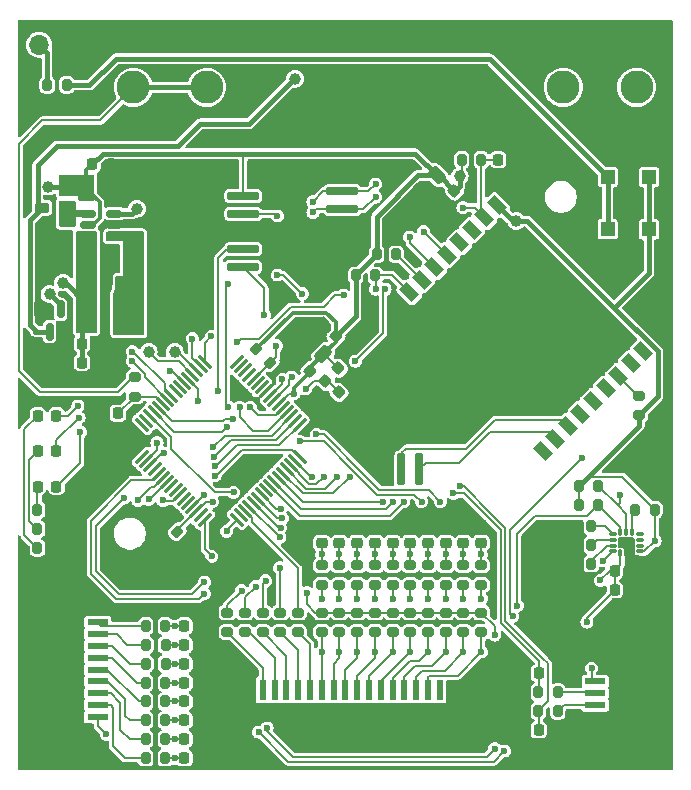
<source format=gbr>
%TF.GenerationSoftware,KiCad,Pcbnew,8.0.6-1.fc40*%
%TF.CreationDate,2025-02-15T22:24:14+01:00*%
%TF.ProjectId,airMouse-mcu,6169724d-6f75-4736-952d-6d63752e6b69,RC1*%
%TF.SameCoordinates,Original*%
%TF.FileFunction,Copper,L1,Top*%
%TF.FilePolarity,Positive*%
%FSLAX46Y46*%
G04 Gerber Fmt 4.6, Leading zero omitted, Abs format (unit mm)*
G04 Created by KiCad (PCBNEW 8.0.6-1.fc40) date 2025-02-15 22:24:14*
%MOMM*%
%LPD*%
G01*
G04 APERTURE LIST*
G04 Aperture macros list*
%AMRoundRect*
0 Rectangle with rounded corners*
0 $1 Rounding radius*
0 $2 $3 $4 $5 $6 $7 $8 $9 X,Y pos of 4 corners*
0 Add a 4 corners polygon primitive as box body*
4,1,4,$2,$3,$4,$5,$6,$7,$8,$9,$2,$3,0*
0 Add four circle primitives for the rounded corners*
1,1,$1+$1,$2,$3*
1,1,$1+$1,$4,$5*
1,1,$1+$1,$6,$7*
1,1,$1+$1,$8,$9*
0 Add four rect primitives between the rounded corners*
20,1,$1+$1,$2,$3,$4,$5,0*
20,1,$1+$1,$4,$5,$6,$7,0*
20,1,$1+$1,$6,$7,$8,$9,0*
20,1,$1+$1,$8,$9,$2,$3,0*%
%AMRotRect*
0 Rectangle, with rotation*
0 The origin of the aperture is its center*
0 $1 length*
0 $2 width*
0 $3 Rotation angle, in degrees counterclockwise*
0 Add horizontal line*
21,1,$1,$2,0,0,$3*%
G04 Aperture macros list end*
%TA.AperFunction,SMDPad,CuDef*%
%ADD10RoundRect,0.200000X-0.275000X0.200000X-0.275000X-0.200000X0.275000X-0.200000X0.275000X0.200000X0*%
%TD*%
%TA.AperFunction,SMDPad,CuDef*%
%ADD11RoundRect,0.250000X-0.325000X-0.650000X0.325000X-0.650000X0.325000X0.650000X-0.325000X0.650000X0*%
%TD*%
%TA.AperFunction,SMDPad,CuDef*%
%ADD12RoundRect,0.150000X0.512500X0.150000X-0.512500X0.150000X-0.512500X-0.150000X0.512500X-0.150000X0*%
%TD*%
%TA.AperFunction,SMDPad,CuDef*%
%ADD13R,1.750000X4.500000*%
%TD*%
%TA.AperFunction,SMDPad,CuDef*%
%ADD14RoundRect,0.225000X-0.225000X-0.250000X0.225000X-0.250000X0.225000X0.250000X-0.225000X0.250000X0*%
%TD*%
%TA.AperFunction,SMDPad,CuDef*%
%ADD15RoundRect,0.250000X-0.159099X0.512652X-0.512652X0.159099X0.159099X-0.512652X0.512652X-0.159099X0*%
%TD*%
%TA.AperFunction,SMDPad,CuDef*%
%ADD16RoundRect,0.225000X-0.017678X0.335876X-0.335876X0.017678X0.017678X-0.335876X0.335876X-0.017678X0*%
%TD*%
%TA.AperFunction,SMDPad,CuDef*%
%ADD17RoundRect,0.250000X0.512652X0.159099X0.159099X0.512652X-0.512652X-0.159099X-0.159099X-0.512652X0*%
%TD*%
%TA.AperFunction,SMDPad,CuDef*%
%ADD18RoundRect,0.225000X0.335876X0.017678X0.017678X0.335876X-0.335876X-0.017678X-0.017678X-0.335876X0*%
%TD*%
%TA.AperFunction,SMDPad,CuDef*%
%ADD19RoundRect,0.250000X-0.250000X-0.475000X0.250000X-0.475000X0.250000X0.475000X-0.250000X0.475000X0*%
%TD*%
%TA.AperFunction,SMDPad,CuDef*%
%ADD20RoundRect,0.200000X0.200000X0.275000X-0.200000X0.275000X-0.200000X-0.275000X0.200000X-0.275000X0*%
%TD*%
%TA.AperFunction,SMDPad,CuDef*%
%ADD21RotRect,1.500000X0.900000X315.000000*%
%TD*%
%TA.AperFunction,HeatsinkPad*%
%ADD22C,0.600000*%
%TD*%
%TA.AperFunction,SMDPad,CuDef*%
%ADD23RotRect,2.900000X2.900000X315.000000*%
%TD*%
%TA.AperFunction,SMDPad,CuDef*%
%ADD24RoundRect,0.075000X-0.441942X0.548008X-0.548008X0.441942X0.441942X-0.548008X0.548008X-0.441942X0*%
%TD*%
%TA.AperFunction,SMDPad,CuDef*%
%ADD25RoundRect,0.075000X0.441942X0.548008X-0.548008X-0.441942X-0.441942X-0.548008X0.548008X0.441942X0*%
%TD*%
%TA.AperFunction,SMDPad,CuDef*%
%ADD26RoundRect,0.087500X-0.225000X-0.087500X0.225000X-0.087500X0.225000X0.087500X-0.225000X0.087500X0*%
%TD*%
%TA.AperFunction,SMDPad,CuDef*%
%ADD27RoundRect,0.087500X-0.087500X-0.225000X0.087500X-0.225000X0.087500X0.225000X-0.087500X0.225000X0*%
%TD*%
%TA.AperFunction,SMDPad,CuDef*%
%ADD28C,1.000000*%
%TD*%
%TA.AperFunction,SMDPad,CuDef*%
%ADD29R,1.200000X1.200000*%
%TD*%
%TA.AperFunction,SMDPad,CuDef*%
%ADD30RoundRect,0.200000X-0.200000X-0.275000X0.200000X-0.275000X0.200000X0.275000X-0.200000X0.275000X0*%
%TD*%
%TA.AperFunction,SMDPad,CuDef*%
%ADD31RoundRect,0.200000X0.275000X-0.200000X0.275000X0.200000X-0.275000X0.200000X-0.275000X-0.200000X0*%
%TD*%
%TA.AperFunction,SMDPad,CuDef*%
%ADD32RoundRect,0.200000X-0.335876X-0.053033X-0.053033X-0.335876X0.335876X0.053033X0.053033X0.335876X0*%
%TD*%
%TA.AperFunction,SMDPad,CuDef*%
%ADD33RoundRect,0.150000X-0.150000X0.587500X-0.150000X-0.587500X0.150000X-0.587500X0.150000X0.587500X0*%
%TD*%
%TA.AperFunction,ComponentPad*%
%ADD34R,1.700000X1.700000*%
%TD*%
%TA.AperFunction,ComponentPad*%
%ADD35O,1.700000X1.700000*%
%TD*%
%TA.AperFunction,SMDPad,CuDef*%
%ADD36R,1.800000X0.600000*%
%TD*%
%TA.AperFunction,SMDPad,CuDef*%
%ADD37R,3.000000X2.500000*%
%TD*%
%TA.AperFunction,SMDPad,CuDef*%
%ADD38R,2.500000X3.000000*%
%TD*%
%TA.AperFunction,SMDPad,CuDef*%
%ADD39R,0.600000X1.800000*%
%TD*%
%TA.AperFunction,SMDPad,CuDef*%
%ADD40RoundRect,0.175000X-1.175000X0.175000X-1.175000X-0.175000X1.175000X-0.175000X1.175000X0.175000X0*%
%TD*%
%TA.AperFunction,SMDPad,CuDef*%
%ADD41RoundRect,0.250000X-0.700000X0.300000X-0.700000X-0.300000X0.700000X-0.300000X0.700000X0.300000X0*%
%TD*%
%TA.AperFunction,SMDPad,CuDef*%
%ADD42RoundRect,0.175000X0.175000X1.175000X-0.175000X1.175000X-0.175000X-1.175000X0.175000X-1.175000X0*%
%TD*%
%TA.AperFunction,SMDPad,CuDef*%
%ADD43RoundRect,0.250000X0.300000X0.700000X-0.300000X0.700000X-0.300000X-0.700000X0.300000X-0.700000X0*%
%TD*%
%TA.AperFunction,SMDPad,CuDef*%
%ADD44RoundRect,0.218750X-0.218750X-0.256250X0.218750X-0.256250X0.218750X0.256250X-0.218750X0.256250X0*%
%TD*%
%TA.AperFunction,SMDPad,CuDef*%
%ADD45RoundRect,0.225000X-0.375000X0.225000X-0.375000X-0.225000X0.375000X-0.225000X0.375000X0.225000X0*%
%TD*%
%TA.AperFunction,SMDPad,CuDef*%
%ADD46RoundRect,0.225000X0.250000X-0.225000X0.250000X0.225000X-0.250000X0.225000X-0.250000X-0.225000X0*%
%TD*%
%TA.AperFunction,SMDPad,CuDef*%
%ADD47RoundRect,0.225000X0.225000X0.250000X-0.225000X0.250000X-0.225000X-0.250000X0.225000X-0.250000X0*%
%TD*%
%TA.AperFunction,SMDPad,CuDef*%
%ADD48RoundRect,0.225000X0.017678X-0.335876X0.335876X-0.017678X-0.017678X0.335876X-0.335876X0.017678X0*%
%TD*%
%TA.AperFunction,ComponentPad*%
%ADD49C,2.800000*%
%TD*%
%TA.AperFunction,ViaPad*%
%ADD50C,0.600000*%
%TD*%
%TA.AperFunction,ViaPad*%
%ADD51C,1.000000*%
%TD*%
%TA.AperFunction,Conductor*%
%ADD52C,0.200000*%
%TD*%
%TA.AperFunction,Conductor*%
%ADD53C,0.400000*%
%TD*%
%TA.AperFunction,Conductor*%
%ADD54C,0.300000*%
%TD*%
G04 APERTURE END LIST*
D10*
%TO.P,R6,1*%
%TO.N,/FB*%
X104600000Y-97593599D03*
%TO.P,R6,2*%
%TO.N,GND*%
X104600000Y-99243599D03*
%TD*%
%TO.P,R5,1*%
%TO.N,+3V3*%
X104600000Y-94593599D03*
%TO.P,R5,2*%
%TO.N,/FB*%
X104600000Y-96243599D03*
%TD*%
D11*
%TO.P,C7,1*%
%TO.N,+3V3*%
X106325000Y-94818599D03*
%TO.P,C7,2*%
%TO.N,GND*%
X109275000Y-94818599D03*
%TD*%
D12*
%TO.P,U2,1,SW*%
%TO.N,/SW*%
X108700000Y-98818599D03*
%TO.P,U2,2,GND*%
%TO.N,GND*%
X108700000Y-97868599D03*
%TO.P,U2,3,EN*%
%TO.N,/BAT+*%
X108700000Y-96918599D03*
%TO.P,U2,4,V_{FB}*%
%TO.N,/FB*%
X106425000Y-96918599D03*
%TO.P,U2,5,V_{OUT}*%
%TO.N,+3V3*%
X106425000Y-97868599D03*
%TO.P,U2,6,V_{IN}*%
%TO.N,/BAT+*%
X106425000Y-98818599D03*
%TD*%
D13*
%TO.P,L1,1,1*%
%TO.N,/BAT+*%
X106375000Y-104618599D03*
%TO.P,L1,2,2*%
%TO.N,/SW*%
X109625000Y-104618599D03*
%TD*%
D14*
%TO.P,C36,1*%
%TO.N,/mouse/MOUSE_LB*%
X114625000Y-143018599D03*
%TO.P,C36,2*%
%TO.N,GND*%
X116175000Y-143018599D03*
%TD*%
D15*
%TO.P,C16,1*%
%TO.N,+3V3*%
X136001076Y-93665513D03*
%TO.P,C16,2*%
%TO.N,GND*%
X134657574Y-95009015D03*
%TD*%
D16*
%TO.P,C15,1*%
%TO.N,+3V3*%
X137477333Y-94989256D03*
%TO.P,C15,2*%
%TO.N,GND*%
X136381317Y-96085272D03*
%TD*%
D17*
%TO.P,C12,2*%
%TO.N,GND*%
X125031535Y-107475796D03*
%TO.P,C12,1*%
%TO.N,+3V3*%
X126375037Y-108819298D03*
%TD*%
D18*
%TO.P,C11,2*%
%TO.N,GND*%
X124155278Y-109099539D03*
%TO.P,C11,1*%
%TO.N,+3V3*%
X125251294Y-110195555D03*
%TD*%
D14*
%TO.P,C6,1*%
%TO.N,+3V3*%
X106825000Y-92718599D03*
%TO.P,C6,2*%
%TO.N,GND*%
X108375000Y-92718599D03*
%TD*%
%TO.P,C4,1*%
%TO.N,+3V3*%
X151062500Y-128768599D03*
%TO.P,C4,2*%
%TO.N,GND*%
X152612500Y-128768599D03*
%TD*%
D19*
%TO.P,C2,1*%
%TO.N,/BAT+*%
X106412500Y-100868599D03*
%TO.P,C2,2*%
%TO.N,GND*%
X108312500Y-100868599D03*
%TD*%
D20*
%TO.P,R54,1*%
%TO.N,/mouse/BACK*%
X146225000Y-139018599D03*
%TO.P,R54,2*%
%TO.N,/mouse/MOUSE_HOME*%
X144575000Y-139018599D03*
%TD*%
%TO.P,R53,1*%
%TO.N,/mouse/FWD*%
X146225000Y-137418599D03*
%TO.P,R53,2*%
%TO.N,/mouse/MOUSE_PRC*%
X144575000Y-137418599D03*
%TD*%
D21*
%TO.P,U4,1,3V3*%
%TO.N,+3V3*%
X141084781Y-96157439D03*
%TO.P,U4,2,EN*%
%TO.N,/ESP_RST*%
X140024121Y-97218099D03*
%TO.P,U4,3,IO4*%
%TO.N,unconnected-(U4-IO4-Pad3)*%
X138963461Y-98278759D03*
%TO.P,U4,4,IO5*%
%TO.N,unconnected-(U4-IO5-Pad4)*%
X137902801Y-99339419D03*
%TO.P,U4,5,IO6*%
%TO.N,/AT_MCU_TX*%
X136842141Y-100400080D03*
%TO.P,U4,6,IO7*%
%TO.N,/AT_MCU_RX*%
X135781480Y-101460740D03*
%TO.P,U4,7,IO8*%
%TO.N,Net-(U4-IO8)*%
X134720820Y-102521400D03*
%TO.P,U4,8,IO9*%
%TO.N,/ESP_BOOT*%
X133660160Y-103582060D03*
%TO.P,U4,9,GND*%
%TO.N,GND*%
X132599500Y-104642720D03*
%TO.P,U4,10,IO10*%
%TO.N,unconnected-(U4-IO10-Pad10)*%
X144973869Y-117017089D03*
%TO.P,U4,11,IO20/RXD*%
%TO.N,/PRG_ESP_RX*%
X146034529Y-115956429D03*
%TO.P,U4,12,IO21/TXD*%
%TO.N,/PRG_ESP_TX*%
X147095189Y-114895769D03*
%TO.P,U4,13,IO18*%
%TO.N,unconnected-(U4-IO18-Pad13)*%
X148155849Y-113835109D03*
%TO.P,U4,14,IO19*%
%TO.N,unconnected-(U4-IO19-Pad14)*%
X149216509Y-112774448D03*
%TO.P,U4,15,IO3*%
%TO.N,unconnected-(U4-IO3-Pad15)*%
X150277170Y-111713788D03*
%TO.P,U4,16,IO2*%
%TO.N,Net-(U4-IO2)*%
X151337830Y-110653128D03*
%TO.P,U4,17,IO1*%
%TO.N,unconnected-(U4-IO1-Pad17)*%
X152398490Y-109592468D03*
%TO.P,U4,18,IO0*%
%TO.N,unconnected-(U4-IO0-Pad18)*%
X153459150Y-108531808D03*
D22*
%TO.P,U4,19,GND*%
%TO.N,GND*%
X143177817Y-106240782D03*
X142400000Y-107018599D03*
X143955635Y-106240782D03*
X143177817Y-107018599D03*
X142400000Y-107796417D03*
X143955635Y-107018599D03*
D23*
X143566726Y-107407508D03*
D22*
X143177817Y-107796417D03*
X144733452Y-107018599D03*
X143955635Y-107796417D03*
X143177817Y-108574234D03*
X144733452Y-107796417D03*
X143955635Y-108574234D03*
%TD*%
D24*
%TO.P,U3,64,PC10*%
%TO.N,/mouse/MOUSE_DN*%
X124367767Y-117508728D03*
%TO.P,U3,63,PB9*%
%TO.N,/COL9*%
X124014214Y-117862281D03*
%TO.P,U3,62,PB8*%
%TO.N,/COL8*%
X123660661Y-118215834D03*
%TO.P,U3,61,PB7*%
%TO.N,/COL7*%
X123307107Y-118569388D03*
%TO.P,U3,60,PB6*%
%TO.N,/COL6*%
X122953554Y-118922941D03*
%TO.P,U3,59,PB5*%
%TO.N,/COL5*%
X122600000Y-119276495D03*
%TO.P,U3,58,PB4*%
%TO.N,/COL4*%
X122246447Y-119630048D03*
%TO.P,U3,57,PB3*%
%TO.N,/COL3*%
X121892894Y-119983601D03*
%TO.P,U3,56,PD6*%
%TO.N,unconnected-(U3-PD6-Pad56)*%
X121539340Y-120337155D03*
%TO.P,U3,55,PD5*%
%TO.N,/Keyboard/KEY_ROW5*%
X121185787Y-120690708D03*
%TO.P,U3,54,PD4*%
%TO.N,/Keyboard/KEY_ROW4*%
X120832234Y-121044261D03*
%TO.P,U3,53,PD3*%
%TO.N,/Keyboard/KEY_ROW3*%
X120478680Y-121397815D03*
%TO.P,U3,52,PD2*%
%TO.N,/Keyboard/KEY_ROW2*%
X120125127Y-121751368D03*
%TO.P,U3,51,PD1*%
%TO.N,/Keyboard/KEY_ROW1*%
X119771573Y-122104922D03*
%TO.P,U3,50,PD0*%
%TO.N,unconnected-(U3-PD0-Pad50)*%
X119418020Y-122458475D03*
%TO.P,U3,49,PC9*%
%TO.N,/mouse/MOUSE_UP*%
X119064467Y-122812028D03*
D25*
%TO.P,U3,48,PC8*%
%TO.N,/mouse/MOUSE_RB*%
X116342105Y-122812028D03*
%TO.P,U3,47,PA15*%
%TO.N,unconnected-(U3-PA15-Pad47)*%
X115988552Y-122458475D03*
%TO.P,U3,46,PA14*%
%TO.N,/SWDCLK*%
X115634999Y-122104922D03*
%TO.P,U3,45,PA13*%
%TO.N,/SWDIO*%
X115281445Y-121751368D03*
%TO.P,U3,44,PA12/PA10*%
%TO.N,unconnected-(U3-PA12{slash}PA10-Pad44)*%
X114927892Y-121397815D03*
%TO.P,U3,43,PA11/PA9*%
%TO.N,unconnected-(U3-PA11{slash}PA9-Pad43)*%
X114574338Y-121044261D03*
%TO.P,U3,42,PA10/UCPD1_DBCC2*%
%TO.N,/SDA*%
X114220785Y-120690708D03*
%TO.P,U3,41,PD9*%
%TO.N,unconnected-(U3-PD9-Pad41)*%
X113867232Y-120337155D03*
%TO.P,U3,40,PD8*%
%TO.N,unconnected-(U3-PD8-Pad40)*%
X113513678Y-119983601D03*
%TO.P,U3,39,PC7*%
%TO.N,/mouse/MOUSE_MB*%
X113160125Y-119630048D03*
%TO.P,U3,38,PC6*%
%TO.N,/mouse/MOUSE_LB*%
X112806572Y-119276495D03*
%TO.P,U3,37,PA9/UCPD1_DBCC1*%
%TO.N,/SCL*%
X112453018Y-118922941D03*
%TO.P,U3,36,PA8*%
%TO.N,unconnected-(U3-PA8-Pad36)*%
X112099465Y-118569388D03*
%TO.P,U3,35,PB15*%
%TO.N,/ESP_RST*%
X111745911Y-118215834D03*
%TO.P,U3,34,PB14*%
%TO.N,/ESP_BOOT*%
X111392358Y-117862281D03*
%TO.P,U3,33,PB13*%
%TO.N,unconnected-(U3-PB13-Pad33)*%
X111038805Y-117508728D03*
D24*
%TO.P,U3,32,PB12*%
%TO.N,unconnected-(U3-PB12-Pad32)*%
X111038805Y-114786366D03*
%TO.P,U3,31,PB11*%
%TO.N,unconnected-(U3-PB11-Pad31)*%
X111392358Y-114432813D03*
%TO.P,U3,30,PB10*%
%TO.N,/COL10*%
X111745911Y-114079260D03*
%TO.P,U3,29,PB2*%
%TO.N,/COL2*%
X112099465Y-113725706D03*
%TO.P,U3,28,PB1*%
%TO.N,/COL1*%
X112453018Y-113372153D03*
%TO.P,U3,27,PB0*%
%TO.N,/ADC*%
X112806572Y-113018599D03*
%TO.P,U3,26,PC5*%
%TO.N,/AT_MCU_RX*%
X113160125Y-112665046D03*
%TO.P,U3,25,PC4*%
%TO.N,/AT_MCU_TX*%
X113513678Y-112311493D03*
%TO.P,U3,24,PA7*%
%TO.N,unconnected-(U3-PA7-Pad24)*%
X113867232Y-111957939D03*
%TO.P,U3,23,PA6*%
%TO.N,unconnected-(U3-PA6-Pad23)*%
X114220785Y-111604386D03*
%TO.P,U3,22,PA5*%
%TO.N,/STBY*%
X114574338Y-111250833D03*
%TO.P,U3,21,PA4*%
%TO.N,/LOW_BAT*%
X114927892Y-110897279D03*
%TO.P,U3,20,PA3*%
%TO.N,/DBR_RX*%
X115281445Y-110543726D03*
%TO.P,U3,19,PA2*%
%TO.N,/DBG_TX*%
X115634999Y-110190172D03*
%TO.P,U3,18,PA1*%
%TO.N,/CONN*%
X115988552Y-109836619D03*
%TO.P,U3,17,PA0*%
%TO.N,/GYRO_INT*%
X116342105Y-109483066D03*
D25*
%TO.P,U3,16,PC3*%
%TO.N,unconnected-(U3-PC3-Pad16)*%
X119064467Y-109483066D03*
%TO.P,U3,15,PC2*%
%TO.N,unconnected-(U3-PC2-Pad15)*%
X119418020Y-109836619D03*
%TO.P,U3,14,PC1*%
%TO.N,unconnected-(U3-PC1-Pad14)*%
X119771573Y-110190172D03*
%TO.P,U3,13,PC0*%
%TO.N,unconnected-(U3-PC0-Pad13)*%
X120125127Y-110543726D03*
%TO.P,U3,12,PF2*%
%TO.N,/RST*%
X120478680Y-110897279D03*
%TO.P,U3,11,PF1*%
%TO.N,unconnected-(U3-PF1-Pad11)*%
X120832234Y-111250833D03*
%TO.P,U3,10,PF0*%
%TO.N,unconnected-(U3-PF0-Pad10)*%
X121185787Y-111604386D03*
%TO.P,U3,9,VSS*%
%TO.N,GND*%
X121539340Y-111957939D03*
%TO.P,U3,8,VDD*%
%TO.N,+3V3*%
X121892894Y-112311493D03*
%TO.P,U3,7,VREF+*%
%TO.N,Net-(U3-VREF+)*%
X122246447Y-112665046D03*
%TO.P,U3,6,VBAT*%
%TO.N,+3V3*%
X122600000Y-113018599D03*
%TO.P,U3,5,PC15*%
%TO.N,/mouse/MOUSE_HOME*%
X122953554Y-113372153D03*
%TO.P,U3,4,PC14*%
%TO.N,/mouse/MOUSE_PRC*%
X123307107Y-113725706D03*
%TO.P,U3,3,PC13*%
%TO.N,/mouse/MOUSE_DPI*%
X123660661Y-114079260D03*
%TO.P,U3,2,PC12*%
%TO.N,/mouse/MOUSE_BACK*%
X124014214Y-114432813D03*
%TO.P,U3,1,PC11*%
%TO.N,/mouse/MOUSE_FWD*%
X124367767Y-114786366D03*
%TD*%
D26*
%TO.P,U1,1,SDO/SA0*%
%TO.N,Net-(U1-SDO{slash}SA0)*%
X150875000Y-124018599D03*
%TO.P,U1,2,SDX*%
%TO.N,/SDX*%
X150875000Y-124518599D03*
%TO.P,U1,3,SCX*%
%TO.N,/SCX*%
X150875000Y-125018599D03*
%TO.P,U1,4,INT1*%
%TO.N,/GYRO_INT*%
X150875000Y-125518599D03*
D27*
%TO.P,U1,5,VDDIO*%
%TO.N,+3V3*%
X151537500Y-125681099D03*
%TO.P,U1,6,GND*%
%TO.N,GND*%
X152037500Y-125681099D03*
%TO.P,U1,7,GND*%
X152537500Y-125681099D03*
D26*
%TO.P,U1,8,VDD*%
%TO.N,+3V3*%
X153200000Y-125518599D03*
%TO.P,U1,9,INT2*%
%TO.N,unconnected-(U1-INT2-Pad9)*%
X153200000Y-125018599D03*
%TO.P,U1,10,NC*%
%TO.N,unconnected-(U1-NC-Pad10)*%
X153200000Y-124518599D03*
%TO.P,U1,11,NC*%
%TO.N,unconnected-(U1-NC-Pad11)*%
X153200000Y-124018599D03*
D27*
%TO.P,U1,12,CS*%
%TO.N,Net-(U1-CS)*%
X152537500Y-123856099D03*
%TO.P,U1,13,SCL*%
%TO.N,/SCL*%
X152037500Y-123856099D03*
%TO.P,U1,14,SDA*%
%TO.N,/SDA*%
X151537500Y-123856099D03*
%TD*%
D28*
%TO.P,TP2,1,1*%
%TO.N,/DBR_RX*%
X111600000Y-108618599D03*
%TD*%
%TO.P,TP1,1,1*%
%TO.N,/DBG_TX*%
X113800000Y-108618599D03*
%TD*%
D29*
%TO.P,SW1,1,A*%
%TO.N,Net-(SW1-A)*%
X150450000Y-93793599D03*
X150450000Y-98243599D03*
%TO.P,SW1,2,B*%
%TO.N,+3V3*%
X153950000Y-93793599D03*
X153950000Y-98243599D03*
%TD*%
D30*
%TO.P,R52,2*%
%TO.N,/mouse/MOUSE_DPI*%
X113000000Y-131818599D03*
%TO.P,R52,1*%
%TO.N,/mouse/HOME*%
X111350000Y-131818599D03*
%TD*%
%TO.P,R51,2*%
%TO.N,/mouse/MOUSE_BACK*%
X113025000Y-133418599D03*
%TO.P,R51,1*%
%TO.N,/mouse/PRECISION*%
X111375000Y-133418599D03*
%TD*%
%TO.P,R50,2*%
%TO.N,/mouse/MOUSE_FWD*%
X113025000Y-135018599D03*
%TO.P,R50,1*%
%TO.N,/mouse/DPI*%
X111375000Y-135018599D03*
%TD*%
%TO.P,R49,2*%
%TO.N,/mouse/MOUSE_DN*%
X113000000Y-136618599D03*
%TO.P,R49,1*%
%TO.N,/mouse/SCRLDN*%
X111350000Y-136618599D03*
%TD*%
%TO.P,R48,2*%
%TO.N,/mouse/MOUSE_UP*%
X113000000Y-138218599D03*
%TO.P,R48,1*%
%TO.N,/mouse/SCRLUP*%
X111350000Y-138218599D03*
%TD*%
%TO.P,R47,2*%
%TO.N,/mouse/MOUSE_RB*%
X113000000Y-139818599D03*
%TO.P,R47,1*%
%TO.N,/mouse/RMB*%
X111350000Y-139818599D03*
%TD*%
%TO.P,R46,2*%
%TO.N,/mouse/MOUSE_MB*%
X113000000Y-141418599D03*
%TO.P,R46,1*%
%TO.N,/mouse/MMB*%
X111350000Y-141418599D03*
%TD*%
%TO.P,R45,2*%
%TO.N,/mouse/MOUSE_LB*%
X113000000Y-143018599D03*
%TO.P,R45,1*%
%TO.N,/mouse/LMB*%
X111350000Y-143018599D03*
%TD*%
D31*
%TO.P,R44,2*%
%TO.N,/COL10*%
X126250000Y-126693599D03*
%TO.P,R44,1*%
%TO.N,/Keyboard/COL10*%
X126250000Y-128343599D03*
%TD*%
%TO.P,R43,2*%
%TO.N,/COL9*%
X127750000Y-126693599D03*
%TO.P,R43,1*%
%TO.N,/Keyboard/COL9*%
X127750000Y-128343599D03*
%TD*%
%TO.P,R42,2*%
%TO.N,/COL8*%
X129250000Y-126693599D03*
%TO.P,R42,1*%
%TO.N,/Keyboard/COL8*%
X129250000Y-128343599D03*
%TD*%
%TO.P,R41,2*%
%TO.N,/COL7*%
X130750000Y-126693599D03*
%TO.P,R41,1*%
%TO.N,/Keyboard/COL7*%
X130750000Y-128343599D03*
%TD*%
%TO.P,R40,2*%
%TO.N,/COL6*%
X132250000Y-126693599D03*
%TO.P,R40,1*%
%TO.N,/Keyboard/COL6*%
X132250000Y-128343599D03*
%TD*%
%TO.P,R39,2*%
%TO.N,/COL5*%
X133750000Y-126693599D03*
%TO.P,R39,1*%
%TO.N,/Keyboard/COL5*%
X133750000Y-128343599D03*
%TD*%
%TO.P,R38,2*%
%TO.N,/COL4*%
X135250000Y-126693599D03*
%TO.P,R38,1*%
%TO.N,/Keyboard/COL4*%
X135250000Y-128343599D03*
%TD*%
%TO.P,R37,2*%
%TO.N,/COL3*%
X136750000Y-126693599D03*
%TO.P,R37,1*%
%TO.N,/Keyboard/COL3*%
X136750000Y-128343599D03*
%TD*%
%TO.P,R36,2*%
%TO.N,/COL2*%
X138250000Y-126693599D03*
%TO.P,R36,1*%
%TO.N,/Keyboard/COL2*%
X138250000Y-128343599D03*
%TD*%
%TO.P,R35,2*%
%TO.N,/COL1*%
X139750000Y-126693599D03*
%TO.P,R35,1*%
%TO.N,/Keyboard/COL1*%
X139750000Y-128343599D03*
%TD*%
D10*
%TO.P,R34,2*%
%TO.N,/Keyboard/COL10*%
X126250000Y-132343599D03*
%TO.P,R34,1*%
%TO.N,+3V3*%
X126250000Y-130693599D03*
%TD*%
%TO.P,R33,2*%
%TO.N,/Keyboard/COL9*%
X127750000Y-132343599D03*
%TO.P,R33,1*%
%TO.N,+3V3*%
X127750000Y-130693599D03*
%TD*%
%TO.P,R32,2*%
%TO.N,/Keyboard/COL8*%
X129260000Y-132343599D03*
%TO.P,R32,1*%
%TO.N,+3V3*%
X129260000Y-130693599D03*
%TD*%
%TO.P,R31,2*%
%TO.N,/Keyboard/COL7*%
X130750000Y-132343599D03*
%TO.P,R31,1*%
%TO.N,+3V3*%
X130750000Y-130693599D03*
%TD*%
%TO.P,R30,2*%
%TO.N,/Keyboard/COL6*%
X132260000Y-132343599D03*
%TO.P,R30,1*%
%TO.N,+3V3*%
X132260000Y-130693599D03*
%TD*%
%TO.P,R29,2*%
%TO.N,/Keyboard/COL5*%
X133760000Y-132343599D03*
%TO.P,R29,1*%
%TO.N,+3V3*%
X133760000Y-130693599D03*
%TD*%
%TO.P,R28,2*%
%TO.N,/Keyboard/COL4*%
X135250000Y-132343599D03*
%TO.P,R28,1*%
%TO.N,+3V3*%
X135250000Y-130693599D03*
%TD*%
%TO.P,R27,2*%
%TO.N,/Keyboard/COL3*%
X136750000Y-132343599D03*
%TO.P,R27,1*%
%TO.N,+3V3*%
X136750000Y-130693599D03*
%TD*%
%TO.P,R26,2*%
%TO.N,/Keyboard/COL2*%
X138250000Y-132343599D03*
%TO.P,R26,1*%
%TO.N,+3V3*%
X138250000Y-130693599D03*
%TD*%
%TO.P,R25,2*%
%TO.N,/Keyboard/COL1*%
X139750000Y-132343599D03*
%TO.P,R25,1*%
%TO.N,+3V3*%
X139750000Y-130693599D03*
%TD*%
%TO.P,R24,2*%
%TO.N,/Keyboard/ROW5*%
X118250000Y-132343599D03*
%TO.P,R24,1*%
%TO.N,/Keyboard/KEY_ROW5*%
X118250000Y-130693599D03*
%TD*%
%TO.P,R23,2*%
%TO.N,/Keyboard/ROW4*%
X119750000Y-132343599D03*
%TO.P,R23,1*%
%TO.N,/Keyboard/KEY_ROW4*%
X119750000Y-130693599D03*
%TD*%
%TO.P,R22,2*%
%TO.N,/Keyboard/ROW3*%
X121250000Y-132343599D03*
%TO.P,R22,1*%
%TO.N,/Keyboard/KEY_ROW3*%
X121250000Y-130693599D03*
%TD*%
%TO.P,R21,2*%
%TO.N,/Keyboard/ROW2*%
X122750000Y-132343599D03*
%TO.P,R21,1*%
%TO.N,/Keyboard/KEY_ROW2*%
X122750000Y-130693599D03*
%TD*%
%TO.P,R20,2*%
%TO.N,/Keyboard/ROW1*%
X124250000Y-132343599D03*
%TO.P,R20,1*%
%TO.N,/Keyboard/KEY_ROW1*%
X124250000Y-130693599D03*
%TD*%
D30*
%TO.P,R19,1*%
%TO.N,Net-(LD1-A)*%
X103000000Y-86018599D03*
%TO.P,R19,2*%
%TO.N,Net-(SW1-A)*%
X104650000Y-86018599D03*
%TD*%
%TO.P,R18,1*%
%TO.N,+3V3*%
X138104325Y-92337264D03*
%TO.P,R18,2*%
%TO.N,/ESP_RST*%
X139754325Y-92337264D03*
%TD*%
D31*
%TO.P,R17,1*%
%TO.N,+3V3*%
X153129325Y-113962264D03*
%TO.P,R17,2*%
%TO.N,Net-(U4-IO2)*%
X153129325Y-112312264D03*
%TD*%
D30*
%TO.P,R16,1*%
%TO.N,Net-(D4-K)*%
X102175000Y-123618599D03*
%TO.P,R16,2*%
%TO.N,GND*%
X103825000Y-123618599D03*
%TD*%
%TO.P,R15,1*%
%TO.N,Net-(D3-K)*%
X102175000Y-122018599D03*
%TO.P,R15,2*%
%TO.N,GND*%
X103825000Y-122018599D03*
%TD*%
%TO.P,R14,1*%
%TO.N,Net-(D2-K)*%
X102175000Y-125218599D03*
%TO.P,R14,2*%
%TO.N,GND*%
X103825000Y-125218599D03*
%TD*%
%TO.P,R13,1*%
%TO.N,+3V3*%
X130904325Y-100337264D03*
%TO.P,R13,2*%
%TO.N,Net-(U4-IO8)*%
X132554325Y-100337264D03*
%TD*%
%TO.P,R12,1*%
%TO.N,+3V3*%
X129129325Y-102137264D03*
%TO.P,R12,2*%
%TO.N,/ESP_BOOT*%
X130779325Y-102137264D03*
%TD*%
D32*
%TO.P,R11,2*%
%TO.N,GND*%
X115183363Y-125001962D03*
%TO.P,R11,1*%
%TO.N,/SWDCLK*%
X114016637Y-123835236D03*
%TD*%
D31*
%TO.P,R10,1*%
%TO.N,/ADC*%
X110400000Y-112418599D03*
%TO.P,R10,2*%
%TO.N,/BAT+*%
X110400000Y-110768599D03*
%TD*%
D30*
%TO.P,R9,1*%
%TO.N,+3V3*%
X148012500Y-119968599D03*
%TO.P,R9,2*%
%TO.N,/SCL*%
X149662500Y-119968599D03*
%TD*%
%TO.P,R8,1*%
%TO.N,+3V3*%
X148012500Y-121568599D03*
%TO.P,R8,2*%
%TO.N,/SDA*%
X149662500Y-121568599D03*
%TD*%
D32*
%TO.P,R7,2*%
%TO.N,/RST*%
X121886649Y-109530910D03*
%TO.P,R7,1*%
%TO.N,+3V3*%
X120719923Y-108364184D03*
%TD*%
D20*
%TO.P,R4,1*%
%TO.N,/SCX*%
X149062500Y-126568599D03*
%TO.P,R4,2*%
%TO.N,GND*%
X147412500Y-126568599D03*
%TD*%
%TO.P,R3,1*%
%TO.N,/SDX*%
X149062500Y-124968599D03*
%TO.P,R3,2*%
%TO.N,GND*%
X147412500Y-124968599D03*
%TD*%
%TO.P,R2,1*%
%TO.N,Net-(U1-SDO{slash}SA0)*%
X149062500Y-123368599D03*
%TO.P,R2,2*%
%TO.N,GND*%
X147412500Y-123368599D03*
%TD*%
%TO.P,R1,1*%
%TO.N,+3V3*%
X154462500Y-121968599D03*
%TO.P,R1,2*%
%TO.N,Net-(U1-CS)*%
X152812500Y-121968599D03*
%TD*%
D33*
%TO.P,Q1,1,G*%
%TO.N,+3V3*%
X104150000Y-105018599D03*
%TO.P,Q1,2,S*%
%TO.N,GND*%
X102250000Y-105018599D03*
%TO.P,Q1,3,D*%
%TO.N,/BAT-*%
X103200000Y-106893599D03*
%TD*%
D34*
%TO.P,LD1,1,K*%
%TO.N,GND*%
X104875000Y-82618599D03*
D35*
%TO.P,LD1,2,A*%
%TO.N,Net-(LD1-A)*%
X102335000Y-82618599D03*
%TD*%
D36*
%TO.P,J6,1,Pin_1*%
%TO.N,GND*%
X149400000Y-139518599D03*
%TO.P,J6,2,Pin_2*%
%TO.N,/mouse/BACK*%
X149400000Y-138518599D03*
%TO.P,J6,3,Pin_3*%
%TO.N,/mouse/FWD*%
X149400000Y-137518599D03*
%TO.P,J6,4,Pin_4*%
%TO.N,+3V3*%
X149400000Y-136518599D03*
D37*
%TO.P,J6,MP,MountPin*%
%TO.N,GND*%
X152000000Y-142018599D03*
X152000000Y-134018599D03*
%TD*%
D36*
%TO.P,J5,1,Pin_1*%
%TO.N,GND*%
X107287500Y-130518599D03*
%TO.P,J5,2,Pin_2*%
%TO.N,/mouse/HOME*%
X107287500Y-131518599D03*
%TO.P,J5,3,Pin_3*%
%TO.N,/mouse/PRECISION*%
X107287500Y-132518599D03*
%TO.P,J5,4,Pin_4*%
%TO.N,/mouse/DPI*%
X107287500Y-133518599D03*
%TO.P,J5,5,Pin_5*%
%TO.N,/mouse/SCRLDN*%
X107287500Y-134518599D03*
%TO.P,J5,6,Pin_6*%
%TO.N,/mouse/SCRLUP*%
X107287500Y-135518599D03*
%TO.P,J5,7,Pin_7*%
%TO.N,/mouse/RMB*%
X107287500Y-136518599D03*
%TO.P,J5,8,Pin_8*%
%TO.N,/mouse/MMB*%
X107287500Y-137518599D03*
%TO.P,J5,9,Pin_9*%
%TO.N,/mouse/LMB*%
X107287500Y-138518599D03*
%TO.P,J5,10,Pin_10*%
%TO.N,+3V3*%
X107287500Y-139518599D03*
D37*
%TO.P,J5,MP,MountPin*%
%TO.N,GND*%
X104687500Y-128018599D03*
X104687500Y-142018599D03*
%TD*%
D38*
%TO.P,J4,MP,MountPin*%
%TO.N,GND*%
X138750000Y-139831099D03*
X118750000Y-139831099D03*
D39*
%TO.P,J4,16,Pin_16*%
%TO.N,unconnected-(J4-Pin_16-Pad16)*%
X136250000Y-137231099D03*
%TO.P,J4,15,Pin_15*%
%TO.N,/Keyboard/COL1*%
X135250000Y-137231099D03*
%TO.P,J4,14,Pin_14*%
%TO.N,/Keyboard/COL2*%
X134250000Y-137231099D03*
%TO.P,J4,13,Pin_13*%
%TO.N,/Keyboard/COL3*%
X133250000Y-137231099D03*
%TO.P,J4,12,Pin_12*%
%TO.N,/Keyboard/COL4*%
X132250000Y-137231099D03*
%TO.P,J4,11,Pin_11*%
%TO.N,/Keyboard/COL5*%
X131250000Y-137231099D03*
%TO.P,J4,10,Pin_10*%
%TO.N,/Keyboard/COL6*%
X130250000Y-137231099D03*
%TO.P,J4,9,Pin_9*%
%TO.N,/Keyboard/COL7*%
X129250000Y-137231099D03*
%TO.P,J4,8,Pin_8*%
%TO.N,/Keyboard/COL8*%
X128250000Y-137231099D03*
%TO.P,J4,7,Pin_7*%
%TO.N,/Keyboard/COL9*%
X127250000Y-137231099D03*
%TO.P,J4,6,Pin_6*%
%TO.N,/Keyboard/COL10*%
X126250000Y-137231099D03*
%TO.P,J4,5,Pin_5*%
%TO.N,/Keyboard/ROW1*%
X125250000Y-137231099D03*
%TO.P,J4,4,Pin_4*%
%TO.N,/Keyboard/ROW2*%
X124250000Y-137231099D03*
%TO.P,J4,3,Pin_3*%
%TO.N,/Keyboard/ROW3*%
X123250000Y-137231099D03*
%TO.P,J4,2,Pin_2*%
%TO.N,/Keyboard/ROW4*%
X122250000Y-137231099D03*
%TO.P,J4,1,Pin_1*%
%TO.N,/Keyboard/ROW5*%
X121250000Y-137231099D03*
%TD*%
D40*
%TO.P,J3,1,Pin_1*%
%TO.N,/AT_MCU_TX*%
X128000000Y-95018599D03*
%TO.P,J3,2,Pin_2*%
%TO.N,/AT_MCU_RX*%
X128000000Y-96518599D03*
%TO.P,J3,3,Pin_3*%
%TO.N,GND*%
X128000000Y-98018599D03*
D41*
%TO.P,J3,MP,MountPin*%
X124300000Y-93068599D03*
X124300000Y-99968599D03*
%TD*%
D42*
%TO.P,J2,1,Pin_1*%
%TO.N,/PRG_ESP_RX*%
X134500000Y-118568599D03*
%TO.P,J2,2,Pin_2*%
%TO.N,/PRG_ESP_TX*%
X133000000Y-118568599D03*
%TO.P,J2,3,Pin_3*%
%TO.N,GND*%
X131500000Y-118568599D03*
D43*
%TO.P,J2,MP,MountPin*%
X136450000Y-114868599D03*
X129550000Y-114868599D03*
%TD*%
D40*
%TO.P,J1,1,Pin_1*%
%TO.N,+3V3*%
X119600000Y-95418599D03*
%TO.P,J1,2,Pin_2*%
%TO.N,/SWDCLK*%
X119600000Y-96918599D03*
%TO.P,J1,3,Pin_3*%
%TO.N,GND*%
X119600000Y-98418599D03*
%TO.P,J1,4,Pin_4*%
%TO.N,/SWDIO*%
X119600000Y-99918599D03*
%TO.P,J1,5,Pin_5*%
%TO.N,/RST*%
X119600000Y-101418599D03*
D41*
%TO.P,J1,MP,MountPin*%
%TO.N,GND*%
X115900000Y-93468599D03*
X115900000Y-103368599D03*
%TD*%
D16*
%TO.P,FB1,2*%
%TO.N,Net-(U3-VREF+)*%
X126555278Y-111095555D03*
%TO.P,FB1,1*%
%TO.N,+3V3*%
X127651294Y-109999539D03*
%TD*%
D44*
%TO.P,D4,1,K*%
%TO.N,Net-(D4-K)*%
X102212500Y-117018599D03*
%TO.P,D4,2,A*%
%TO.N,/STBY*%
X103787500Y-117018599D03*
%TD*%
%TO.P,D3,1,K*%
%TO.N,Net-(D3-K)*%
X102212500Y-120018599D03*
%TO.P,D3,2,A*%
%TO.N,/LOW_BAT*%
X103787500Y-120018599D03*
%TD*%
%TO.P,D2,1,K*%
%TO.N,Net-(D2-K)*%
X102212500Y-114018599D03*
%TO.P,D2,2,A*%
%TO.N,/CONN*%
X103787500Y-114018599D03*
%TD*%
D45*
%TO.P,D1,1,K*%
%TO.N,/BAT-*%
X102600000Y-96418599D03*
%TO.P,D1,2,A*%
%TO.N,GND*%
X102600000Y-99718599D03*
%TD*%
D14*
%TO.P,C35,1*%
%TO.N,/mouse/MOUSE_MB*%
X114625000Y-141418599D03*
%TO.P,C35,2*%
%TO.N,GND*%
X116175000Y-141418599D03*
%TD*%
%TO.P,C34,1*%
%TO.N,/mouse/MOUSE_RB*%
X114625000Y-139818599D03*
%TO.P,C34,2*%
%TO.N,GND*%
X116175000Y-139818599D03*
%TD*%
%TO.P,C33,1*%
%TO.N,/mouse/MOUSE_UP*%
X114625000Y-138218599D03*
%TO.P,C33,2*%
%TO.N,GND*%
X116175000Y-138218599D03*
%TD*%
%TO.P,C32,1*%
%TO.N,/mouse/MOUSE_DN*%
X114625000Y-136618599D03*
%TO.P,C32,2*%
%TO.N,GND*%
X116175000Y-136618599D03*
%TD*%
%TO.P,C31,1*%
%TO.N,/mouse/MOUSE_FWD*%
X114625000Y-135018599D03*
%TO.P,C31,2*%
%TO.N,GND*%
X116175000Y-135018599D03*
%TD*%
%TO.P,C30,1*%
%TO.N,/mouse/MOUSE_BACK*%
X114625000Y-133418599D03*
%TO.P,C30,2*%
%TO.N,GND*%
X116175000Y-133418599D03*
%TD*%
%TO.P,C29,1*%
%TO.N,/mouse/MOUSE_DPI*%
X114625000Y-131818599D03*
%TO.P,C29,2*%
%TO.N,GND*%
X116175000Y-131818599D03*
%TD*%
%TO.P,C28,1*%
%TO.N,/mouse/MOUSE_PRC*%
X144625000Y-135818599D03*
%TO.P,C28,2*%
%TO.N,GND*%
X146175000Y-135818599D03*
%TD*%
%TO.P,C27,1*%
%TO.N,/mouse/MOUSE_HOME*%
X144625000Y-140618599D03*
%TO.P,C27,2*%
%TO.N,GND*%
X146175000Y-140618599D03*
%TD*%
D46*
%TO.P,C26,2*%
%TO.N,GND*%
X139750000Y-123243599D03*
%TO.P,C26,1*%
%TO.N,/COL1*%
X139750000Y-124793599D03*
%TD*%
%TO.P,C25,2*%
%TO.N,GND*%
X138250000Y-123243599D03*
%TO.P,C25,1*%
%TO.N,/COL2*%
X138250000Y-124793599D03*
%TD*%
%TO.P,C24,2*%
%TO.N,GND*%
X136750000Y-123243599D03*
%TO.P,C24,1*%
%TO.N,/COL3*%
X136750000Y-124793599D03*
%TD*%
%TO.P,C23,2*%
%TO.N,GND*%
X135250000Y-123243599D03*
%TO.P,C23,1*%
%TO.N,/COL4*%
X135250000Y-124793599D03*
%TD*%
%TO.P,C22,2*%
%TO.N,GND*%
X133750000Y-123243599D03*
%TO.P,C22,1*%
%TO.N,/COL5*%
X133750000Y-124793599D03*
%TD*%
%TO.P,C21,2*%
%TO.N,GND*%
X132250000Y-123243599D03*
%TO.P,C21,1*%
%TO.N,/COL6*%
X132250000Y-124793599D03*
%TD*%
%TO.P,C20,2*%
%TO.N,GND*%
X130750000Y-123243599D03*
%TO.P,C20,1*%
%TO.N,/COL7*%
X130750000Y-124793599D03*
%TD*%
%TO.P,C19,2*%
%TO.N,GND*%
X129250000Y-123243599D03*
%TO.P,C19,1*%
%TO.N,/COL8*%
X129250000Y-124793599D03*
%TD*%
%TO.P,C18,2*%
%TO.N,GND*%
X127750000Y-123243599D03*
%TO.P,C18,1*%
%TO.N,/COL9*%
X127750000Y-124793599D03*
%TD*%
%TO.P,C17,2*%
%TO.N,GND*%
X126250000Y-123243599D03*
%TO.P,C17,1*%
%TO.N,/COL10*%
X126250000Y-124793599D03*
%TD*%
D14*
%TO.P,C14,1*%
%TO.N,/ESP_RST*%
X141179325Y-92337264D03*
%TO.P,C14,2*%
%TO.N,GND*%
X142729325Y-92337264D03*
%TD*%
D47*
%TO.P,C13,1*%
%TO.N,/ADC*%
X109000000Y-113818599D03*
%TO.P,C13,2*%
%TO.N,GND*%
X107450000Y-113818599D03*
%TD*%
D18*
%TO.P,C10,2*%
%TO.N,GND*%
X126355278Y-106199539D03*
%TO.P,C10,1*%
%TO.N,+3V3*%
X127451294Y-107295555D03*
%TD*%
D48*
%TO.P,C9,2*%
%TO.N,GND*%
X128798008Y-110951992D03*
%TO.P,C9,1*%
%TO.N,Net-(U3-VREF+)*%
X127701992Y-112048008D03*
%TD*%
D14*
%TO.P,C5,1*%
%TO.N,+3V3*%
X151062500Y-127168599D03*
%TO.P,C5,2*%
%TO.N,GND*%
X152612500Y-127168599D03*
%TD*%
%TO.P,C3,1*%
%TO.N,/BAT+*%
X105950000Y-107918599D03*
%TO.P,C3,2*%
%TO.N,GND*%
X107500000Y-107918599D03*
%TD*%
%TO.P,C1,1*%
%TO.N,/BAT+*%
X105950000Y-109518599D03*
%TO.P,C1,2*%
%TO.N,GND*%
X107500000Y-109518599D03*
%TD*%
D49*
%TO.P,BT1,1,+*%
%TO.N,/BAT+*%
X110300000Y-86218599D03*
X116500000Y-86218599D03*
%TO.P,BT1,2,-*%
%TO.N,/BAT-*%
X146700000Y-86218599D03*
X152900000Y-86218599D03*
%TD*%
D50*
%TO.N,GND*%
X152500000Y-101250000D03*
X151750000Y-100500000D03*
X151750000Y-101250000D03*
X150250000Y-100500000D03*
X151000000Y-101250000D03*
X151000000Y-100500000D03*
X150250000Y-101250000D03*
X152500000Y-100500000D03*
X113250000Y-82000000D03*
X112500000Y-81250000D03*
X112500000Y-82000000D03*
X111000000Y-81250000D03*
X111750000Y-82000000D03*
X111750000Y-81250000D03*
X111000000Y-82000000D03*
X113250000Y-81250000D03*
X105250000Y-88000000D03*
X104500000Y-87250000D03*
X104500000Y-88000000D03*
X103000000Y-87250000D03*
X103750000Y-88000000D03*
X103750000Y-87250000D03*
X103000000Y-88000000D03*
X105250000Y-87250000D03*
X130250000Y-141500000D03*
X129500000Y-140750000D03*
X129500000Y-141500000D03*
X128000000Y-140750000D03*
X128750000Y-141500000D03*
X128750000Y-140750000D03*
X128000000Y-141500000D03*
X130250000Y-140750000D03*
X134000000Y-109500000D03*
X133250000Y-108750000D03*
X133250000Y-109500000D03*
X131750000Y-108750000D03*
X132500000Y-109500000D03*
X132500000Y-108750000D03*
X131750000Y-109500000D03*
X134000000Y-108750000D03*
X155000000Y-137500000D03*
X154250000Y-136750000D03*
X154250000Y-137500000D03*
X152750000Y-136750000D03*
X153500000Y-137500000D03*
X153500000Y-136750000D03*
X152750000Y-137500000D03*
X155000000Y-136750000D03*
X146750000Y-131500000D03*
X146000000Y-130750000D03*
X146000000Y-131500000D03*
X144500000Y-130750000D03*
X145250000Y-131500000D03*
X145250000Y-130750000D03*
X144500000Y-131500000D03*
X146750000Y-130750000D03*
X146750000Y-130000000D03*
X146000000Y-129250000D03*
X146000000Y-130000000D03*
X144500000Y-129250000D03*
X145250000Y-130000000D03*
X145250000Y-129250000D03*
X144500000Y-130000000D03*
X146750000Y-129250000D03*
X151000000Y-90000000D03*
X150250000Y-89250000D03*
X150250000Y-90000000D03*
X148750000Y-89250000D03*
X149500000Y-90000000D03*
X149500000Y-89250000D03*
X148750000Y-90000000D03*
X151000000Y-89250000D03*
X151000000Y-83750000D03*
X150250000Y-83000000D03*
X150250000Y-83750000D03*
X148750000Y-83000000D03*
X149500000Y-83750000D03*
X149500000Y-83000000D03*
X148750000Y-83750000D03*
X151000000Y-83000000D03*
X125500000Y-88250000D03*
X124750000Y-87500000D03*
X124750000Y-88250000D03*
X123250000Y-87500000D03*
X124000000Y-88250000D03*
X124000000Y-87500000D03*
X123250000Y-88250000D03*
X125500000Y-87500000D03*
X140500000Y-88250000D03*
X139750000Y-87500000D03*
X139750000Y-88250000D03*
X138250000Y-87500000D03*
X139000000Y-88250000D03*
X139000000Y-87500000D03*
X138250000Y-88250000D03*
X140500000Y-87500000D03*
X128500000Y-88250000D03*
X127750000Y-87500000D03*
X127750000Y-88250000D03*
X126250000Y-87500000D03*
X127000000Y-88250000D03*
X127000000Y-87500000D03*
X126250000Y-88250000D03*
X128500000Y-87500000D03*
X137500000Y-88250000D03*
X136750000Y-87500000D03*
X136750000Y-88250000D03*
X135250000Y-87500000D03*
X136000000Y-88250000D03*
X136000000Y-87500000D03*
X135250000Y-88250000D03*
X137500000Y-87500000D03*
X134500000Y-88250000D03*
X133750000Y-87500000D03*
X133750000Y-88250000D03*
X132250000Y-87500000D03*
X133000000Y-88250000D03*
X133000000Y-87500000D03*
X132250000Y-88250000D03*
X134500000Y-87500000D03*
X129250000Y-88250000D03*
X130000000Y-88250000D03*
X130750000Y-88250000D03*
X131500000Y-88250000D03*
X131500000Y-87500000D03*
X130750000Y-87500000D03*
X130000000Y-87500000D03*
X129250000Y-87500000D03*
X114750000Y-106500000D03*
X114000000Y-106500000D03*
X114000000Y-105750000D03*
X114750000Y-105750000D03*
X115500000Y-105750000D03*
X115500000Y-105000000D03*
X114750000Y-105000000D03*
X114000000Y-105000000D03*
X104000000Y-112750000D03*
X103250000Y-112750000D03*
X101000000Y-113000000D03*
X101000000Y-112250000D03*
X102500000Y-110000000D03*
X103250000Y-110000000D03*
X103250000Y-109250000D03*
X102500000Y-109250000D03*
X109000000Y-115250000D03*
X108250000Y-115250000D03*
X106250000Y-120750000D03*
X107000000Y-120750000D03*
X107000000Y-120000000D03*
X106250000Y-120000000D03*
X110250000Y-128000000D03*
X111000000Y-128000000D03*
X111000000Y-127250000D03*
X110250000Y-127250000D03*
X119500000Y-126500000D03*
X120250000Y-126500000D03*
X120250000Y-125750000D03*
X119500000Y-125750000D03*
X125000000Y-126800000D03*
X125000000Y-126100000D03*
X125000000Y-125400000D03*
X125000000Y-124700000D03*
X126000000Y-112200000D03*
X127400000Y-114300000D03*
X127400000Y-113600000D03*
X126700000Y-113600000D03*
X126700000Y-112900000D03*
X126000000Y-112900000D03*
X120300000Y-118600000D03*
X119600000Y-118600000D03*
X119600000Y-117900000D03*
X120300000Y-117900000D03*
X121000000Y-117900000D03*
%TO.N,/SDA*%
X140900000Y-142200000D03*
X142800000Y-130100000D03*
X116300000Y-128100000D03*
X121609870Y-140431099D03*
X109500000Y-121000000D03*
X112800000Y-121200000D03*
%TO.N,+3V3*%
X140900000Y-132600000D03*
%TO.N,/SCL*%
X142400000Y-131000000D03*
X120900000Y-140800000D03*
X116300000Y-129100000D03*
X148300000Y-117600000D03*
X151500000Y-120700000D03*
X141700000Y-142400000D03*
%TO.N,/GYRO_INT*%
X150100000Y-126300000D03*
X124600000Y-103700000D03*
%TO.N,/ESP_RST*%
X131600003Y-103300000D03*
X129100000Y-109400000D03*
%TO.N,/GYRO_INT*%
X122500000Y-102100000D03*
X116900000Y-107300000D03*
%TO.N,/AT_MCU_TX*%
X125500000Y-95900000D03*
%TO.N,/AT_MCU_RX*%
X125500000Y-96800000D03*
%TO.N,/AT_MCU_TX*%
X110200000Y-108599997D03*
%TO.N,/AT_MCU_RX*%
X110200000Y-109400000D03*
%TO.N,/LOW_BAT*%
X115791778Y-112800000D03*
X105800000Y-115400000D03*
%TO.N,/STBY*%
X113424265Y-110224265D03*
X105700000Y-114200000D03*
%TO.N,/CONN*%
X115300000Y-107500000D03*
X105600000Y-113200000D03*
%TO.N,/ESP_RST*%
X112900000Y-117200000D03*
X138200000Y-96400000D03*
%TO.N,/ESP_BOOT*%
X112300000Y-116300000D03*
X128100000Y-103800000D03*
X130800000Y-103300000D03*
X119100000Y-107800000D03*
%TO.N,/SWDCLK*%
X117000000Y-121300000D03*
X118350000Y-113250000D03*
X122500000Y-97100000D03*
X118300000Y-102900000D03*
%TO.N,/SWDIO*%
X116300000Y-120700000D03*
X117500000Y-111900000D03*
%TO.N,/RST*%
X122400000Y-108100000D03*
X121400000Y-105500000D03*
D51*
%TO.N,/BAT+*%
X110600000Y-96500000D03*
X104350000Y-102750000D03*
%TO.N,GND*%
X111150000Y-93050000D03*
%TO.N,/BAT-*%
X124000000Y-85500000D03*
D50*
%TO.N,/AT_MCU_TX*%
X134871030Y-98428970D03*
X130800000Y-94400000D03*
%TO.N,/AT_MCU_RX*%
X133700000Y-98900000D03*
X130800000Y-95500000D03*
%TO.N,GND*%
X130200000Y-117900000D03*
%TO.N,+3V3*%
X149100000Y-135400000D03*
X148700000Y-131500000D03*
%TO.N,/mouse/MOUSE_HOME*%
X120200000Y-113300000D03*
X137965687Y-120000000D03*
%TO.N,/mouse/MOUSE_PRC*%
X119300000Y-113300000D03*
X137400000Y-120600000D03*
%TO.N,/COL1*%
X136300000Y-121300000D03*
X125800000Y-115600000D03*
X118718378Y-114320680D03*
%TO.N,/COL2*%
X124400000Y-116200000D03*
X118191778Y-115008222D03*
X134700000Y-121300000D03*
%TO.N,/COL3*%
X133200000Y-121300000D03*
%TO.N,/COL4*%
X132300000Y-121300000D03*
%TO.N,/COL5*%
X131400000Y-121300000D03*
%TO.N,/COL6*%
X128600000Y-119200000D03*
%TO.N,/COL7*%
X127514965Y-119185035D03*
%TO.N,/COL8*%
X126400000Y-119200000D03*
%TO.N,/COL9*%
X125400000Y-119200000D03*
%TO.N,/COL10*%
X118800000Y-120500000D03*
%TO.N,/mouse/MOUSE_LB*%
X110700000Y-121200000D03*
%TO.N,/mouse/MOUSE_MB*%
X111600000Y-121100000D03*
%TO.N,/mouse/MOUSE_RB*%
X116924265Y-125924265D03*
%TO.N,/mouse/MOUSE_UP*%
X118200000Y-123800000D03*
%TO.N,/mouse/MOUSE_DN*%
X117199925Y-119095348D03*
%TO.N,/mouse/MOUSE_FWD*%
X117201493Y-118295347D03*
%TO.N,/mouse/MOUSE_BACK*%
X117151627Y-117496903D03*
%TO.N,/mouse/MOUSE_LB*%
X113800000Y-143018599D03*
%TO.N,/mouse/MOUSE_MB*%
X113800000Y-141418599D03*
%TO.N,/mouse/MOUSE_RB*%
X113800000Y-139818599D03*
%TO.N,/mouse/MOUSE_UP*%
X113800000Y-138218599D03*
%TO.N,/mouse/MOUSE_DN*%
X113800000Y-136618599D03*
%TO.N,/mouse/MOUSE_FWD*%
X113800000Y-135018599D03*
%TO.N,/mouse/MOUSE_BACK*%
X113800000Y-133418599D03*
%TO.N,/mouse/MOUSE_DPI*%
X117073061Y-116700768D03*
X113800000Y-131818599D03*
%TO.N,/Keyboard/KEY_ROW5*%
X119459899Y-128841571D03*
X122768480Y-121910883D03*
%TO.N,/Keyboard/KEY_ROW4*%
X120650000Y-128500000D03*
X122900000Y-122700000D03*
%TO.N,/Keyboard/KEY_ROW3*%
X122764059Y-123502566D03*
X121500000Y-128000000D03*
%TO.N,/Keyboard/KEY_ROW2*%
X122700000Y-124300000D03*
X122700000Y-126900000D03*
%TO.N,+3V3*%
X125000000Y-129000000D03*
X108000000Y-141000000D03*
X149837500Y-127968599D03*
X154462500Y-124619031D03*
%TO.N,GND*%
X137829325Y-102437264D03*
X143329325Y-93937264D03*
D51*
X137403052Y-97852708D03*
X139929325Y-100337264D03*
%TO.N,+3V3*%
X142729325Y-97537264D03*
X137929325Y-93737264D03*
D50*
%TO.N,GND*%
X123303286Y-108147547D03*
X124103286Y-106547547D03*
%TO.N,+3V3*%
X123903286Y-112147547D03*
X122903286Y-110947547D03*
%TO.N,Net-(U3-VREF+)*%
X123703286Y-110747547D03*
X124903286Y-111747547D03*
D51*
%TO.N,+3V3*%
X103100000Y-94618599D03*
X103200000Y-103718599D03*
%TO.N,GND*%
X108000000Y-103118599D03*
X104200000Y-100818599D03*
D50*
%TO.N,/COL1*%
X139750000Y-125768599D03*
%TO.N,/COL2*%
X138250000Y-125768599D03*
%TO.N,/COL3*%
X136750000Y-125768599D03*
%TO.N,/COL4*%
X135250000Y-125768599D03*
%TO.N,/COL5*%
X133750000Y-125768599D03*
%TO.N,/COL6*%
X132250000Y-125768599D03*
%TO.N,/COL7*%
X130750000Y-125768599D03*
%TO.N,/COL8*%
X129250000Y-125768599D03*
%TO.N,/COL9*%
X127750000Y-125768599D03*
%TO.N,/COL10*%
X126250000Y-125768599D03*
%TO.N,/Keyboard/COL10*%
X126250000Y-129518599D03*
X126250000Y-134018599D03*
%TO.N,/Keyboard/COL9*%
X127750000Y-129518599D03*
X127750000Y-134018599D03*
%TO.N,/Keyboard/COL8*%
X129250000Y-129518599D03*
X129250000Y-134018599D03*
%TO.N,/Keyboard/COL7*%
X130750000Y-129518599D03*
X130750000Y-134018599D03*
%TO.N,/Keyboard/COL6*%
X132250000Y-129518599D03*
X132250000Y-134018599D03*
%TO.N,/Keyboard/COL5*%
X133750000Y-129518599D03*
X133760000Y-134008599D03*
%TO.N,/Keyboard/COL4*%
X135250000Y-129518599D03*
X135250000Y-134018599D03*
%TO.N,/Keyboard/COL3*%
X136750000Y-129518599D03*
X136750000Y-134018599D03*
%TO.N,/Keyboard/COL2*%
X138250000Y-129518599D03*
X138250000Y-134018599D03*
%TO.N,/Keyboard/COL1*%
X139750000Y-129518599D03*
X139750000Y-134018599D03*
%TD*%
D52*
%TO.N,Net-(U3-VREF+)*%
X126555278Y-111095555D02*
X126749539Y-111095555D01*
X126749539Y-111095555D02*
X127701992Y-112048008D01*
%TO.N,/SDA*%
X149662500Y-121568599D02*
X148731099Y-122500000D01*
X142800000Y-124000000D02*
X142800000Y-130100000D01*
X148731099Y-122500000D02*
X144300000Y-122500000D01*
X144300000Y-122500000D02*
X142800000Y-124000000D01*
X121609870Y-140431099D02*
X121609870Y-140709870D01*
X121609870Y-140709870D02*
X123800000Y-142900000D01*
X123800000Y-142900000D02*
X140200000Y-142900000D01*
X140200000Y-142900000D02*
X140900000Y-142200000D01*
%TO.N,/SCL*%
X140800000Y-143300000D02*
X123400000Y-143300000D01*
X141700000Y-142400000D02*
X140800000Y-143300000D01*
X123400000Y-143300000D02*
X120900000Y-140800000D01*
%TO.N,/SDA*%
X107100000Y-124800000D02*
X107100000Y-127200000D01*
X115250000Y-129150000D02*
X116300000Y-128100000D01*
X109050000Y-129150000D02*
X110500000Y-129150000D01*
X107100000Y-127200000D02*
X109050000Y-129150000D01*
X109500000Y-121000000D02*
X107100000Y-123400000D01*
X107100000Y-123400000D02*
X107100000Y-124800000D01*
X114700000Y-129150000D02*
X115250000Y-129150000D01*
X110500000Y-129150000D02*
X114700000Y-129150000D01*
%TO.N,/SCL*%
X112453018Y-118922941D02*
X111882094Y-119493865D01*
X111882094Y-119493865D02*
X110106135Y-119493865D01*
X110106135Y-119493865D02*
X106700000Y-122900000D01*
X106700000Y-122900000D02*
X106700000Y-127400000D01*
X106700000Y-127400000D02*
X108850000Y-129550000D01*
X108850000Y-129550000D02*
X110550000Y-129550000D01*
%TO.N,/SDA*%
X114220785Y-120690708D02*
X113649861Y-121261632D01*
X113649861Y-121261632D02*
X112861632Y-121261632D01*
X112861632Y-121261632D02*
X112800000Y-121200000D01*
%TO.N,/SCL*%
X142400000Y-131000000D02*
X142200000Y-130800000D01*
X142200000Y-130800000D02*
X142200000Y-123700000D01*
X142200000Y-123700000D02*
X148300000Y-117600000D01*
%TO.N,+3V3*%
X140900000Y-131843599D02*
X140900000Y-132600000D01*
X139750000Y-130693599D02*
X140900000Y-131843599D01*
%TO.N,/SCL*%
X110550000Y-129550000D02*
X115850000Y-129550000D01*
X151500000Y-120700000D02*
X151500000Y-121400000D01*
X151296950Y-121603050D02*
X152037500Y-122343599D01*
X115850000Y-129550000D02*
X116300000Y-129100000D01*
X149662500Y-119968599D02*
X151296950Y-121603050D01*
X151500000Y-121400000D02*
X151296950Y-121603050D01*
%TO.N,GND*%
X115183363Y-125001962D02*
X116324265Y-126142864D01*
X116324265Y-126142864D02*
X116324265Y-126172794D01*
X116324265Y-126172794D02*
X117000000Y-126848529D01*
X117000000Y-126848529D02*
X117000000Y-130993599D01*
X117000000Y-130993599D02*
X116175000Y-131818599D01*
%TO.N,/GYRO_INT*%
X122500000Y-102100000D02*
X123000000Y-102100000D01*
X123000000Y-102100000D02*
X124600000Y-103700000D01*
X150100000Y-126293599D02*
X150875000Y-125518599D01*
X150100000Y-126300000D02*
X150100000Y-126293599D01*
%TO.N,/ESP_RST*%
X129100000Y-109400000D02*
X131450972Y-107049028D01*
X131450972Y-107049028D02*
X131450972Y-103449031D01*
X131450972Y-103449031D02*
X131600003Y-103300000D01*
%TO.N,/GYRO_INT*%
X116342105Y-109483066D02*
X116342105Y-107857895D01*
X116342105Y-107857895D02*
X116900000Y-107300000D01*
D53*
%TO.N,+3V3*%
X134179162Y-91843599D02*
X119600000Y-91843599D01*
X119600000Y-91843599D02*
X107700000Y-91843599D01*
D52*
X119600000Y-95418599D02*
X119600000Y-91843599D01*
%TO.N,/AT_MCU_TX*%
X126381401Y-95018599D02*
X125500000Y-95900000D01*
X128000000Y-95018599D02*
X126381401Y-95018599D01*
%TO.N,/AT_MCU_RX*%
X125500000Y-96800000D02*
X125781401Y-96518599D01*
X125781401Y-96518599D02*
X128000000Y-96518599D01*
%TO.N,/AT_MCU_TX*%
X110248526Y-108599997D02*
X110200000Y-108599997D01*
X112942755Y-111294226D02*
X110248526Y-108599997D01*
X112942755Y-111740570D02*
X112942755Y-111294226D01*
X113513678Y-112311493D02*
X112942755Y-111740570D01*
%TO.N,/AT_MCU_RX*%
X111268629Y-110449580D02*
X110219049Y-109400000D01*
X110219049Y-109400000D02*
X110200000Y-109400000D01*
X111268629Y-110773550D02*
X111268629Y-110449580D01*
X113160125Y-112665046D02*
X111268629Y-110773550D01*
%TO.N,/LOW_BAT*%
X115791778Y-111761165D02*
X115791778Y-112800000D01*
X114927892Y-110897279D02*
X115791778Y-111761165D01*
%TO.N,/SWDCLK*%
X118350000Y-113250000D02*
X118139990Y-113039990D01*
X118139990Y-113039990D02*
X118139990Y-103060010D01*
X118139990Y-103060010D02*
X118300000Y-102900000D01*
%TO.N,/COL1*%
X118718378Y-114320680D02*
X118030791Y-114320680D01*
X118030791Y-114320680D02*
X117851471Y-114500000D01*
X117851471Y-114500000D02*
X113580865Y-114500000D01*
X113580865Y-114500000D02*
X112453018Y-113372153D01*
%TO.N,/COL2*%
X117841051Y-115358949D02*
X113732708Y-115358949D01*
X113732708Y-115358949D02*
X112099465Y-113725706D01*
X118191778Y-115008222D02*
X117841051Y-115358949D01*
%TO.N,/mouse/MOUSE_PRC*%
X119300000Y-113300000D02*
X119300000Y-114173316D01*
X119300000Y-114173316D02*
X120426684Y-115300000D01*
X120426684Y-115300000D02*
X121732813Y-115300000D01*
X121732813Y-115300000D02*
X123307107Y-113725706D01*
%TO.N,/mouse/MOUSE_HOME*%
X120200000Y-113300000D02*
X120843076Y-113943076D01*
X122382631Y-113943076D02*
X122953554Y-113372153D01*
X120843076Y-113943076D02*
X122382631Y-113943076D01*
%TO.N,/LOW_BAT*%
X105800000Y-118006099D02*
X105800000Y-115400000D01*
X103787500Y-120018599D02*
X105800000Y-118006099D01*
%TO.N,/STBY*%
X113424265Y-110224265D02*
X113547770Y-110224265D01*
X103787500Y-117018599D02*
X103787500Y-116112500D01*
X103787500Y-116112500D02*
X105700000Y-114200000D01*
X113547770Y-110224265D02*
X114574338Y-111250833D01*
%TO.N,/CONN*%
X115300000Y-107500000D02*
X115300000Y-109148067D01*
X115300000Y-109148067D02*
X115988552Y-109836619D01*
X103787500Y-114018599D02*
X104781401Y-114018599D01*
X104781401Y-114018599D02*
X105600000Y-113200000D01*
%TO.N,/ESP_RST*%
X139206022Y-96400000D02*
X138200000Y-96400000D01*
X140024121Y-97218099D02*
X139206022Y-96400000D01*
X112761745Y-117200000D02*
X111745911Y-118215834D01*
X112900000Y-117200000D02*
X112761745Y-117200000D01*
%TO.N,/ESP_BOOT*%
X119100000Y-107800000D02*
X119375610Y-107524390D01*
X127400000Y-103800000D02*
X128100000Y-103800000D01*
X126400000Y-104800000D02*
X127400000Y-103800000D01*
X112300000Y-116954639D02*
X112300000Y-116300000D01*
X111392358Y-117862281D02*
X112300000Y-116954639D01*
X119375610Y-107524390D02*
X120923321Y-107524390D01*
X123647711Y-104800000D02*
X126400000Y-104800000D01*
X120923321Y-107524390D02*
X123647711Y-104800000D01*
X130800000Y-103300000D02*
X130800000Y-102157939D01*
X130800000Y-102157939D02*
X130779325Y-102137264D01*
%TO.N,/SWDCLK*%
X117000000Y-121300000D02*
X116439921Y-121300000D01*
X116439921Y-121300000D02*
X115634999Y-122104922D01*
X122318599Y-96918599D02*
X122500000Y-97100000D01*
X119600000Y-96918599D02*
X122318599Y-96918599D01*
%TO.N,/SWDIO*%
X116300000Y-120700000D02*
X116300000Y-120732813D01*
X116300000Y-120732813D02*
X115281445Y-121751368D01*
%TO.N,/COL10*%
X117200000Y-120500000D02*
X113500000Y-116800000D01*
X113500000Y-115833349D02*
X111745911Y-114079260D01*
X118800000Y-120500000D02*
X117200000Y-120500000D01*
X113500000Y-116800000D02*
X113500000Y-115833349D01*
%TO.N,/SWDIO*%
X118250000Y-99918599D02*
X117500000Y-100668599D01*
X117500000Y-100668599D02*
X117500000Y-111900000D01*
X119600000Y-99918599D02*
X118250000Y-99918599D01*
%TO.N,/RST*%
X119600000Y-101418599D02*
X121400000Y-103218599D01*
X121400000Y-103218599D02*
X121400000Y-105500000D01*
X122400000Y-108100000D02*
X122400000Y-109017559D01*
X122400000Y-109017559D02*
X121886649Y-109530910D01*
D53*
%TO.N,GND*%
X115900000Y-93468599D02*
X115900000Y-103368599D01*
D52*
X124300000Y-93068599D02*
X124300000Y-99968599D01*
X128000000Y-98018599D02*
X126250000Y-98018599D01*
X126250000Y-98018599D02*
X124300000Y-99968599D01*
X119600000Y-98418599D02*
X122750000Y-98418599D01*
X122750000Y-98418599D02*
X124300000Y-99968599D01*
D53*
X110700000Y-92600000D02*
X111150000Y-93050000D01*
%TO.N,/BAT-*%
X123900000Y-85500000D02*
X124000000Y-85500000D01*
X120100000Y-89300000D02*
X123900000Y-85500000D01*
X103800000Y-91200000D02*
X114064184Y-91200000D01*
X114064184Y-91200000D02*
X115964184Y-89300000D01*
X115964184Y-89300000D02*
X120100000Y-89300000D01*
X103800000Y-91200000D02*
X102200000Y-92800000D01*
X102200000Y-92800000D02*
X102200000Y-96018599D01*
X102200000Y-96018599D02*
X102600000Y-96418599D01*
D52*
%TO.N,/AT_MCU_TX*%
X134871030Y-98428970D02*
X134871031Y-98428970D01*
X134871031Y-98428970D02*
X136842141Y-100400080D01*
X128000000Y-95018599D02*
X130181401Y-95018599D01*
X130181401Y-95018599D02*
X130800000Y-94400000D01*
%TO.N,/AT_MCU_RX*%
X128000000Y-96518599D02*
X129781401Y-96518599D01*
X129781401Y-96518599D02*
X130800000Y-95500000D01*
X133700000Y-98900000D02*
X133700000Y-99379260D01*
X133700000Y-99379260D02*
X135781480Y-101460740D01*
%TO.N,/PRG_ESP_TX*%
X133000000Y-118568599D02*
X133000000Y-117218599D01*
X138500000Y-116800000D02*
X140934561Y-114365439D01*
X133000000Y-117218599D02*
X133418599Y-116800000D01*
X133418599Y-116800000D02*
X138500000Y-116800000D01*
X140934561Y-114365439D02*
X146564859Y-114365439D01*
X146564859Y-114365439D02*
X147095189Y-114895769D01*
%TO.N,/PRG_ESP_RX*%
X146034529Y-115956429D02*
X145504199Y-115426099D01*
X145504199Y-115426099D02*
X140473901Y-115426099D01*
X140473901Y-115426099D02*
X137900000Y-118000000D01*
X137900000Y-118000000D02*
X135068599Y-118000000D01*
X135068599Y-118000000D02*
X134500000Y-118568599D01*
D53*
%TO.N,GND*%
X128851294Y-111199539D02*
X128851294Y-114169893D01*
X128851294Y-114169893D02*
X129550000Y-114868599D01*
X129550000Y-114868599D02*
X129550000Y-117250000D01*
X129550000Y-117250000D02*
X130200000Y-117900000D01*
X129550000Y-114868599D02*
X136450000Y-114868599D01*
X130868599Y-118568599D02*
X130200000Y-117900000D01*
X131500000Y-118568599D02*
X130868599Y-118568599D01*
%TO.N,Net-(LD1-A)*%
X103000000Y-86018599D02*
X103000000Y-83283599D01*
X103000000Y-83283599D02*
X102335000Y-82618599D01*
%TO.N,Net-(SW1-A)*%
X150450000Y-93793599D02*
X140456401Y-83800000D01*
X140456401Y-83800000D02*
X108800000Y-83800000D01*
X108800000Y-83800000D02*
X106581401Y-86018599D01*
X106581401Y-86018599D02*
X104650000Y-86018599D01*
X150450000Y-98243599D02*
X150450000Y-93793599D01*
%TO.N,+3V3*%
X153950000Y-98243599D02*
X153950000Y-101950000D01*
X153950000Y-101950000D02*
X151014712Y-104885288D01*
X153950000Y-93793599D02*
X153950000Y-98243599D01*
X153129325Y-113962264D02*
X153129325Y-114851774D01*
X153129325Y-114851774D02*
X148012500Y-119968599D01*
X130904325Y-100337264D02*
X130904325Y-97171272D01*
X130904325Y-97171272D02*
X134410084Y-93665513D01*
X134410084Y-93665513D02*
X136001076Y-93665513D01*
X129129325Y-102137264D02*
X129129325Y-102112264D01*
X129129325Y-102112264D02*
X130904325Y-100337264D01*
X129129325Y-102137264D02*
X129129325Y-105617524D01*
X129129325Y-105617524D02*
X127451294Y-107295555D01*
X136001076Y-93665513D02*
X134179162Y-91843599D01*
X107700000Y-91843599D02*
X106825000Y-92718599D01*
D52*
%TO.N,/DBR_RX*%
X111600000Y-108618599D02*
X112381401Y-109400000D01*
X114131371Y-109418599D02*
X114143845Y-109406126D01*
X112381401Y-109400000D02*
X113450030Y-109400000D01*
X114143845Y-109406126D02*
X115281445Y-110543726D01*
X113450030Y-109400000D02*
X113468629Y-109418599D01*
X113468629Y-109418599D02*
X114131371Y-109418599D01*
%TO.N,/DBG_TX*%
X113800000Y-108618599D02*
X114063426Y-108618599D01*
X114063426Y-108618599D02*
X115634999Y-110190172D01*
D53*
%TO.N,GND*%
X115900000Y-93468599D02*
X111568599Y-93468599D01*
X111568599Y-93468599D02*
X111150000Y-93050000D01*
X110700000Y-92600000D02*
X108493599Y-92600000D01*
X108493599Y-92600000D02*
X108375000Y-92718599D01*
%TO.N,/BAT+*%
X104556401Y-102800000D02*
X106375000Y-104618599D01*
X104400000Y-102800000D02*
X104556401Y-102800000D01*
X110181401Y-96918599D02*
X110600000Y-96500000D01*
X108700000Y-96918599D02*
X110181401Y-96918599D01*
X116500000Y-86218599D02*
X110300000Y-86218599D01*
D52*
%TO.N,Net-(SW1-A)*%
X104881401Y-86018599D02*
X104650000Y-86018599D01*
D53*
%TO.N,+3V3*%
X143666688Y-97537264D02*
X151014712Y-104885288D01*
X151014712Y-104885288D02*
X154707678Y-108578254D01*
D52*
%TO.N,GND*%
X152612500Y-128768599D02*
X152612500Y-133406099D01*
X152612500Y-133406099D02*
X152000000Y-134018599D01*
%TO.N,+3V3*%
X151062500Y-128768599D02*
X148700000Y-131131099D01*
X148700000Y-131131099D02*
X148700000Y-131500000D01*
X149100000Y-135400000D02*
X149100000Y-136218599D01*
X149100000Y-136218599D02*
X149400000Y-136518599D01*
%TO.N,/mouse/MOUSE_PRC*%
X144625000Y-135818599D02*
X144625000Y-134790686D01*
X144625000Y-134790686D02*
X141400000Y-131565686D01*
X141400000Y-131565686D02*
X141400000Y-123669903D01*
X141400000Y-123669903D02*
X138330097Y-120600000D01*
X138330097Y-120600000D02*
X137400000Y-120600000D01*
%TO.N,/mouse/MOUSE_HOME*%
X145375000Y-138218599D02*
X145375000Y-134975000D01*
X141800000Y-123500000D02*
X140700000Y-122400000D01*
X145375000Y-134975000D02*
X145000000Y-134600000D01*
X141800000Y-131200000D02*
X141800000Y-123500000D01*
X140700000Y-122400000D02*
X138300000Y-120000000D01*
X144575000Y-139018599D02*
X145375000Y-138218599D01*
X145000000Y-134600000D02*
X141800000Y-131400000D01*
X141800000Y-131400000D02*
X141800000Y-131200000D01*
X138300000Y-120000000D02*
X137965687Y-120000000D01*
%TO.N,/mouse/MOUSE_DPI*%
X117073061Y-116700768D02*
X118073829Y-115700000D01*
X118073829Y-115700000D02*
X122039921Y-115700000D01*
X122039921Y-115700000D02*
X123660661Y-114079260D01*
%TO.N,/mouse/MOUSE_BACK*%
X117151627Y-117496903D02*
X118548530Y-116100000D01*
X118548530Y-116100000D02*
X122347027Y-116100000D01*
X122347027Y-116100000D02*
X124014214Y-114432813D01*
%TO.N,/mouse/MOUSE_FWD*%
X117201493Y-118295347D02*
X117304551Y-118295347D01*
X117304551Y-118295347D02*
X119099898Y-116500000D01*
X119099898Y-116500000D02*
X122654133Y-116500000D01*
X122654133Y-116500000D02*
X124367767Y-114786366D01*
%TO.N,/mouse/MOUSE_DN*%
X117199925Y-119095348D02*
X117312895Y-119095348D01*
X117312895Y-119095348D02*
X119508243Y-116900000D01*
X119508243Y-116900000D02*
X123759039Y-116900000D01*
X123759039Y-116900000D02*
X124367767Y-117508728D01*
%TO.N,/COL1*%
X131114215Y-120300000D02*
X129757107Y-118942892D01*
X126414215Y-115600000D02*
X125800000Y-115600000D01*
X136300000Y-121300000D02*
X135300000Y-120300000D01*
X133300000Y-120300000D02*
X131114215Y-120300000D01*
X129757107Y-118942892D02*
X126414215Y-115600000D01*
X135300000Y-120300000D02*
X133300000Y-120300000D01*
%TO.N,/COL2*%
X134100000Y-120700000D02*
X130948529Y-120700000D01*
X134700000Y-121300000D02*
X134100000Y-120700000D01*
X130948529Y-120700000D02*
X128748529Y-118500000D01*
X128748529Y-118500000D02*
X128700000Y-118500000D01*
X126400000Y-116200000D02*
X124400000Y-116200000D01*
X128700000Y-118500000D02*
X126400000Y-116200000D01*
%TO.N,/COL3*%
X132006401Y-122493599D02*
X124402892Y-122493599D01*
X133200000Y-121300000D02*
X132006401Y-122493599D01*
X124402892Y-122493599D02*
X121892894Y-119983601D01*
%TO.N,/COL4*%
X132300000Y-121300000D02*
X131700000Y-121900000D01*
X131700000Y-121900000D02*
X124516399Y-121900000D01*
X124516399Y-121900000D02*
X122246447Y-119630048D01*
%TO.N,/COL5*%
X124623505Y-121300000D02*
X122600000Y-119276495D01*
X131400000Y-121300000D02*
X124623505Y-121300000D01*
%TO.N,/COL6*%
X127200000Y-120600000D02*
X124630613Y-120600000D01*
X128600000Y-119200000D02*
X127200000Y-120600000D01*
X124630613Y-120600000D02*
X122953554Y-118922941D01*
%TO.N,/COL8*%
X126400000Y-119200000D02*
X125800000Y-119800000D01*
X125800000Y-119800000D02*
X125151471Y-119800000D01*
X125151471Y-119800000D02*
X124300000Y-118948529D01*
X124300000Y-118948529D02*
X124300000Y-118855173D01*
X124300000Y-118855173D02*
X123660661Y-118215834D01*
%TO.N,/COL9*%
X125351933Y-119200000D02*
X124014214Y-117862281D01*
X125400000Y-119200000D02*
X125351933Y-119200000D01*
%TO.N,/COL7*%
X127514965Y-119185035D02*
X126500000Y-120200000D01*
X126500000Y-120200000D02*
X124937719Y-120200000D01*
X124937719Y-120200000D02*
X123307107Y-118569388D01*
%TO.N,GND*%
X118750000Y-139831099D02*
X116187500Y-139831099D01*
X116187500Y-139831099D02*
X116175000Y-139818599D01*
X116175000Y-143018599D02*
X116175000Y-131818599D01*
%TO.N,/mouse/MOUSE_LB*%
X110700000Y-121151471D02*
X111789228Y-120062243D01*
X110700000Y-121200000D02*
X110700000Y-121151471D01*
X111789228Y-120062243D02*
X112020824Y-120062243D01*
X112020824Y-120062243D02*
X112806572Y-119276495D01*
%TO.N,/mouse/MOUSE_MB*%
X111600000Y-121100000D02*
X111690173Y-121100000D01*
X111690173Y-121100000D02*
X113160125Y-119630048D01*
%TO.N,/mouse/MOUSE_RB*%
X116924265Y-125924265D02*
X116342105Y-125342105D01*
X116342105Y-125342105D02*
X116342105Y-122812028D01*
%TO.N,/mouse/MOUSE_UP*%
X118200000Y-123676495D02*
X119064467Y-122812028D01*
X118200000Y-123800000D02*
X118200000Y-123676495D01*
%TO.N,/mouse/MOUSE_LB*%
X113800000Y-143018599D02*
X114625000Y-143018599D01*
%TO.N,/mouse/MOUSE_MB*%
X113800000Y-141418599D02*
X114625000Y-141418599D01*
%TO.N,/mouse/MOUSE_RB*%
X113800000Y-139818599D02*
X114625000Y-139818599D01*
%TO.N,/mouse/MOUSE_UP*%
X113800000Y-138218599D02*
X114625000Y-138218599D01*
%TO.N,/mouse/MOUSE_DN*%
X113800000Y-136618599D02*
X114625000Y-136618599D01*
%TO.N,/mouse/MOUSE_FWD*%
X113800000Y-135018599D02*
X114625000Y-135018599D01*
%TO.N,/mouse/MOUSE_BACK*%
X113800000Y-133418599D02*
X114625000Y-133418599D01*
%TO.N,/mouse/MOUSE_DPI*%
X113000000Y-131818599D02*
X113800000Y-131818599D01*
X114625000Y-131818599D02*
X113800000Y-131818599D01*
%TO.N,/Keyboard/KEY_ROW5*%
X122768480Y-121910883D02*
X122405962Y-121910883D01*
X118250000Y-130051470D02*
X119459899Y-128841571D01*
X118250000Y-130693599D02*
X118250000Y-130051470D01*
X122405962Y-121910883D02*
X121185787Y-120690708D01*
%TO.N,/Keyboard/KEY_ROW4*%
X119750000Y-130693599D02*
X119750000Y-129400000D01*
X119750000Y-129400000D02*
X120650000Y-128500000D01*
X122900000Y-122700000D02*
X122487973Y-122700000D01*
X122487973Y-122700000D02*
X120832234Y-121044261D01*
%TO.N,/Keyboard/KEY_ROW3*%
X122654141Y-123502566D02*
X120549390Y-121397815D01*
X121250000Y-130693599D02*
X121250000Y-128250000D01*
X121250000Y-128250000D02*
X121500000Y-128000000D01*
X122764059Y-123502566D02*
X122654141Y-123502566D01*
X120549390Y-121397815D02*
X120478680Y-121397815D01*
%TO.N,/Keyboard/KEY_ROW2*%
X122700000Y-124300000D02*
X122673759Y-124300000D01*
X122673759Y-124300000D02*
X120125127Y-121751368D01*
%TO.N,/Keyboard/KEY_ROW1*%
X124250000Y-130693599D02*
X124250000Y-126950000D01*
X124250000Y-126950000D02*
X120342497Y-123042497D01*
X120342497Y-123042497D02*
X120342497Y-122675846D01*
X120342497Y-122675846D02*
X119771573Y-122104922D01*
%TO.N,/Keyboard/KEY_ROW2*%
X122750000Y-130693599D02*
X122750000Y-126950000D01*
X122750000Y-126950000D02*
X122700000Y-126900000D01*
%TO.N,+3V3*%
X126250000Y-130693599D02*
X139750000Y-130693599D01*
X107287500Y-139518599D02*
X107287500Y-140287500D01*
X107287500Y-140287500D02*
X108000000Y-141000000D01*
X125000000Y-129000000D02*
X125000000Y-130000000D01*
X125000000Y-130000000D02*
X125693599Y-130693599D01*
X125693599Y-130693599D02*
X126250000Y-130693599D01*
%TO.N,GND*%
X104687500Y-128018599D02*
X104687500Y-126081099D01*
X104687500Y-126081099D02*
X103825000Y-125218599D01*
X103825000Y-122018599D02*
X103825000Y-125218599D01*
%TO.N,Net-(D2-K)*%
X102175000Y-125218599D02*
X101075000Y-124118599D01*
X101075000Y-124118599D02*
X101075000Y-115156099D01*
X101075000Y-115156099D02*
X102212500Y-114018599D01*
%TO.N,Net-(D4-K)*%
X102175000Y-123618599D02*
X101475000Y-122918599D01*
X101475000Y-122918599D02*
X101475000Y-117756099D01*
X101475000Y-117756099D02*
X102212500Y-117018599D01*
%TO.N,Net-(D3-K)*%
X102175000Y-122018599D02*
X102175000Y-120056099D01*
X102175000Y-120056099D02*
X102212500Y-120018599D01*
%TO.N,/ADC*%
X110400000Y-112418599D02*
X112206572Y-112418599D01*
X112206572Y-112418599D02*
X112806572Y-113018599D01*
X110400000Y-112418599D02*
X109000000Y-113818599D01*
%TO.N,/BAT+*%
X110400000Y-110768599D02*
X110250000Y-110768599D01*
X110250000Y-110768599D02*
X109000000Y-112018599D01*
X109000000Y-112018599D02*
X102400000Y-112018599D01*
X102400000Y-112018599D02*
X100600000Y-110218599D01*
X100600000Y-110218599D02*
X100600000Y-91018599D01*
X100600000Y-91018599D02*
X102600000Y-89018599D01*
X102600000Y-89018599D02*
X107500000Y-89018599D01*
X107500000Y-89018599D02*
X110300000Y-86218599D01*
%TO.N,/mouse/MOUSE_LB*%
X113000000Y-143018599D02*
X113800000Y-143018599D01*
%TO.N,/mouse/MOUSE_MB*%
X113000000Y-141418599D02*
X113800000Y-141418599D01*
%TO.N,/mouse/MOUSE_RB*%
X113000000Y-139818599D02*
X113800000Y-139818599D01*
%TO.N,/mouse/MOUSE_UP*%
X113000000Y-138218599D02*
X113800000Y-138218599D01*
%TO.N,/mouse/MOUSE_DN*%
X113000000Y-136618599D02*
X113800000Y-136618599D01*
%TO.N,/mouse/MOUSE_FWD*%
X113025000Y-135018599D02*
X113800000Y-135018599D01*
%TO.N,/mouse/MOUSE_BACK*%
X113025000Y-133418599D02*
X113800000Y-133418599D01*
%TO.N,GND*%
X104687500Y-142018599D02*
X106462500Y-143793599D01*
X117825000Y-143793599D02*
X118750000Y-142868599D01*
X106462500Y-143793599D02*
X117825000Y-143793599D01*
X118750000Y-142868599D02*
X118750000Y-139831099D01*
%TO.N,/SWDCLK*%
X115634999Y-122104922D02*
X114016637Y-123723284D01*
X114016637Y-123723284D02*
X114016637Y-123835236D01*
%TO.N,GND*%
X104687500Y-128018599D02*
X104787500Y-128018599D01*
X104787500Y-128018599D02*
X107287500Y-130518599D01*
X104687500Y-142018599D02*
X104687500Y-128018599D01*
%TO.N,/mouse/HOME*%
X111350000Y-131818599D02*
X107587500Y-131818599D01*
X107587500Y-131818599D02*
X107287500Y-131518599D01*
%TO.N,/mouse/PRECISION*%
X111375000Y-133418599D02*
X109800000Y-133418599D01*
X109800000Y-133418599D02*
X108900000Y-132518599D01*
X108900000Y-132518599D02*
X107287500Y-132518599D01*
%TO.N,/mouse/DPI*%
X111375000Y-135018599D02*
X110000000Y-135018599D01*
X108500000Y-133518599D02*
X107287500Y-133518599D01*
X110000000Y-135018599D02*
X108500000Y-133518599D01*
%TO.N,/mouse/SCRLDN*%
X111350000Y-136618599D02*
X110600000Y-136618599D01*
X110600000Y-136618599D02*
X108500000Y-134518599D01*
X108500000Y-134518599D02*
X107287500Y-134518599D01*
%TO.N,/mouse/SCRLUP*%
X111350000Y-138218599D02*
X110800000Y-138218599D01*
X110800000Y-138218599D02*
X108100000Y-135518599D01*
X108100000Y-135518599D02*
X107287500Y-135518599D01*
%TO.N,/mouse/RMB*%
X111350000Y-139818599D02*
X110000000Y-139818599D01*
X110000000Y-139818599D02*
X109600000Y-139418599D01*
X109600000Y-139418599D02*
X109600000Y-138031099D01*
X109600000Y-138031099D02*
X108087500Y-136518599D01*
X108087500Y-136518599D02*
X107287500Y-136518599D01*
%TO.N,/mouse/MMB*%
X110000000Y-141418599D02*
X109200000Y-140618599D01*
X111350000Y-141418599D02*
X110000000Y-141418599D01*
X109200000Y-140618599D02*
X109200000Y-138331099D01*
X109200000Y-138331099D02*
X108387500Y-137518599D01*
X108387500Y-137518599D02*
X107287500Y-137518599D01*
%TO.N,/mouse/LMB*%
X111350000Y-143018599D02*
X109600000Y-143018599D01*
X109600000Y-143018599D02*
X108600000Y-142018599D01*
X108600000Y-142018599D02*
X108600000Y-138731099D01*
X108600000Y-138731099D02*
X108387500Y-138518599D01*
X108387500Y-138518599D02*
X107287500Y-138518599D01*
%TO.N,GND*%
X146175000Y-140618599D02*
X145400000Y-141393599D01*
X145400000Y-141393599D02*
X140312500Y-141393599D01*
X140312500Y-141393599D02*
X138750000Y-139831099D01*
X146175000Y-135818599D02*
X147975000Y-134018599D01*
X147975000Y-134018599D02*
X152000000Y-134018599D01*
%TO.N,/mouse/BACK*%
X149400000Y-138518599D02*
X146725000Y-138518599D01*
X146725000Y-138518599D02*
X146225000Y-139018599D01*
%TO.N,/mouse/FWD*%
X146225000Y-137418599D02*
X149300000Y-137418599D01*
X149300000Y-137418599D02*
X149400000Y-137518599D01*
%TO.N,GND*%
X149400000Y-139518599D02*
X151300000Y-139518599D01*
X151300000Y-139518599D02*
X152000000Y-138818599D01*
X152000000Y-138818599D02*
X152000000Y-134018599D01*
X149400000Y-139518599D02*
X149500000Y-139518599D01*
X149500000Y-139518599D02*
X152000000Y-142018599D01*
X146175000Y-140618599D02*
X150600000Y-140618599D01*
X150600000Y-140618599D02*
X152000000Y-142018599D01*
%TO.N,/mouse/MOUSE_HOME*%
X144625000Y-140618599D02*
X144625000Y-139068599D01*
X144625000Y-139068599D02*
X144575000Y-139018599D01*
%TO.N,/mouse/MOUSE_PRC*%
X144625000Y-135818599D02*
X144625000Y-137368599D01*
X144625000Y-137368599D02*
X144575000Y-137418599D01*
%TO.N,+3V3*%
X148012500Y-119968599D02*
X148787500Y-119193599D01*
X148787500Y-119193599D02*
X151687500Y-119193599D01*
X151687500Y-119193599D02*
X154462500Y-121968599D01*
X148012500Y-119968599D02*
X148012500Y-121568599D01*
%TO.N,Net-(U1-SDO{slash}SA0)*%
X149062500Y-123368599D02*
X150225000Y-123368599D01*
X150225000Y-123368599D02*
X150875000Y-124018599D01*
%TO.N,GND*%
X147412500Y-123368599D02*
X147412500Y-126568599D01*
%TO.N,/SCX*%
X150875000Y-125018599D02*
X150387500Y-125018599D01*
X150387500Y-125018599D02*
X149062500Y-126343599D01*
X149062500Y-126343599D02*
X149062500Y-126568599D01*
%TO.N,/SDX*%
X149062500Y-124968599D02*
X149512500Y-124518599D01*
X149512500Y-124518599D02*
X150875000Y-124518599D01*
%TO.N,GND*%
X152037500Y-125681099D02*
X152537500Y-125681099D01*
X152537500Y-125681099D02*
X152537500Y-127093599D01*
X152537500Y-127093599D02*
X152612500Y-127168599D01*
X152612500Y-127168599D02*
X152612500Y-128768599D01*
%TO.N,+3V3*%
X150637500Y-127168599D02*
X149837500Y-127968599D01*
X151062500Y-127168599D02*
X150637500Y-127168599D01*
X151062500Y-128768599D02*
X151062500Y-127168599D01*
X151537500Y-125681099D02*
X151537500Y-126693599D01*
X151537500Y-126693599D02*
X151062500Y-127168599D01*
X153200000Y-125518599D02*
X153562932Y-125518599D01*
X153562932Y-125518599D02*
X154462500Y-124619031D01*
X154462500Y-124619031D02*
X154462500Y-121968599D01*
%TO.N,Net-(U1-CS)*%
X152812500Y-121968599D02*
X152537500Y-122243599D01*
X152537500Y-122243599D02*
X152537500Y-123856099D01*
%TO.N,/SCL*%
X152037500Y-122343599D02*
X152037500Y-123856099D01*
%TO.N,/SDA*%
X149662500Y-121568599D02*
X151537500Y-123443599D01*
X151537500Y-123443599D02*
X151537500Y-123856099D01*
D53*
%TO.N,GND*%
X135093539Y-105173050D02*
X137829325Y-102437264D01*
X137829325Y-102437264D02*
X139929325Y-100337264D01*
X142400000Y-107018599D02*
X137829325Y-102447924D01*
X137829325Y-102447924D02*
X137829325Y-102437264D01*
X143177817Y-106240782D02*
X143177817Y-103585756D01*
X143177817Y-103585756D02*
X139929325Y-100337264D01*
X142729325Y-93337264D02*
X143329325Y-93937264D01*
X142729325Y-92337264D02*
X142729325Y-93337264D01*
D52*
%TO.N,/ESP_RST*%
X139754325Y-92337264D02*
X141179325Y-92337264D01*
D53*
%TO.N,+3V3*%
X142729325Y-97537264D02*
X143666688Y-97537264D01*
X154707678Y-108578254D02*
X154707678Y-112383911D01*
X154707678Y-112383911D02*
X153129325Y-113962264D01*
D52*
%TO.N,Net-(U4-IO2)*%
X151337830Y-110653128D02*
X152996966Y-112312264D01*
X152996966Y-112312264D02*
X153129325Y-112312264D01*
%TO.N,/ESP_BOOT*%
X130779325Y-102137264D02*
X132215364Y-102137264D01*
X132215364Y-102137264D02*
X133660160Y-103582060D01*
%TO.N,Net-(U4-IO8)*%
X132554325Y-100337264D02*
X132554325Y-100354905D01*
X132554325Y-100354905D02*
X134720820Y-102521400D01*
%TO.N,+3V3*%
X138104325Y-92337264D02*
X138104325Y-93562264D01*
X138104325Y-93562264D02*
X137929325Y-93737264D01*
%TO.N,/ESP_RST*%
X139754325Y-92337264D02*
X139754325Y-96948303D01*
X139754325Y-96948303D02*
X140024121Y-97218099D01*
D53*
%TO.N,GND*%
X136381317Y-96085272D02*
X135733831Y-96085272D01*
X135733831Y-96085272D02*
X134657574Y-95009015D01*
%TO.N,+3V3*%
X136001076Y-93665513D02*
X136153590Y-93665513D01*
X136153590Y-93665513D02*
X137477333Y-94989256D01*
%TO.N,GND*%
X137403052Y-97852708D02*
X136381317Y-96830973D01*
X136381317Y-96830973D02*
X136381317Y-96085272D01*
%TO.N,+3V3*%
X137477333Y-94989256D02*
X137929325Y-94537264D01*
X137929325Y-94537264D02*
X137929325Y-93737264D01*
X142729325Y-97537264D02*
X142464606Y-97537264D01*
X142464606Y-97537264D02*
X141084781Y-96157439D01*
%TO.N,GND*%
X132599500Y-104642720D02*
X133129830Y-105173050D01*
X133129830Y-105173050D02*
X135093539Y-105173050D01*
D52*
%TO.N,/RST*%
X121886649Y-109530910D02*
X121845049Y-109530910D01*
X121845049Y-109530910D02*
X120478680Y-110897279D01*
%TO.N,GND*%
X124155278Y-108999539D02*
X123303286Y-108147547D01*
X124155278Y-109099539D02*
X124155278Y-108999539D01*
X125031535Y-107475796D02*
X124103286Y-106547547D01*
X125031535Y-107475796D02*
X125079021Y-107475796D01*
X125079021Y-107475796D02*
X126355278Y-106199539D01*
D54*
%TO.N,+3V3*%
X120719923Y-108364184D02*
X123799852Y-105284255D01*
X123799852Y-105284255D02*
X126639994Y-105284255D01*
X126639994Y-105284255D02*
X127451294Y-106095555D01*
X127451294Y-106095555D02*
X127451294Y-107295555D01*
X125251294Y-110195555D02*
X125251294Y-110296595D01*
X125251294Y-110296595D02*
X123903286Y-111644603D01*
X123903286Y-111644603D02*
X123903286Y-112147547D01*
X125251294Y-110195555D02*
X125251294Y-109943041D01*
X125251294Y-109943041D02*
X126375037Y-108819298D01*
X127451294Y-107295555D02*
X127451294Y-107743041D01*
X127451294Y-107743041D02*
X126375037Y-108819298D01*
D52*
%TO.N,GND*%
X124155278Y-109099539D02*
X123007270Y-110247547D01*
X123007270Y-110247547D02*
X122603286Y-110247547D01*
X122603286Y-110247547D02*
X122303286Y-110547547D01*
X122303286Y-110547547D02*
X122303286Y-111193993D01*
X122303286Y-111193993D02*
X121539340Y-111957939D01*
%TO.N,+3V3*%
X122600000Y-113018599D02*
X123471052Y-112147547D01*
X123471052Y-112147547D02*
X123903286Y-112147547D01*
X121892894Y-112311493D02*
X122903286Y-111301101D01*
X122903286Y-111301101D02*
X122903286Y-110947547D01*
%TO.N,Net-(U3-VREF+)*%
X123503286Y-110947547D02*
X123503286Y-111408207D01*
X126555278Y-111095555D02*
X125555278Y-111095555D01*
X125555278Y-111095555D02*
X124903286Y-111747547D01*
X123703286Y-110747547D02*
X123503286Y-110947547D01*
X123503286Y-111408207D02*
X122246447Y-112665046D01*
%TO.N,+3V3*%
X126375037Y-108819298D02*
X126471053Y-108819298D01*
X126471053Y-108819298D02*
X127651294Y-109999539D01*
%TO.N,GND*%
X125031535Y-107475796D02*
X125031535Y-108223282D01*
X125031535Y-108223282D02*
X124155278Y-109099539D01*
D53*
%TO.N,/BAT-*%
X103200000Y-106893599D02*
X102000000Y-106893599D01*
X101550000Y-97468599D02*
X101550000Y-106343599D01*
X102600000Y-96418599D02*
X101550000Y-97468599D01*
X101550000Y-106343599D02*
X102000000Y-106793599D01*
X102000000Y-106793599D02*
X102000000Y-106893599D01*
%TO.N,GND*%
X104200000Y-100818599D02*
X103700000Y-100818599D01*
X103700000Y-100818599D02*
X102600000Y-99718599D01*
%TO.N,+3V3*%
X104150000Y-105018599D02*
X104150000Y-104668599D01*
X104575000Y-94618599D02*
X104600000Y-94593599D01*
X104150000Y-104668599D02*
X103200000Y-103718599D01*
X103100000Y-94618599D02*
X104575000Y-94618599D01*
%TO.N,GND*%
X102250000Y-105018599D02*
X102250000Y-102768599D01*
X102250000Y-102768599D02*
X104200000Y-100818599D01*
%TO.N,/BAT+*%
X105950000Y-109518599D02*
X105950000Y-105043599D01*
X105950000Y-105043599D02*
X106375000Y-104618599D01*
%TO.N,GND*%
X109275000Y-94818599D02*
X109275000Y-93618599D01*
X109275000Y-93618599D02*
X108375000Y-92718599D01*
D54*
%TO.N,+3V3*%
X106325000Y-94818599D02*
X106325000Y-93218599D01*
X106325000Y-93218599D02*
X106825000Y-92718599D01*
D53*
%TO.N,GND*%
X108312500Y-102806099D02*
X108000000Y-103118599D01*
X108312500Y-100868599D02*
X108312500Y-102806099D01*
D54*
%TO.N,+3V3*%
X106425000Y-97868599D02*
X106848762Y-97868599D01*
X106848762Y-97868599D02*
X107437500Y-97279861D01*
X107437500Y-97279861D02*
X107437500Y-95931099D01*
X107437500Y-95931099D02*
X106325000Y-94818599D01*
D53*
%TO.N,GND*%
X104200000Y-100818599D02*
X104600000Y-100418599D01*
X104600000Y-100418599D02*
X104600000Y-99243599D01*
%TO.N,+3V3*%
X106325000Y-94818599D02*
X106225000Y-94818599D01*
D52*
%TO.N,/Keyboard/COL4*%
X132250000Y-137231099D02*
X132250000Y-136268599D01*
X132250000Y-136268599D02*
X133700000Y-134818599D01*
X133700000Y-134818599D02*
X134450000Y-134818599D01*
X134450000Y-134818599D02*
X135250000Y-134018599D01*
X135250000Y-132343599D02*
X135250000Y-134018599D01*
%TO.N,/Keyboard/COL3*%
X133250000Y-137231099D02*
X133250000Y-136131099D01*
X133250000Y-136131099D02*
X134162500Y-135218599D01*
X134162500Y-135218599D02*
X135550000Y-135218599D01*
X135550000Y-135218599D02*
X136750000Y-134018599D01*
%TO.N,/Keyboard/COL2*%
X134250000Y-137231099D02*
X134250000Y-136131099D01*
X134250000Y-136131099D02*
X134762500Y-135618599D01*
X134762500Y-135618599D02*
X136650000Y-135618599D01*
X136650000Y-135618599D02*
X138250000Y-134018599D01*
%TO.N,/Keyboard/COL1*%
X135250000Y-137231099D02*
X135250000Y-136131099D01*
X135250000Y-136131099D02*
X135362500Y-136018599D01*
X135362500Y-136018599D02*
X137750000Y-136018599D01*
X137750000Y-136018599D02*
X139750000Y-134018599D01*
%TO.N,/COL1*%
X139750000Y-125768599D02*
X139750000Y-126693599D01*
%TO.N,/COL2*%
X138250000Y-125768599D02*
X138250000Y-126693599D01*
%TO.N,/COL3*%
X136750000Y-125768599D02*
X136750000Y-126693599D01*
%TO.N,/COL4*%
X135250000Y-125768599D02*
X135250000Y-126693599D01*
%TO.N,/COL5*%
X133750000Y-125768599D02*
X133750000Y-126693599D01*
%TO.N,/COL6*%
X132250000Y-125768599D02*
X132250000Y-126693599D01*
%TO.N,/COL7*%
X130750000Y-125768599D02*
X130750000Y-126693599D01*
%TO.N,/COL8*%
X129250000Y-125768599D02*
X129250000Y-126693599D01*
%TO.N,/COL9*%
X127750000Y-125768599D02*
X127750000Y-126693599D01*
%TO.N,/COL10*%
X126250000Y-125768599D02*
X126250000Y-126693599D01*
%TO.N,/COL1*%
X139750000Y-124793599D02*
X139750000Y-125768599D01*
%TO.N,/COL2*%
X138250000Y-124793599D02*
X138250000Y-125768599D01*
%TO.N,/COL3*%
X136750000Y-124793599D02*
X136750000Y-125768599D01*
%TO.N,/COL4*%
X135250000Y-124793599D02*
X135250000Y-125768599D01*
%TO.N,/COL5*%
X133750000Y-124793599D02*
X133750000Y-125768599D01*
%TO.N,/COL6*%
X132250000Y-124793599D02*
X132250000Y-125768599D01*
%TO.N,/COL7*%
X130750000Y-124793599D02*
X130750000Y-125768599D01*
%TO.N,/COL8*%
X129250000Y-124793599D02*
X129250000Y-125768599D01*
%TO.N,/COL9*%
X127750000Y-124793599D02*
X127750000Y-125768599D01*
%TO.N,/COL10*%
X126250000Y-124793599D02*
X126250000Y-125768599D01*
%TO.N,GND*%
X139750000Y-123243599D02*
X126250000Y-123243599D01*
%TO.N,/Keyboard/COL10*%
X126250000Y-129518599D02*
X126250000Y-128343599D01*
X126250000Y-137231099D02*
X126250000Y-134018599D01*
X126250000Y-132343599D02*
X126250000Y-134018599D01*
%TO.N,/Keyboard/COL9*%
X127750000Y-128343599D02*
X127750000Y-129518599D01*
X127750000Y-134518599D02*
X127750000Y-134018599D01*
X127750000Y-132343599D02*
X127750000Y-134018599D01*
%TO.N,/Keyboard/COL8*%
X129250000Y-129518599D02*
X129250000Y-128343599D01*
X129260000Y-132343599D02*
X129260000Y-134008599D01*
X129260000Y-134008599D02*
X129250000Y-134018599D01*
%TO.N,/Keyboard/COL7*%
X130750000Y-129518599D02*
X130750000Y-128343599D01*
X130750000Y-134518599D02*
X130750000Y-134018599D01*
X130750000Y-132343599D02*
X130750000Y-134018599D01*
%TO.N,/Keyboard/COL6*%
X132250000Y-129518599D02*
X132250000Y-128343599D01*
X132260000Y-132343599D02*
X132260000Y-134008599D01*
X132260000Y-134008599D02*
X132250000Y-134018599D01*
%TO.N,/Keyboard/COL5*%
X133750000Y-129518599D02*
X133750000Y-128343599D01*
X133760000Y-132343599D02*
X133760000Y-134008599D01*
%TO.N,/Keyboard/COL4*%
X135250000Y-129518599D02*
X135250000Y-128343599D01*
%TO.N,/Keyboard/COL3*%
X136750000Y-129518599D02*
X136750000Y-128343599D01*
%TO.N,/Keyboard/COL2*%
X138250000Y-129518599D02*
X138250000Y-128343599D01*
%TO.N,/Keyboard/COL1*%
X139750000Y-129518599D02*
X139750000Y-128343599D01*
X139750000Y-132343599D02*
X139750000Y-134018599D01*
%TO.N,GND*%
X138750000Y-139831099D02*
X118750000Y-139831099D01*
%TO.N,/Keyboard/ROW5*%
X121250000Y-137231099D02*
X121250000Y-135343599D01*
X121250000Y-135343599D02*
X118250000Y-132343599D01*
%TO.N,/Keyboard/ROW4*%
X122250000Y-137231099D02*
X122250000Y-134531247D01*
X122250000Y-134531247D02*
X120062352Y-132343599D01*
X120062352Y-132343599D02*
X119750000Y-132343599D01*
%TO.N,/Keyboard/ROW3*%
X123250000Y-137231099D02*
X123250000Y-134343599D01*
X123250000Y-134343599D02*
X121250000Y-132343599D01*
%TO.N,/Keyboard/ROW2*%
X124250000Y-137231099D02*
X124250000Y-133843599D01*
X124250000Y-133843599D02*
X122750000Y-132343599D01*
%TO.N,/Keyboard/ROW1*%
X125250000Y-137231099D02*
X125250000Y-133343599D01*
X125250000Y-133343599D02*
X124250000Y-132343599D01*
%TO.N,/Keyboard/COL9*%
X127250000Y-135018599D02*
X127750000Y-134518599D01*
X127250000Y-137231099D02*
X127250000Y-135018599D01*
%TO.N,/Keyboard/COL8*%
X128250000Y-135518599D02*
X129250000Y-134518599D01*
X128250000Y-137231099D02*
X128250000Y-135518599D01*
X129250000Y-134518599D02*
X129250000Y-134018599D01*
%TO.N,/Keyboard/COL7*%
X129250000Y-136018599D02*
X130750000Y-134518599D01*
X129250000Y-137231099D02*
X129250000Y-136018599D01*
%TO.N,/Keyboard/COL6*%
X130250000Y-136018599D02*
X132250000Y-134018599D01*
X130250000Y-137231099D02*
X130250000Y-136018599D01*
%TO.N,/Keyboard/COL5*%
X131250000Y-137231099D02*
X131250000Y-136518599D01*
X131250000Y-136518599D02*
X133760000Y-134008599D01*
%TO.N,/Keyboard/COL3*%
X136750000Y-134018599D02*
X136750000Y-132343599D01*
%TO.N,/Keyboard/COL2*%
X138250000Y-134018599D02*
X138250000Y-132343599D01*
%TD*%
%TA.AperFunction,Conductor*%
%TO.N,/BAT+*%
G36*
X105879475Y-98418981D02*
G01*
X105880975Y-98419098D01*
X105880981Y-98419099D01*
X106969018Y-98419098D01*
X106969022Y-98419098D01*
X106970510Y-98418981D01*
X106980233Y-98418599D01*
X107101000Y-98418599D01*
X107168039Y-98438284D01*
X107213794Y-98491088D01*
X107225000Y-98542599D01*
X107225000Y-106894599D01*
X107205315Y-106961638D01*
X107152511Y-107007393D01*
X107101000Y-107018599D01*
X105549000Y-107018599D01*
X105481961Y-106998914D01*
X105436206Y-106946110D01*
X105425000Y-106894599D01*
X105425000Y-98542599D01*
X105444685Y-98475560D01*
X105497489Y-98429805D01*
X105549000Y-98418599D01*
X105869752Y-98418599D01*
X105879475Y-98418981D01*
G37*
%TD.AperFunction*%
%TD*%
%TA.AperFunction,Conductor*%
%TO.N,/FB*%
G36*
X105343039Y-95838284D02*
G01*
X105388794Y-95891088D01*
X105400000Y-95942599D01*
X105400000Y-96618599D01*
X106913000Y-96618599D01*
X106980039Y-96638284D01*
X107025794Y-96691088D01*
X107037000Y-96742599D01*
X107037000Y-97062604D01*
X107017315Y-97129643D01*
X107000681Y-97150285D01*
X106968686Y-97182280D01*
X106907363Y-97215765D01*
X106881005Y-97218599D01*
X105400000Y-97218599D01*
X105400000Y-97894599D01*
X105380315Y-97961638D01*
X105327511Y-98007393D01*
X105276000Y-98018599D01*
X104124000Y-98018599D01*
X104056961Y-97998914D01*
X104011206Y-97946110D01*
X104000000Y-97894599D01*
X104000000Y-95942599D01*
X104019685Y-95875560D01*
X104072489Y-95829805D01*
X104124000Y-95818599D01*
X105276000Y-95818599D01*
X105343039Y-95838284D01*
G37*
%TD.AperFunction*%
%TD*%
%TA.AperFunction,Conductor*%
%TO.N,+3V3*%
G36*
X106943039Y-93638284D02*
G01*
X106988794Y-93691088D01*
X107000000Y-93742599D01*
X107000000Y-95694599D01*
X106980315Y-95761638D01*
X106927511Y-95807393D01*
X106876000Y-95818599D01*
X105724000Y-95818599D01*
X105656961Y-95798914D01*
X105611206Y-95746110D01*
X105600000Y-95694599D01*
X105600000Y-95418599D01*
X104124000Y-95418599D01*
X104056961Y-95398914D01*
X104011206Y-95346110D01*
X104000000Y-95294599D01*
X104000000Y-93742599D01*
X104019685Y-93675560D01*
X104072489Y-93629805D01*
X104124000Y-93618599D01*
X106876000Y-93618599D01*
X106943039Y-93638284D01*
G37*
%TD.AperFunction*%
%TD*%
%TA.AperFunction,Conductor*%
%TO.N,GND*%
G36*
X113000000Y-107218599D02*
G01*
X111429877Y-107218599D01*
X111445150Y-107166584D01*
X111455500Y-107094599D01*
X111455500Y-98542599D01*
X111449661Y-98488286D01*
X111438455Y-98436775D01*
X111431219Y-98410401D01*
X111427332Y-98403575D01*
X111400000Y-98355576D01*
X111400000Y-98218599D01*
X111263705Y-98218599D01*
X111215022Y-98193133D01*
X111215022Y-98193132D01*
X111147990Y-98173450D01*
X111147978Y-98173447D01*
X111076001Y-98163099D01*
X111076000Y-98163099D01*
X109255233Y-98163099D01*
X109255231Y-98163099D01*
X109245193Y-98163296D01*
X109240623Y-98163475D01*
X109239958Y-98163502D01*
X109235090Y-98163598D01*
X108164918Y-98163598D01*
X108160070Y-98163503D01*
X108154791Y-98163296D01*
X108145755Y-98163118D01*
X108144752Y-98163099D01*
X108124000Y-98163099D01*
X108123997Y-98163099D01*
X108069687Y-98168937D01*
X108018181Y-98180142D01*
X108018172Y-98180145D01*
X107991807Y-98187378D01*
X107991796Y-98187382D01*
X107936975Y-98218599D01*
X107800000Y-98218599D01*
X107800000Y-98354893D01*
X107774534Y-98403576D01*
X107774533Y-98403576D01*
X107754851Y-98470608D01*
X107754848Y-98470620D01*
X107744500Y-98542597D01*
X107744500Y-99094601D01*
X107750338Y-99148911D01*
X107761543Y-99200417D01*
X107761546Y-99200426D01*
X107768779Y-99226791D01*
X107768783Y-99226802D01*
X107800000Y-99281622D01*
X107800000Y-100018599D01*
X109000000Y-100018599D01*
X109000000Y-101818599D01*
X107480500Y-101818599D01*
X107480500Y-98542599D01*
X107474661Y-98488286D01*
X107463455Y-98436775D01*
X107456219Y-98410401D01*
X107452332Y-98403575D01*
X107406894Y-98323780D01*
X107406890Y-98323775D01*
X107406888Y-98323771D01*
X107400000Y-98315821D01*
X107400000Y-97883753D01*
X107757980Y-97525774D01*
X107800206Y-97452636D01*
X107835904Y-97418599D01*
X107992237Y-97418599D01*
X108062196Y-97454245D01*
X108062197Y-97454245D01*
X108062199Y-97454246D01*
X108062198Y-97454246D01*
X108155975Y-97469098D01*
X108155981Y-97469099D01*
X109244018Y-97469098D01*
X109337804Y-97454245D01*
X109407763Y-97418599D01*
X109600000Y-97418599D01*
X111400000Y-97418599D01*
X111400000Y-95818599D01*
X110924990Y-95818599D01*
X110768056Y-95763685D01*
X110600003Y-95744751D01*
X110599997Y-95744751D01*
X110431943Y-95763685D01*
X110275009Y-95818599D01*
X108200000Y-95818599D01*
X108200000Y-93818599D01*
X113000000Y-93818599D01*
X113000000Y-107218599D01*
G37*
%TD.AperFunction*%
%TD*%
%TA.AperFunction,Conductor*%
%TO.N,/SW*%
G36*
X108154475Y-98418981D02*
G01*
X108155975Y-98419098D01*
X108155981Y-98419099D01*
X109244018Y-98419098D01*
X109244022Y-98419098D01*
X109245510Y-98418981D01*
X109255233Y-98418599D01*
X111076000Y-98418599D01*
X111143039Y-98438284D01*
X111188794Y-98491088D01*
X111200000Y-98542599D01*
X111200000Y-107094599D01*
X111180315Y-107161638D01*
X111127511Y-107207393D01*
X111076000Y-107218599D01*
X108724000Y-107218599D01*
X108656961Y-107198914D01*
X108611206Y-107146110D01*
X108600000Y-107094599D01*
X108600000Y-103610057D01*
X108619007Y-103544084D01*
X108680454Y-103446292D01*
X108680453Y-103446292D01*
X108680456Y-103446289D01*
X108736313Y-103286658D01*
X108736313Y-103286657D01*
X108736314Y-103286655D01*
X108755249Y-103118601D01*
X108755249Y-103118596D01*
X108740087Y-102984038D01*
X108743532Y-102938060D01*
X108763000Y-102865408D01*
X108763000Y-102342599D01*
X108782685Y-102275560D01*
X108835489Y-102229805D01*
X108887000Y-102218599D01*
X109400000Y-102218599D01*
X109400000Y-99218599D01*
X108124000Y-99218599D01*
X108056961Y-99198914D01*
X108011206Y-99146110D01*
X108000000Y-99094599D01*
X108000000Y-98542599D01*
X108019685Y-98475560D01*
X108072489Y-98429805D01*
X108124000Y-98418599D01*
X108144752Y-98418599D01*
X108154475Y-98418981D01*
G37*
%TD.AperFunction*%
%TD*%
%TA.AperFunction,Conductor*%
%TO.N,GND*%
G36*
X155942539Y-80520185D02*
G01*
X155988294Y-80572989D01*
X155999500Y-80624500D01*
X155999500Y-143894099D01*
X155979815Y-143961138D01*
X155927011Y-144006893D01*
X155875500Y-144018099D01*
X100624500Y-144018099D01*
X100557461Y-143998414D01*
X100511706Y-143945610D01*
X100500500Y-143894099D01*
X100500500Y-131193920D01*
X106137000Y-131193920D01*
X106137000Y-131843277D01*
X106151532Y-131916334D01*
X106151533Y-131916338D01*
X106163538Y-131934304D01*
X106172591Y-131947854D01*
X106173831Y-131949709D01*
X106194708Y-132016387D01*
X106176223Y-132083767D01*
X106173837Y-132087478D01*
X106172599Y-132089333D01*
X106151533Y-132120859D01*
X106151532Y-132120863D01*
X106137000Y-132193920D01*
X106137000Y-132843277D01*
X106151532Y-132916334D01*
X106151533Y-132916338D01*
X106164003Y-132935001D01*
X106173829Y-132949707D01*
X106173831Y-132949709D01*
X106194708Y-133016387D01*
X106176223Y-133083767D01*
X106173837Y-133087478D01*
X106172599Y-133089333D01*
X106151533Y-133120859D01*
X106151532Y-133120863D01*
X106137000Y-133193920D01*
X106137000Y-133843277D01*
X106151532Y-133916334D01*
X106151533Y-133916338D01*
X106173831Y-133949709D01*
X106194708Y-134016387D01*
X106176223Y-134083767D01*
X106173831Y-134087489D01*
X106151533Y-134120859D01*
X106151532Y-134120863D01*
X106137000Y-134193920D01*
X106137000Y-134843277D01*
X106151532Y-134916334D01*
X106151533Y-134916338D01*
X106173831Y-134949709D01*
X106194708Y-135016387D01*
X106176223Y-135083767D01*
X106173831Y-135087489D01*
X106151533Y-135120859D01*
X106151532Y-135120863D01*
X106137000Y-135193920D01*
X106137000Y-135843277D01*
X106151532Y-135916334D01*
X106151533Y-135916338D01*
X106151534Y-135916339D01*
X106172965Y-135948414D01*
X106173831Y-135949709D01*
X106194708Y-136016387D01*
X106176223Y-136083767D01*
X106173831Y-136087489D01*
X106151533Y-136120859D01*
X106151532Y-136120863D01*
X106137000Y-136193920D01*
X106137000Y-136843277D01*
X106151532Y-136916334D01*
X106151533Y-136916338D01*
X106164003Y-136935001D01*
X106173829Y-136949707D01*
X106173831Y-136949709D01*
X106194708Y-137016387D01*
X106176223Y-137083767D01*
X106173837Y-137087478D01*
X106172599Y-137089333D01*
X106151533Y-137120859D01*
X106151532Y-137120863D01*
X106137000Y-137193920D01*
X106137000Y-137843277D01*
X106151532Y-137916334D01*
X106151533Y-137916338D01*
X106156063Y-137923117D01*
X106173829Y-137949707D01*
X106173831Y-137949709D01*
X106194708Y-138016387D01*
X106176223Y-138083767D01*
X106173837Y-138087478D01*
X106169208Y-138094406D01*
X106151533Y-138120859D01*
X106151532Y-138120863D01*
X106137000Y-138193920D01*
X106137000Y-138843277D01*
X106151532Y-138916334D01*
X106151533Y-138916338D01*
X106173831Y-138949709D01*
X106194708Y-139016387D01*
X106176223Y-139083767D01*
X106173831Y-139087489D01*
X106151533Y-139120859D01*
X106151532Y-139120863D01*
X106137000Y-139193920D01*
X106137000Y-139843277D01*
X106151532Y-139916334D01*
X106151533Y-139916338D01*
X106151534Y-139916339D01*
X106206899Y-139999200D01*
X106258699Y-140033811D01*
X106289760Y-140054565D01*
X106289764Y-140054566D01*
X106362821Y-140069098D01*
X106362824Y-140069099D01*
X106362826Y-140069099D01*
X106813000Y-140069099D01*
X106880039Y-140088784D01*
X106925794Y-140141588D01*
X106937000Y-140193099D01*
X106937000Y-140333644D01*
X106942780Y-140355215D01*
X106955687Y-140403383D01*
X106955687Y-140403385D01*
X106960885Y-140422787D01*
X107007027Y-140502708D01*
X107007031Y-140502713D01*
X107408440Y-140904122D01*
X107441925Y-140965445D01*
X107443067Y-140991873D01*
X107444750Y-140991873D01*
X107444750Y-141000000D01*
X107454022Y-141070430D01*
X107463670Y-141143708D01*
X107463671Y-141143712D01*
X107519137Y-141277622D01*
X107519138Y-141277624D01*
X107519139Y-141277625D01*
X107607379Y-141392621D01*
X107722375Y-141480861D01*
X107722376Y-141480861D01*
X107722377Y-141480862D01*
X107767013Y-141499350D01*
X107856291Y-141536330D01*
X107972451Y-141551623D01*
X107999999Y-141555250D01*
X108000000Y-141555250D01*
X108000001Y-141555250D01*
X108035679Y-141550552D01*
X108109314Y-141540858D01*
X108178349Y-141551623D01*
X108230605Y-141598003D01*
X108249500Y-141663797D01*
X108249500Y-142064743D01*
X108259594Y-142102416D01*
X108269131Y-142138008D01*
X108273385Y-142153885D01*
X108273387Y-142153889D01*
X108319527Y-142233807D01*
X108319529Y-142233810D01*
X108319530Y-142233811D01*
X109384788Y-143299069D01*
X109384789Y-143299070D01*
X109384791Y-143299071D01*
X109424750Y-143322141D01*
X109464712Y-143345213D01*
X109553856Y-143369099D01*
X109553857Y-143369099D01*
X109646144Y-143369099D01*
X110611153Y-143369099D01*
X110678192Y-143388784D01*
X110723947Y-143441588D01*
X110728187Y-143452127D01*
X110747207Y-143506481D01*
X110827850Y-143615749D01*
X110937118Y-143696392D01*
X110979845Y-143711343D01*
X111065299Y-143741245D01*
X111095730Y-143744099D01*
X111095734Y-143744099D01*
X111604270Y-143744099D01*
X111634699Y-143741245D01*
X111634701Y-143741245D01*
X111698790Y-143718818D01*
X111762882Y-143696392D01*
X111872150Y-143615749D01*
X111952793Y-143506481D01*
X111993977Y-143388784D01*
X111997646Y-143378300D01*
X111997646Y-143378298D01*
X112000500Y-143347868D01*
X112000500Y-142689329D01*
X111997646Y-142658899D01*
X111997646Y-142658897D01*
X111955472Y-142538373D01*
X111952793Y-142530717D01*
X111872150Y-142421449D01*
X111762882Y-142340806D01*
X111762880Y-142340805D01*
X111748118Y-142335640D01*
X111691342Y-142294919D01*
X111665595Y-142229966D01*
X111679051Y-142161404D01*
X111727439Y-142111001D01*
X111748118Y-142101558D01*
X111762882Y-142096392D01*
X111872150Y-142015749D01*
X111952793Y-141906481D01*
X111982335Y-141822055D01*
X111997646Y-141778300D01*
X111997646Y-141778298D01*
X112000500Y-141747868D01*
X112000500Y-141089329D01*
X111997646Y-141058899D01*
X111997646Y-141058897D01*
X111955472Y-140938373D01*
X111952793Y-140930717D01*
X111872150Y-140821449D01*
X111762882Y-140740806D01*
X111762880Y-140740805D01*
X111748118Y-140735640D01*
X111691342Y-140694919D01*
X111665595Y-140629966D01*
X111679051Y-140561404D01*
X111727439Y-140511001D01*
X111748118Y-140501558D01*
X111762882Y-140496392D01*
X111872150Y-140415749D01*
X111952793Y-140306481D01*
X111993977Y-140188784D01*
X111997646Y-140178300D01*
X111997646Y-140178298D01*
X112000500Y-140147868D01*
X112000500Y-139489329D01*
X111997646Y-139458899D01*
X111997646Y-139458897D01*
X111955472Y-139338373D01*
X111952793Y-139330717D01*
X111872150Y-139221449D01*
X111762882Y-139140806D01*
X111762880Y-139140805D01*
X111748118Y-139135640D01*
X111691342Y-139094919D01*
X111665595Y-139029966D01*
X111679051Y-138961404D01*
X111727439Y-138911001D01*
X111748118Y-138901558D01*
X111762882Y-138896392D01*
X111872150Y-138815749D01*
X111952793Y-138706481D01*
X111975219Y-138642389D01*
X111997646Y-138578300D01*
X111997646Y-138578298D01*
X112000500Y-138547868D01*
X112000500Y-137889329D01*
X111997646Y-137858899D01*
X111997646Y-137858897D01*
X111955472Y-137738373D01*
X111952793Y-137730717D01*
X111872150Y-137621449D01*
X111762882Y-137540806D01*
X111762880Y-137540805D01*
X111748118Y-137535640D01*
X111691342Y-137494919D01*
X111665595Y-137429966D01*
X111679051Y-137361404D01*
X111727439Y-137311001D01*
X111748118Y-137301558D01*
X111762882Y-137296392D01*
X111872150Y-137215749D01*
X111952793Y-137106481D01*
X111976756Y-137037998D01*
X111997646Y-136978300D01*
X111997646Y-136978298D01*
X112000500Y-136947868D01*
X112000500Y-136289329D01*
X111997646Y-136258899D01*
X111997646Y-136258897D01*
X111955472Y-136138373D01*
X111952793Y-136130717D01*
X111872150Y-136021449D01*
X111762882Y-135940806D01*
X111762880Y-135940805D01*
X111761535Y-135940334D01*
X111760617Y-135940013D01*
X111758477Y-135938478D01*
X111754669Y-135936466D01*
X111754944Y-135935944D01*
X111703842Y-135899293D01*
X111678095Y-135834340D01*
X111691551Y-135765778D01*
X111739939Y-135715375D01*
X111760618Y-135705932D01*
X111770666Y-135702416D01*
X111787882Y-135696392D01*
X111897150Y-135615749D01*
X111977793Y-135506481D01*
X112000500Y-135441588D01*
X112022646Y-135378300D01*
X112022647Y-135378295D01*
X112025500Y-135347868D01*
X112025500Y-134689329D01*
X112022646Y-134658899D01*
X112022646Y-134658897D01*
X111980472Y-134538373D01*
X111977793Y-134530717D01*
X111897150Y-134421449D01*
X111787882Y-134340806D01*
X111787880Y-134340805D01*
X111773118Y-134335640D01*
X111716342Y-134294919D01*
X111690595Y-134229966D01*
X111704051Y-134161404D01*
X111752439Y-134111001D01*
X111773118Y-134101558D01*
X111787882Y-134096392D01*
X111897150Y-134015749D01*
X111977793Y-133906481D01*
X112018977Y-133788784D01*
X112022646Y-133778300D01*
X112022646Y-133778298D01*
X112025500Y-133747868D01*
X112025500Y-133089329D01*
X112022646Y-133058899D01*
X112022646Y-133058897D01*
X111985742Y-132953433D01*
X111977793Y-132930717D01*
X111897150Y-132821449D01*
X111787882Y-132740806D01*
X111783701Y-132739343D01*
X111760615Y-132731264D01*
X111703840Y-132690541D01*
X111678095Y-132625588D01*
X111691553Y-132557026D01*
X111739942Y-132506625D01*
X111760612Y-132497186D01*
X111762882Y-132496392D01*
X111872150Y-132415749D01*
X111952793Y-132306481D01*
X111976710Y-132238129D01*
X111997646Y-132178300D01*
X111997646Y-132178298D01*
X112000500Y-132147868D01*
X112000500Y-131489329D01*
X112349500Y-131489329D01*
X112349500Y-132147868D01*
X112352353Y-132178298D01*
X112352353Y-132178300D01*
X112397206Y-132306479D01*
X112397207Y-132306481D01*
X112477850Y-132415749D01*
X112587118Y-132496392D01*
X112604334Y-132502416D01*
X112614382Y-132505932D01*
X112671158Y-132546654D01*
X112696904Y-132611607D01*
X112683447Y-132680169D01*
X112635059Y-132730571D01*
X112614384Y-132740013D01*
X112612120Y-132740805D01*
X112612117Y-132740806D01*
X112502850Y-132821449D01*
X112422207Y-132930716D01*
X112422206Y-132930718D01*
X112377353Y-133058897D01*
X112377353Y-133058899D01*
X112374500Y-133089329D01*
X112374500Y-133747868D01*
X112377353Y-133778298D01*
X112377353Y-133778300D01*
X112422206Y-133906479D01*
X112422207Y-133906481D01*
X112502850Y-134015749D01*
X112612118Y-134096392D01*
X112626884Y-134101558D01*
X112683658Y-134142281D01*
X112709404Y-134207234D01*
X112695947Y-134275795D01*
X112647559Y-134326197D01*
X112626887Y-134335637D01*
X112612118Y-134340806D01*
X112612117Y-134340806D01*
X112612116Y-134340807D01*
X112502850Y-134421449D01*
X112422207Y-134530716D01*
X112422206Y-134530718D01*
X112377353Y-134658897D01*
X112377353Y-134658899D01*
X112374500Y-134689329D01*
X112374500Y-135347868D01*
X112377353Y-135378295D01*
X112377353Y-135378300D01*
X112422206Y-135506479D01*
X112422207Y-135506481D01*
X112502850Y-135615749D01*
X112612118Y-135696392D01*
X112614379Y-135697183D01*
X112616518Y-135698716D01*
X112620331Y-135700732D01*
X112620055Y-135701253D01*
X112671153Y-135737899D01*
X112696903Y-135802851D01*
X112683451Y-135871413D01*
X112635066Y-135921818D01*
X112614385Y-135931264D01*
X112587118Y-135940806D01*
X112587117Y-135940806D01*
X112477850Y-136021449D01*
X112397207Y-136130716D01*
X112397206Y-136130718D01*
X112352353Y-136258897D01*
X112352353Y-136258899D01*
X112349500Y-136289329D01*
X112349500Y-136947868D01*
X112352353Y-136978298D01*
X112352353Y-136978300D01*
X112397206Y-137106479D01*
X112397207Y-137106481D01*
X112477850Y-137215749D01*
X112587118Y-137296392D01*
X112601884Y-137301558D01*
X112658658Y-137342281D01*
X112684404Y-137407234D01*
X112670947Y-137475795D01*
X112622559Y-137526197D01*
X112601887Y-137535637D01*
X112587118Y-137540806D01*
X112587117Y-137540806D01*
X112587116Y-137540807D01*
X112477850Y-137621449D01*
X112397207Y-137730716D01*
X112397206Y-137730718D01*
X112352353Y-137858897D01*
X112352353Y-137858899D01*
X112349500Y-137889329D01*
X112349500Y-138547868D01*
X112352353Y-138578298D01*
X112352353Y-138578300D01*
X112397206Y-138706479D01*
X112397207Y-138706481D01*
X112477850Y-138815749D01*
X112587118Y-138896392D01*
X112601884Y-138901558D01*
X112658658Y-138942281D01*
X112684404Y-139007234D01*
X112670947Y-139075795D01*
X112622559Y-139126197D01*
X112601887Y-139135637D01*
X112587118Y-139140806D01*
X112587117Y-139140806D01*
X112587116Y-139140807D01*
X112477850Y-139221449D01*
X112397207Y-139330716D01*
X112397206Y-139330718D01*
X112352353Y-139458897D01*
X112352353Y-139458899D01*
X112349500Y-139489329D01*
X112349500Y-140147868D01*
X112352353Y-140178298D01*
X112352353Y-140178300D01*
X112397206Y-140306479D01*
X112397207Y-140306481D01*
X112477850Y-140415749D01*
X112587118Y-140496392D01*
X112601884Y-140501558D01*
X112658658Y-140542281D01*
X112684404Y-140607234D01*
X112670947Y-140675795D01*
X112622559Y-140726197D01*
X112601887Y-140735637D01*
X112587118Y-140740806D01*
X112587117Y-140740806D01*
X112587116Y-140740807D01*
X112477850Y-140821449D01*
X112397207Y-140930716D01*
X112397206Y-140930718D01*
X112352353Y-141058897D01*
X112352353Y-141058899D01*
X112349500Y-141089329D01*
X112349500Y-141747868D01*
X112352353Y-141778298D01*
X112352353Y-141778300D01*
X112397206Y-141906479D01*
X112397207Y-141906481D01*
X112477850Y-142015749D01*
X112587118Y-142096392D01*
X112601884Y-142101558D01*
X112658658Y-142142281D01*
X112684404Y-142207234D01*
X112670947Y-142275795D01*
X112622559Y-142326197D01*
X112601887Y-142335637D01*
X112587118Y-142340806D01*
X112587117Y-142340806D01*
X112587116Y-142340807D01*
X112477850Y-142421449D01*
X112397207Y-142530716D01*
X112397206Y-142530718D01*
X112352353Y-142658897D01*
X112352353Y-142658899D01*
X112349500Y-142689329D01*
X112349500Y-143347868D01*
X112352353Y-143378298D01*
X112352353Y-143378300D01*
X112397206Y-143506479D01*
X112397207Y-143506481D01*
X112477850Y-143615749D01*
X112587118Y-143696392D01*
X112629845Y-143711343D01*
X112715299Y-143741245D01*
X112745730Y-143744099D01*
X112745734Y-143744099D01*
X113254270Y-143744099D01*
X113284699Y-143741245D01*
X113284701Y-143741245D01*
X113348790Y-143718818D01*
X113412882Y-143696392D01*
X113522150Y-143615749D01*
X113531569Y-143602986D01*
X113587214Y-143560734D01*
X113647957Y-143555971D01*
X113648234Y-143553868D01*
X113656290Y-143554928D01*
X113656291Y-143554929D01*
X113700384Y-143560734D01*
X113799999Y-143573849D01*
X113800000Y-143573849D01*
X113800001Y-143573849D01*
X113838727Y-143568750D01*
X113941535Y-143555215D01*
X114010569Y-143565980D01*
X114056988Y-143603845D01*
X114060309Y-143608281D01*
X114060313Y-143608286D01*
X114169774Y-143690227D01*
X114297886Y-143738011D01*
X114354515Y-143744099D01*
X114895484Y-143744098D01*
X114952114Y-143738011D01*
X115080226Y-143690227D01*
X115189687Y-143608286D01*
X115271628Y-143498825D01*
X115319412Y-143370713D01*
X115321868Y-143347865D01*
X115325499Y-143314100D01*
X115325499Y-143314093D01*
X115325500Y-143314084D01*
X115325499Y-142723115D01*
X115320609Y-142677622D01*
X115319412Y-142666484D01*
X115273618Y-142543709D01*
X115271628Y-142538373D01*
X115189687Y-142428912D01*
X115123911Y-142379673D01*
X115080228Y-142346972D01*
X115080226Y-142346971D01*
X115047538Y-142334778D01*
X114991608Y-142292909D01*
X114967191Y-142227445D01*
X114982043Y-142159172D01*
X115031448Y-142109767D01*
X115047528Y-142102422D01*
X115080226Y-142090227D01*
X115189687Y-142008286D01*
X115271628Y-141898825D01*
X115319412Y-141770713D01*
X115321868Y-141747865D01*
X115325499Y-141714100D01*
X115325499Y-141714093D01*
X115325500Y-141714084D01*
X115325499Y-141123115D01*
X115319836Y-141070430D01*
X115319412Y-141066484D01*
X115281725Y-140965445D01*
X115271628Y-140938373D01*
X115189687Y-140828912D01*
X115151065Y-140800000D01*
X120344750Y-140800000D01*
X120362967Y-140938373D01*
X120363670Y-140943708D01*
X120363671Y-140943712D01*
X120419137Y-141077622D01*
X120419138Y-141077624D01*
X120419139Y-141077625D01*
X120507379Y-141192621D01*
X120622375Y-141280861D01*
X120756291Y-141336330D01*
X120900000Y-141355250D01*
X120908129Y-141355250D01*
X120908129Y-141358828D01*
X120960970Y-141367031D01*
X120995878Y-141391560D01*
X123184788Y-143580470D01*
X123264712Y-143626614D01*
X123353856Y-143650500D01*
X123353858Y-143650500D01*
X140846142Y-143650500D01*
X140846144Y-143650500D01*
X140935288Y-143626614D01*
X141015212Y-143580470D01*
X141604123Y-142991557D01*
X141665444Y-142958074D01*
X141691871Y-142957144D01*
X141691871Y-142955250D01*
X141700000Y-142955250D01*
X141843709Y-142936330D01*
X141977625Y-142880861D01*
X142092621Y-142792621D01*
X142180861Y-142677625D01*
X142236330Y-142543709D01*
X142255250Y-142400000D01*
X142236330Y-142256291D01*
X142180861Y-142122375D01*
X142092621Y-142007379D01*
X141977625Y-141919139D01*
X141977624Y-141919138D01*
X141977622Y-141919137D01*
X141843712Y-141863671D01*
X141843710Y-141863670D01*
X141843709Y-141863670D01*
X141727823Y-141848413D01*
X141700001Y-141844750D01*
X141699999Y-141844750D01*
X141556291Y-141863670D01*
X141476893Y-141896557D01*
X141407424Y-141904025D01*
X141344945Y-141872749D01*
X141331067Y-141857482D01*
X141303882Y-141822055D01*
X141292621Y-141807379D01*
X141177625Y-141719139D01*
X141177624Y-141719138D01*
X141177622Y-141719137D01*
X141043712Y-141663671D01*
X141043710Y-141663670D01*
X141043709Y-141663670D01*
X140971854Y-141654210D01*
X140900001Y-141644750D01*
X140899999Y-141644750D01*
X140756291Y-141663670D01*
X140756287Y-141663671D01*
X140622377Y-141719137D01*
X140507379Y-141807379D01*
X140419137Y-141922377D01*
X140363671Y-142056287D01*
X140363670Y-142056291D01*
X140344750Y-142200000D01*
X140344750Y-142208128D01*
X140341456Y-142208128D01*
X140332192Y-142262588D01*
X140308439Y-142295877D01*
X140091135Y-142513182D01*
X140029815Y-142546666D01*
X140003456Y-142549500D01*
X123996544Y-142549500D01*
X123929505Y-142529815D01*
X123908863Y-142513181D01*
X122153322Y-140757640D01*
X122119837Y-140696317D01*
X122124821Y-140626625D01*
X122126415Y-140622572D01*
X122146200Y-140574808D01*
X122165120Y-140431099D01*
X122146200Y-140287390D01*
X122090731Y-140153474D01*
X122002491Y-140038478D01*
X121887495Y-139950238D01*
X121887494Y-139950237D01*
X121887492Y-139950236D01*
X121753582Y-139894770D01*
X121753580Y-139894769D01*
X121753579Y-139894769D01*
X121641240Y-139879979D01*
X121609871Y-139875849D01*
X121609869Y-139875849D01*
X121466161Y-139894769D01*
X121466157Y-139894770D01*
X121332247Y-139950236D01*
X121268438Y-139999199D01*
X121217249Y-140038478D01*
X121135350Y-140145211D01*
X121129007Y-140153477D01*
X121117725Y-140180715D01*
X121073884Y-140235118D01*
X121007590Y-140257183D01*
X120986978Y-140256201D01*
X120900001Y-140244750D01*
X120899999Y-140244750D01*
X120756291Y-140263670D01*
X120756287Y-140263671D01*
X120622377Y-140319137D01*
X120507379Y-140407379D01*
X120419137Y-140522377D01*
X120363671Y-140656287D01*
X120363670Y-140656291D01*
X120351732Y-140746971D01*
X120344750Y-140800000D01*
X115151065Y-140800000D01*
X115123911Y-140779673D01*
X115080228Y-140746972D01*
X115080226Y-140746971D01*
X115047538Y-140734778D01*
X114991608Y-140692909D01*
X114967191Y-140627445D01*
X114982043Y-140559172D01*
X115031448Y-140509767D01*
X115047528Y-140502422D01*
X115080226Y-140490227D01*
X115189687Y-140408286D01*
X115271628Y-140298825D01*
X115319412Y-140170713D01*
X115321868Y-140147865D01*
X115325499Y-140114100D01*
X115325499Y-140114093D01*
X115325500Y-140114084D01*
X115325499Y-139523115D01*
X115321254Y-139483624D01*
X115319412Y-139466484D01*
X115286519Y-139378298D01*
X115271628Y-139338373D01*
X115189687Y-139228912D01*
X115123911Y-139179673D01*
X115080228Y-139146972D01*
X115080226Y-139146971D01*
X115047538Y-139134778D01*
X114991608Y-139092909D01*
X114967191Y-139027445D01*
X114982043Y-138959172D01*
X115031448Y-138909767D01*
X115047528Y-138902422D01*
X115080226Y-138890227D01*
X115189687Y-138808286D01*
X115271628Y-138698825D01*
X115319412Y-138570713D01*
X115321868Y-138547865D01*
X115325499Y-138514100D01*
X115325499Y-138514093D01*
X115325500Y-138514084D01*
X115325499Y-137923115D01*
X115319412Y-137866485D01*
X115314063Y-137852145D01*
X115292886Y-137795368D01*
X115271628Y-137738373D01*
X115189687Y-137628912D01*
X115123911Y-137579673D01*
X115080228Y-137546972D01*
X115080226Y-137546971D01*
X115047538Y-137534778D01*
X114991608Y-137492909D01*
X114967191Y-137427445D01*
X114982043Y-137359172D01*
X115031448Y-137309767D01*
X115047528Y-137302422D01*
X115080226Y-137290227D01*
X115189687Y-137208286D01*
X115271628Y-137098825D01*
X115319412Y-136970713D01*
X115321868Y-136947865D01*
X115325499Y-136914100D01*
X115325499Y-136914093D01*
X115325500Y-136914084D01*
X115325499Y-136323115D01*
X115319412Y-136266485D01*
X115307056Y-136233359D01*
X115273242Y-136142701D01*
X115271628Y-136138373D01*
X115189687Y-136028912D01*
X115109786Y-135969099D01*
X115080228Y-135946972D01*
X115080226Y-135946971D01*
X115047538Y-135934778D01*
X114991608Y-135892909D01*
X114967191Y-135827445D01*
X114982043Y-135759172D01*
X115031448Y-135709767D01*
X115047528Y-135702422D01*
X115080226Y-135690227D01*
X115189687Y-135608286D01*
X115271628Y-135498825D01*
X115319412Y-135370713D01*
X115321868Y-135347865D01*
X115325499Y-135314100D01*
X115325499Y-135314093D01*
X115325500Y-135314084D01*
X115325499Y-134723115D01*
X115320481Y-134676429D01*
X115319412Y-134666484D01*
X115298403Y-134610158D01*
X115271628Y-134538373D01*
X115189687Y-134428912D01*
X115119471Y-134376349D01*
X115080228Y-134346972D01*
X115080226Y-134346971D01*
X115047538Y-134334778D01*
X114991608Y-134292909D01*
X114967191Y-134227445D01*
X114982043Y-134159172D01*
X115031448Y-134109767D01*
X115047528Y-134102422D01*
X115080226Y-134090227D01*
X115189687Y-134008286D01*
X115271628Y-133898825D01*
X115319412Y-133770713D01*
X115321868Y-133747865D01*
X115325499Y-133714100D01*
X115325499Y-133714093D01*
X115325500Y-133714084D01*
X115325499Y-133123115D01*
X115319906Y-133071079D01*
X115319412Y-133066484D01*
X115296899Y-133006126D01*
X115271628Y-132938373D01*
X115189687Y-132828912D01*
X115114209Y-132772410D01*
X115080228Y-132746972D01*
X115080226Y-132746971D01*
X115047538Y-132734778D01*
X114991608Y-132692909D01*
X114967191Y-132627445D01*
X114982043Y-132559172D01*
X115031448Y-132509767D01*
X115047528Y-132502422D01*
X115080226Y-132490227D01*
X115189687Y-132408286D01*
X115271628Y-132298825D01*
X115319412Y-132170713D01*
X115321868Y-132147865D01*
X115325499Y-132114100D01*
X115325499Y-132114093D01*
X115325500Y-132114084D01*
X115325499Y-131523115D01*
X115320957Y-131480861D01*
X115319412Y-131466484D01*
X115301588Y-131418700D01*
X115271628Y-131338373D01*
X115189687Y-131228912D01*
X115118188Y-131175389D01*
X115080228Y-131146972D01*
X115080226Y-131146971D01*
X114952114Y-131099187D01*
X114952112Y-131099186D01*
X114952110Y-131099186D01*
X114895493Y-131093099D01*
X114354518Y-131093099D01*
X114354509Y-131093100D01*
X114297885Y-131099186D01*
X114169771Y-131146972D01*
X114169770Y-131146972D01*
X114060318Y-131228906D01*
X114060310Y-131228914D01*
X114056981Y-131233362D01*
X114001044Y-131275228D01*
X113941535Y-131281982D01*
X113800002Y-131263349D01*
X113799999Y-131263349D01*
X113748474Y-131270132D01*
X113656291Y-131282269D01*
X113656290Y-131282269D01*
X113648234Y-131283330D01*
X113647795Y-131280000D01*
X113593473Y-131278657D01*
X113535648Y-131239440D01*
X113531569Y-131234212D01*
X113522150Y-131221449D01*
X113412882Y-131140806D01*
X113412880Y-131140805D01*
X113284700Y-131095952D01*
X113254270Y-131093099D01*
X113254266Y-131093099D01*
X112745734Y-131093099D01*
X112745730Y-131093099D01*
X112715300Y-131095952D01*
X112715298Y-131095952D01*
X112587119Y-131140805D01*
X112587117Y-131140806D01*
X112477850Y-131221449D01*
X112397207Y-131330716D01*
X112397206Y-131330718D01*
X112352353Y-131458897D01*
X112352353Y-131458899D01*
X112349500Y-131489329D01*
X112000500Y-131489329D01*
X111997646Y-131458899D01*
X111997646Y-131458897D01*
X111961740Y-131356287D01*
X111952793Y-131330717D01*
X111872150Y-131221449D01*
X111762882Y-131140806D01*
X111762880Y-131140805D01*
X111634700Y-131095952D01*
X111604270Y-131093099D01*
X111604266Y-131093099D01*
X111095734Y-131093099D01*
X111095730Y-131093099D01*
X111065300Y-131095952D01*
X111065298Y-131095952D01*
X110937119Y-131140805D01*
X110937117Y-131140806D01*
X110827850Y-131221449D01*
X110765075Y-131306507D01*
X110747207Y-131330717D01*
X110728193Y-131385055D01*
X110687473Y-131441830D01*
X110622520Y-131467577D01*
X110611153Y-131468099D01*
X108562000Y-131468099D01*
X108494961Y-131448414D01*
X108449206Y-131395610D01*
X108438000Y-131344099D01*
X108438000Y-131193922D01*
X108437999Y-131193920D01*
X108423467Y-131120863D01*
X108423466Y-131120859D01*
X108418155Y-131112910D01*
X108368101Y-131037998D01*
X108285240Y-130982633D01*
X108285239Y-130982632D01*
X108285235Y-130982631D01*
X108212177Y-130968099D01*
X108212174Y-130968099D01*
X106362826Y-130968099D01*
X106362823Y-130968099D01*
X106289764Y-130982631D01*
X106289760Y-130982632D01*
X106206899Y-131037998D01*
X106151533Y-131120859D01*
X106151532Y-131120863D01*
X106137000Y-131193920D01*
X100500500Y-131193920D01*
X100500500Y-124270636D01*
X100520185Y-124203597D01*
X100572989Y-124157842D01*
X100642147Y-124147898D01*
X100705703Y-124176923D01*
X100743477Y-124235701D01*
X100744266Y-124238512D01*
X100746260Y-124245953D01*
X100748386Y-124253886D01*
X100748387Y-124253889D01*
X100794527Y-124333807D01*
X100794531Y-124333812D01*
X101488181Y-125027462D01*
X101521666Y-125088785D01*
X101524500Y-125115143D01*
X101524500Y-125547868D01*
X101527353Y-125578298D01*
X101527353Y-125578300D01*
X101569576Y-125698962D01*
X101572207Y-125706481D01*
X101652850Y-125815749D01*
X101762118Y-125896392D01*
X101804845Y-125911343D01*
X101890299Y-125941245D01*
X101920730Y-125944099D01*
X101920734Y-125944099D01*
X102429270Y-125944099D01*
X102459699Y-125941245D01*
X102459701Y-125941245D01*
X102537672Y-125913961D01*
X102587882Y-125896392D01*
X102697150Y-125815749D01*
X102777793Y-125706481D01*
X102804715Y-125629543D01*
X102822646Y-125578300D01*
X102822646Y-125578298D01*
X102825500Y-125547868D01*
X102825500Y-124889329D01*
X102822646Y-124858899D01*
X102822646Y-124858897D01*
X102777793Y-124730718D01*
X102777792Y-124730716D01*
X102762919Y-124710564D01*
X102697150Y-124621449D01*
X102587882Y-124540806D01*
X102587880Y-124540805D01*
X102573118Y-124535640D01*
X102516342Y-124494919D01*
X102490595Y-124429966D01*
X102504051Y-124361404D01*
X102552439Y-124311001D01*
X102573118Y-124301558D01*
X102587882Y-124296392D01*
X102697150Y-124215749D01*
X102777793Y-124106481D01*
X102807160Y-124022555D01*
X102822646Y-123978300D01*
X102822646Y-123978298D01*
X102825500Y-123947868D01*
X102825500Y-123289329D01*
X102822646Y-123258899D01*
X102822646Y-123258897D01*
X102781894Y-123142437D01*
X102777793Y-123130717D01*
X102697150Y-123021449D01*
X102587882Y-122940806D01*
X102587880Y-122940805D01*
X102573118Y-122935640D01*
X102516342Y-122894919D01*
X102490595Y-122829966D01*
X102504051Y-122761404D01*
X102552439Y-122711001D01*
X102573118Y-122701558D01*
X102587882Y-122696392D01*
X102697150Y-122615749D01*
X102777793Y-122506481D01*
X102807223Y-122422375D01*
X102822646Y-122378300D01*
X102822646Y-122378298D01*
X102825500Y-122347868D01*
X102825500Y-121689329D01*
X102822646Y-121658899D01*
X102822646Y-121658897D01*
X102779757Y-121536330D01*
X102777793Y-121530717D01*
X102697150Y-121421449D01*
X102587882Y-121340806D01*
X102587881Y-121340805D01*
X102580405Y-121335288D01*
X102581862Y-121333313D01*
X102541485Y-121294019D01*
X102525500Y-121233119D01*
X102525500Y-120826617D01*
X102545185Y-120759578D01*
X102597989Y-120713823D01*
X102606168Y-120710435D01*
X102658445Y-120690937D01*
X102658445Y-120690936D01*
X102658450Y-120690935D01*
X102766472Y-120610071D01*
X102847336Y-120502049D01*
X102883818Y-120404237D01*
X102925689Y-120348303D01*
X102991153Y-120323886D01*
X103059426Y-120338738D01*
X103108832Y-120388143D01*
X103116182Y-120404237D01*
X103152662Y-120502046D01*
X103152664Y-120502049D01*
X103233528Y-120610071D01*
X103336347Y-120687040D01*
X103341549Y-120690934D01*
X103341552Y-120690936D01*
X103467251Y-120737819D01*
X103467978Y-120738090D01*
X103497305Y-120741243D01*
X103523855Y-120744098D01*
X103523870Y-120744099D01*
X104051130Y-120744099D01*
X104051144Y-120744098D01*
X104073023Y-120741745D01*
X104107022Y-120738090D01*
X104233450Y-120690935D01*
X104341472Y-120610071D01*
X104422336Y-120502049D01*
X104469491Y-120375621D01*
X104475053Y-120323886D01*
X104475499Y-120319743D01*
X104475500Y-120319728D01*
X104475500Y-119877643D01*
X104495185Y-119810604D01*
X104511819Y-119789962D01*
X105280809Y-119020972D01*
X106080470Y-118221311D01*
X106126614Y-118141387D01*
X106150500Y-118052243D01*
X106150500Y-117959955D01*
X106150500Y-115886092D01*
X106170185Y-115819053D01*
X106188114Y-115799609D01*
X106186874Y-115798369D01*
X106192619Y-115792623D01*
X106192621Y-115792621D01*
X106280861Y-115677625D01*
X106336330Y-115543709D01*
X106355250Y-115400000D01*
X106336330Y-115256291D01*
X106280861Y-115122375D01*
X106192621Y-115007379D01*
X106077625Y-114919139D01*
X106077624Y-114919138D01*
X106077622Y-114919137D01*
X106009440Y-114890896D01*
X105955036Y-114847056D01*
X105932971Y-114780762D01*
X105950250Y-114713062D01*
X105981403Y-114677961D01*
X106092621Y-114592621D01*
X106180861Y-114477625D01*
X106236330Y-114343709D01*
X106255250Y-114200000D01*
X106236330Y-114056291D01*
X106186973Y-113937131D01*
X106180862Y-113922377D01*
X106180861Y-113922376D01*
X106180861Y-113922375D01*
X106092621Y-113807379D01*
X106024333Y-113754979D01*
X105983133Y-113698554D01*
X105978978Y-113628808D01*
X106001444Y-113581121D01*
X106080861Y-113477625D01*
X106136330Y-113343709D01*
X106155250Y-113200000D01*
X106136330Y-113056291D01*
X106080861Y-112922375D01*
X105992621Y-112807379D01*
X105877625Y-112719139D01*
X105877624Y-112719138D01*
X105877622Y-112719137D01*
X105743712Y-112663671D01*
X105743710Y-112663670D01*
X105743709Y-112663670D01*
X105660750Y-112652748D01*
X105600001Y-112644750D01*
X105599999Y-112644750D01*
X105456291Y-112663670D01*
X105456287Y-112663671D01*
X105322377Y-112719137D01*
X105207379Y-112807379D01*
X105119137Y-112922377D01*
X105063671Y-113056287D01*
X105063670Y-113056291D01*
X105044750Y-113200000D01*
X105044750Y-113208128D01*
X105041456Y-113208128D01*
X105032192Y-113262588D01*
X105008439Y-113295877D01*
X104672536Y-113631781D01*
X104611215Y-113665265D01*
X104584857Y-113668099D01*
X104558019Y-113668099D01*
X104490980Y-113648414D01*
X104445225Y-113595610D01*
X104441837Y-113587433D01*
X104422336Y-113535149D01*
X104422335Y-113535148D01*
X104419322Y-113531123D01*
X104341472Y-113427127D01*
X104233450Y-113346263D01*
X104233447Y-113346261D01*
X104107024Y-113299108D01*
X104051144Y-113293099D01*
X104051130Y-113293099D01*
X103523870Y-113293099D01*
X103523855Y-113293099D01*
X103467975Y-113299108D01*
X103341552Y-113346261D01*
X103341549Y-113346263D01*
X103233528Y-113427127D01*
X103152664Y-113535148D01*
X103152662Y-113535151D01*
X103116182Y-113632960D01*
X103074311Y-113688894D01*
X103008846Y-113713311D01*
X102940573Y-113698459D01*
X102891168Y-113649054D01*
X102883818Y-113632960D01*
X102847337Y-113535151D01*
X102847335Y-113535148D01*
X102844322Y-113531123D01*
X102766472Y-113427127D01*
X102658450Y-113346263D01*
X102658447Y-113346261D01*
X102532024Y-113299108D01*
X102476144Y-113293099D01*
X102476130Y-113293099D01*
X101948870Y-113293099D01*
X101948855Y-113293099D01*
X101892975Y-113299108D01*
X101766552Y-113346261D01*
X101766549Y-113346263D01*
X101658528Y-113427127D01*
X101577664Y-113535148D01*
X101577662Y-113535151D01*
X101530509Y-113661574D01*
X101524500Y-113717454D01*
X101524500Y-114159555D01*
X101504815Y-114226594D01*
X101488181Y-114247236D01*
X100794531Y-114940885D01*
X100794529Y-114940887D01*
X100775768Y-114973385D01*
X100775766Y-114973387D01*
X100748388Y-115020805D01*
X100748387Y-115020806D01*
X100744275Y-115036155D01*
X100707909Y-115095816D01*
X100645062Y-115126344D01*
X100575687Y-115118049D01*
X100521809Y-115073563D01*
X100500535Y-115007011D01*
X100500500Y-115004061D01*
X100500500Y-110914142D01*
X100520185Y-110847103D01*
X100572989Y-110801348D01*
X100642147Y-110791404D01*
X100705703Y-110820429D01*
X100712181Y-110826461D01*
X102119531Y-112233811D01*
X102184788Y-112299068D01*
X102184791Y-112299069D01*
X102184794Y-112299072D01*
X102264706Y-112345210D01*
X102264707Y-112345210D01*
X102264712Y-112345213D01*
X102353856Y-112369099D01*
X102353858Y-112369099D01*
X109046142Y-112369099D01*
X109046144Y-112369099D01*
X109135288Y-112345213D01*
X109154022Y-112334397D01*
X109215212Y-112299069D01*
X109464827Y-112049453D01*
X109526148Y-112015970D01*
X109595839Y-112020954D01*
X109651773Y-112062825D01*
X109676190Y-112128290D01*
X109675965Y-112148711D01*
X109674500Y-112164337D01*
X109674500Y-112597054D01*
X109654815Y-112664093D01*
X109638181Y-112684735D01*
X109266135Y-113056780D01*
X109204812Y-113090265D01*
X109178454Y-113093099D01*
X108729518Y-113093099D01*
X108729509Y-113093100D01*
X108672885Y-113099186D01*
X108544773Y-113146971D01*
X108435313Y-113228912D01*
X108353373Y-113338370D01*
X108305587Y-113466488D01*
X108299500Y-113523097D01*
X108299500Y-114114080D01*
X108299501Y-114114089D01*
X108305587Y-114170713D01*
X108342505Y-114269690D01*
X108353372Y-114298825D01*
X108435313Y-114408286D01*
X108479800Y-114441588D01*
X108537008Y-114484414D01*
X108544774Y-114490227D01*
X108672886Y-114538011D01*
X108729515Y-114544099D01*
X109270484Y-114544098D01*
X109327114Y-114538011D01*
X109455226Y-114490227D01*
X109564687Y-114408286D01*
X109646628Y-114298825D01*
X109694412Y-114170713D01*
X109697178Y-114144981D01*
X109700499Y-114114100D01*
X109700499Y-114114089D01*
X109700500Y-114114084D01*
X109700499Y-113665141D01*
X109720183Y-113598103D01*
X109736813Y-113577466D01*
X110208863Y-113105418D01*
X110270186Y-113071933D01*
X110296544Y-113069099D01*
X110729270Y-113069099D01*
X110759699Y-113066245D01*
X110759701Y-113066245D01*
X110848269Y-113035253D01*
X110887882Y-113021392D01*
X110997150Y-112940749D01*
X111077793Y-112831481D01*
X111077793Y-112831480D01*
X111083311Y-112824004D01*
X111085285Y-112825461D01*
X111124580Y-112785084D01*
X111185480Y-112769099D01*
X111306433Y-112769099D01*
X111373472Y-112788784D01*
X111419227Y-112841588D01*
X111429171Y-112910746D01*
X111400146Y-112974302D01*
X111394115Y-112980780D01*
X111294329Y-113080566D01*
X111265217Y-113118504D01*
X111251234Y-113156921D01*
X111209806Y-113213184D01*
X111177126Y-113231029D01*
X111138713Y-113245011D01*
X111138710Y-113245012D01*
X111100771Y-113274123D01*
X110940774Y-113434121D01*
X110940773Y-113434122D01*
X110911663Y-113472058D01*
X110897680Y-113510475D01*
X110856252Y-113566738D01*
X110823573Y-113584582D01*
X110785155Y-113598566D01*
X110747220Y-113627674D01*
X110587221Y-113787674D01*
X110587220Y-113787675D01*
X110558110Y-113825611D01*
X110544127Y-113864028D01*
X110502699Y-113920291D01*
X110470020Y-113938135D01*
X110431602Y-113952119D01*
X110393667Y-113981227D01*
X110233669Y-114141226D01*
X110204558Y-114179162D01*
X110171609Y-114269690D01*
X110165298Y-114287030D01*
X110165298Y-114401819D01*
X110204558Y-114509685D01*
X110230963Y-114544097D01*
X110233666Y-114547619D01*
X110233673Y-114547627D01*
X111035232Y-115349184D01*
X111277552Y-115591504D01*
X111315486Y-115620613D01*
X111423352Y-115659873D01*
X111423354Y-115659873D01*
X111538139Y-115659873D01*
X111538141Y-115659873D01*
X111646007Y-115620613D01*
X111683942Y-115591505D01*
X111843943Y-115431503D01*
X111873052Y-115393568D01*
X111887033Y-115355152D01*
X111928458Y-115298890D01*
X111961143Y-115281042D01*
X111999560Y-115267060D01*
X112037495Y-115237952D01*
X112135529Y-115139917D01*
X112196847Y-115106434D01*
X112266539Y-115111418D01*
X112310888Y-115139919D01*
X113113181Y-115942212D01*
X113146666Y-116003535D01*
X113149500Y-116029893D01*
X113149500Y-116536202D01*
X113129815Y-116603241D01*
X113077011Y-116648996D01*
X113009314Y-116659141D01*
X112920871Y-116647497D01*
X112856975Y-116619230D01*
X112818504Y-116560906D01*
X112817673Y-116491041D01*
X112822494Y-116477111D01*
X112836330Y-116443709D01*
X112855250Y-116300000D01*
X112854341Y-116293099D01*
X112850813Y-116266301D01*
X112836330Y-116156291D01*
X112780861Y-116022375D01*
X112692621Y-115907379D01*
X112577625Y-115819139D01*
X112577624Y-115819138D01*
X112577622Y-115819137D01*
X112443712Y-115763671D01*
X112443710Y-115763670D01*
X112443709Y-115763670D01*
X112371854Y-115754210D01*
X112300001Y-115744750D01*
X112299999Y-115744750D01*
X112156291Y-115763670D01*
X112156287Y-115763671D01*
X112022377Y-115819137D01*
X111907379Y-115907379D01*
X111819137Y-116022377D01*
X111763671Y-116156287D01*
X111763670Y-116156291D01*
X111745659Y-116293099D01*
X111744750Y-116300000D01*
X111763670Y-116443709D01*
X111777718Y-116477625D01*
X111789272Y-116505519D01*
X111796740Y-116574988D01*
X111765464Y-116637467D01*
X111705374Y-116673119D01*
X111635549Y-116670624D01*
X111632300Y-116669492D01*
X111538141Y-116635221D01*
X111423352Y-116635221D01*
X111423351Y-116635221D01*
X111315485Y-116674481D01*
X111315484Y-116674482D01*
X111277551Y-116703589D01*
X111277543Y-116703596D01*
X110233673Y-117747468D01*
X110233665Y-117747477D01*
X110204560Y-117785405D01*
X110204556Y-117785412D01*
X110165298Y-117893274D01*
X110165298Y-118008064D01*
X110194644Y-118088693D01*
X110204558Y-118115930D01*
X110233666Y-118153865D01*
X110393668Y-118313866D01*
X110431603Y-118342975D01*
X110470016Y-118356956D01*
X110526280Y-118398382D01*
X110544127Y-118431065D01*
X110558109Y-118469479D01*
X110558110Y-118469481D01*
X110558111Y-118469483D01*
X110587219Y-118507418D01*
X110747221Y-118667419D01*
X110785156Y-118696528D01*
X110823569Y-118710509D01*
X110879833Y-118751935D01*
X110897680Y-118784618D01*
X110911662Y-118823032D01*
X110911663Y-118823034D01*
X110911664Y-118823036D01*
X110940772Y-118860971D01*
X110940776Y-118860976D01*
X111011484Y-118931684D01*
X111044969Y-118993007D01*
X111039985Y-119062699D01*
X110998113Y-119118632D01*
X110932649Y-119143049D01*
X110923803Y-119143365D01*
X110059991Y-119143365D01*
X109983946Y-119163741D01*
X109983945Y-119163741D01*
X109970846Y-119167250D01*
X109970845Y-119167250D01*
X109890929Y-119213391D01*
X109890920Y-119213398D01*
X106419531Y-122684786D01*
X106419529Y-122684788D01*
X106395383Y-122726613D01*
X106395381Y-122726615D01*
X106373388Y-122764706D01*
X106373387Y-122764709D01*
X106373386Y-122764711D01*
X106373386Y-122764712D01*
X106370879Y-122774069D01*
X106349500Y-122853856D01*
X106349500Y-127446145D01*
X106362647Y-127495212D01*
X106373384Y-127535283D01*
X106373387Y-127535290D01*
X106419527Y-127615208D01*
X106419529Y-127615211D01*
X106419530Y-127615212D01*
X108634788Y-129830470D01*
X108701696Y-129869099D01*
X108714712Y-129876614D01*
X108803856Y-129900500D01*
X108803858Y-129900500D01*
X115896142Y-129900500D01*
X115896144Y-129900500D01*
X115985288Y-129876614D01*
X115998304Y-129869099D01*
X116065212Y-129830470D01*
X116204124Y-129691556D01*
X116265443Y-129658074D01*
X116291871Y-129657144D01*
X116291871Y-129655250D01*
X116300000Y-129655250D01*
X116443709Y-129636330D01*
X116577625Y-129580861D01*
X116692621Y-129492621D01*
X116780861Y-129377625D01*
X116836330Y-129243709D01*
X116855250Y-129100000D01*
X116836330Y-128956291D01*
X116780861Y-128822375D01*
X116692621Y-128707379D01*
X116680886Y-128698374D01*
X116639685Y-128641950D01*
X116635529Y-128572204D01*
X116669740Y-128511283D01*
X116680876Y-128501632D01*
X116692621Y-128492621D01*
X116780861Y-128377625D01*
X116836330Y-128243709D01*
X116855250Y-128100000D01*
X116836330Y-127956291D01*
X116794908Y-127856287D01*
X116780862Y-127822377D01*
X116780861Y-127822376D01*
X116780861Y-127822375D01*
X116692621Y-127707379D01*
X116577625Y-127619139D01*
X116577624Y-127619138D01*
X116577622Y-127619137D01*
X116443712Y-127563671D01*
X116443710Y-127563670D01*
X116443709Y-127563670D01*
X116371854Y-127554210D01*
X116300001Y-127544750D01*
X116299999Y-127544750D01*
X116156291Y-127563670D01*
X116156287Y-127563671D01*
X116022377Y-127619137D01*
X115907379Y-127707379D01*
X115819137Y-127822377D01*
X115763671Y-127956287D01*
X115763670Y-127956291D01*
X115744750Y-128099999D01*
X115744750Y-128108127D01*
X115741207Y-128108127D01*
X115732869Y-128161180D01*
X115708440Y-128195877D01*
X115141137Y-128763181D01*
X115079814Y-128796666D01*
X115053456Y-128799500D01*
X109246544Y-128799500D01*
X109179505Y-128779815D01*
X109158863Y-128763181D01*
X107486819Y-127091137D01*
X107453334Y-127029814D01*
X107450500Y-127003456D01*
X107450500Y-123893713D01*
X108649500Y-123893713D01*
X108649500Y-124106287D01*
X108655618Y-124144914D01*
X108681923Y-124311001D01*
X108682754Y-124316243D01*
X108740218Y-124493099D01*
X108748444Y-124518414D01*
X108844951Y-124707820D01*
X108969890Y-124879786D01*
X109120213Y-125030109D01*
X109292179Y-125155048D01*
X109292181Y-125155049D01*
X109292184Y-125155051D01*
X109481588Y-125251557D01*
X109683757Y-125317246D01*
X109893713Y-125350500D01*
X109893714Y-125350500D01*
X110106286Y-125350500D01*
X110106287Y-125350500D01*
X110316243Y-125317246D01*
X110518412Y-125251557D01*
X110707816Y-125155051D01*
X110783735Y-125099893D01*
X110879786Y-125030109D01*
X110879788Y-125030106D01*
X110879792Y-125030104D01*
X111030104Y-124879792D01*
X111030106Y-124879788D01*
X111030109Y-124879786D01*
X111155048Y-124707820D01*
X111155047Y-124707820D01*
X111155051Y-124707816D01*
X111251557Y-124518412D01*
X111317246Y-124316243D01*
X111350500Y-124106287D01*
X111350500Y-123893713D01*
X111317246Y-123683757D01*
X111251557Y-123481588D01*
X111155051Y-123292184D01*
X111155049Y-123292181D01*
X111155048Y-123292179D01*
X111030109Y-123120213D01*
X110879786Y-122969890D01*
X110707820Y-122844951D01*
X110518414Y-122748444D01*
X110518413Y-122748443D01*
X110518412Y-122748443D01*
X110316243Y-122682754D01*
X110316241Y-122682753D01*
X110316240Y-122682753D01*
X110133966Y-122653884D01*
X110106287Y-122649500D01*
X109893713Y-122649500D01*
X109866034Y-122653884D01*
X109683760Y-122682753D01*
X109481585Y-122748444D01*
X109292179Y-122844951D01*
X109120213Y-122969890D01*
X108969890Y-123120213D01*
X108844951Y-123292179D01*
X108748444Y-123481585D01*
X108682753Y-123683760D01*
X108653646Y-123867537D01*
X108649500Y-123893713D01*
X107450500Y-123893713D01*
X107450500Y-123596543D01*
X107470185Y-123529504D01*
X107486814Y-123508867D01*
X109404123Y-121591557D01*
X109465444Y-121558074D01*
X109491871Y-121557144D01*
X109491871Y-121555250D01*
X109500000Y-121555250D01*
X109643709Y-121536330D01*
X109777625Y-121480861D01*
X109892621Y-121392621D01*
X109951061Y-121316460D01*
X110007487Y-121275260D01*
X110077233Y-121271105D01*
X110138154Y-121305317D01*
X110163996Y-121344497D01*
X110219137Y-121477622D01*
X110219138Y-121477624D01*
X110219139Y-121477625D01*
X110307379Y-121592621D01*
X110422375Y-121680861D01*
X110422376Y-121680861D01*
X110422377Y-121680862D01*
X110461590Y-121697104D01*
X110556291Y-121736330D01*
X110683280Y-121753048D01*
X110699999Y-121755250D01*
X110700000Y-121755250D01*
X110700001Y-121755250D01*
X110714977Y-121753278D01*
X110843709Y-121736330D01*
X110977625Y-121680861D01*
X111092621Y-121592621D01*
X111107958Y-121572632D01*
X111164384Y-121531430D01*
X111234130Y-121527273D01*
X111281818Y-121549740D01*
X111322375Y-121580861D01*
X111322376Y-121580861D01*
X111322377Y-121580862D01*
X111367013Y-121599350D01*
X111456291Y-121636330D01*
X111583280Y-121653048D01*
X111599999Y-121655250D01*
X111600000Y-121655250D01*
X111600001Y-121655250D01*
X111614977Y-121653278D01*
X111743709Y-121636330D01*
X111877625Y-121580861D01*
X111992621Y-121492621D01*
X112077960Y-121381404D01*
X112134387Y-121340203D01*
X112204133Y-121336048D01*
X112265053Y-121370260D01*
X112290896Y-121409440D01*
X112319137Y-121477622D01*
X112319138Y-121477624D01*
X112319139Y-121477625D01*
X112407379Y-121592621D01*
X112522375Y-121680861D01*
X112522376Y-121680861D01*
X112522377Y-121680862D01*
X112561590Y-121697104D01*
X112656291Y-121736330D01*
X112783280Y-121753048D01*
X112799999Y-121755250D01*
X112800000Y-121755250D01*
X112800001Y-121755250D01*
X112814977Y-121753278D01*
X112943709Y-121736330D01*
X113077625Y-121680861D01*
X113129045Y-121641405D01*
X113133801Y-121637756D01*
X113198970Y-121612562D01*
X113209287Y-121612132D01*
X113648762Y-121612132D01*
X113715801Y-121631817D01*
X113747135Y-121660643D01*
X113769199Y-121689398D01*
X113929201Y-121849399D01*
X113949719Y-121865143D01*
X113967134Y-121878507D01*
X113967135Y-121878507D01*
X113967136Y-121878508D01*
X114005551Y-121892489D01*
X114061814Y-121933915D01*
X114079661Y-121966598D01*
X114088489Y-121990851D01*
X114093645Y-122005017D01*
X114122753Y-122042952D01*
X114282755Y-122202953D01*
X114320690Y-122232062D01*
X114359103Y-122246043D01*
X114415367Y-122287469D01*
X114433214Y-122320152D01*
X114447196Y-122358566D01*
X114447197Y-122358568D01*
X114447198Y-122358570D01*
X114476306Y-122396505D01*
X114536282Y-122456481D01*
X114574338Y-122494536D01*
X114607823Y-122555859D01*
X114602839Y-122625551D01*
X114574338Y-122669899D01*
X114227598Y-123016639D01*
X114166275Y-123050124D01*
X114121437Y-123051573D01*
X114069671Y-123043771D01*
X114069670Y-123043771D01*
X113935383Y-123064011D01*
X113813024Y-123122938D01*
X113789498Y-123142430D01*
X113789471Y-123142454D01*
X113323855Y-123608070D01*
X113323831Y-123608097D01*
X113304339Y-123631623D01*
X113245412Y-123753982D01*
X113225172Y-123888269D01*
X113245412Y-124022555D01*
X113271932Y-124077622D01*
X113304337Y-124144911D01*
X113304338Y-124144912D01*
X113304339Y-124144914D01*
X113307239Y-124148414D01*
X113323838Y-124168449D01*
X113323847Y-124168458D01*
X113323855Y-124168467D01*
X113683405Y-124528017D01*
X113683414Y-124528025D01*
X113683424Y-124528035D01*
X113706962Y-124547536D01*
X113829317Y-124606460D01*
X113963604Y-124626701D01*
X114097891Y-124606460D01*
X114220246Y-124547536D01*
X114243784Y-124528035D01*
X114709436Y-124062383D01*
X114728937Y-124038845D01*
X114787861Y-123916490D01*
X114808102Y-123782203D01*
X114787861Y-123647916D01*
X114787072Y-123646278D01*
X114760970Y-123592077D01*
X114749616Y-123523136D01*
X114777338Y-123459001D01*
X114784997Y-123450604D01*
X115070022Y-123165579D01*
X115131343Y-123132096D01*
X115201035Y-123137080D01*
X115245382Y-123165581D01*
X115343406Y-123263605D01*
X115343409Y-123263607D01*
X115343415Y-123263613D01*
X115381350Y-123292722D01*
X115419763Y-123306703D01*
X115476027Y-123348129D01*
X115493874Y-123380812D01*
X115507856Y-123419226D01*
X115507857Y-123419228D01*
X115507858Y-123419230D01*
X115536966Y-123457165D01*
X115696968Y-123617166D01*
X115715814Y-123631627D01*
X115734901Y-123646274D01*
X115734902Y-123646274D01*
X115734903Y-123646275D01*
X115842769Y-123685535D01*
X115842771Y-123685535D01*
X115867605Y-123685535D01*
X115934644Y-123705220D01*
X115980399Y-123758024D01*
X115991605Y-123809535D01*
X115991605Y-125388249D01*
X116006384Y-125443405D01*
X116015490Y-125477391D01*
X116061632Y-125557313D01*
X116061636Y-125557318D01*
X116332705Y-125828387D01*
X116366190Y-125889710D01*
X116367332Y-125916138D01*
X116369015Y-125916138D01*
X116369015Y-125924264D01*
X116369015Y-125924265D01*
X116386391Y-126056250D01*
X116387935Y-126067973D01*
X116387936Y-126067977D01*
X116443402Y-126201887D01*
X116443403Y-126201889D01*
X116443404Y-126201890D01*
X116531644Y-126316886D01*
X116646640Y-126405126D01*
X116780556Y-126460595D01*
X116907545Y-126477313D01*
X116924264Y-126479515D01*
X116924265Y-126479515D01*
X116924266Y-126479515D01*
X116939242Y-126477543D01*
X117067974Y-126460595D01*
X117201890Y-126405126D01*
X117316886Y-126316886D01*
X117405126Y-126201890D01*
X117460595Y-126067974D01*
X117479515Y-125924265D01*
X117460595Y-125780556D01*
X117405126Y-125646640D01*
X117316886Y-125531644D01*
X117201890Y-125443404D01*
X117201889Y-125443403D01*
X117201887Y-125443402D01*
X117067977Y-125387936D01*
X117067975Y-125387935D01*
X117067974Y-125387935D01*
X116976903Y-125375945D01*
X116924266Y-125369015D01*
X116916138Y-125369015D01*
X116916138Y-125365508D01*
X116862878Y-125357037D01*
X116828387Y-125332705D01*
X116728924Y-125233242D01*
X116695439Y-125171919D01*
X116692605Y-125145561D01*
X116692605Y-123079281D01*
X116712290Y-123012242D01*
X116728924Y-122991600D01*
X116922469Y-122798055D01*
X117147243Y-122573281D01*
X117176352Y-122535347D01*
X117215612Y-122427481D01*
X117215612Y-122312692D01*
X117176352Y-122204826D01*
X117147244Y-122166891D01*
X117147241Y-122166888D01*
X117147239Y-122166885D01*
X117032528Y-122052174D01*
X116999043Y-121990851D01*
X117004027Y-121921159D01*
X117045899Y-121865226D01*
X117104022Y-121841554D01*
X117143709Y-121836330D01*
X117277625Y-121780861D01*
X117392621Y-121692621D01*
X117480861Y-121577625D01*
X117536330Y-121443709D01*
X117555250Y-121300000D01*
X117555221Y-121299783D01*
X117547839Y-121243709D01*
X117536330Y-121156291D01*
X117486641Y-121036329D01*
X117480686Y-121021952D01*
X117473217Y-120952483D01*
X117504493Y-120890004D01*
X117564582Y-120854352D01*
X117595247Y-120850500D01*
X118313908Y-120850500D01*
X118380947Y-120870185D01*
X118400412Y-120888086D01*
X118401628Y-120886871D01*
X118407372Y-120892615D01*
X118407377Y-120892619D01*
X118407379Y-120892621D01*
X118522375Y-120980861D01*
X118522376Y-120980861D01*
X118522377Y-120980862D01*
X118563919Y-120998069D01*
X118656291Y-121036330D01*
X118783280Y-121053048D01*
X118799999Y-121055250D01*
X118800000Y-121055250D01*
X118800001Y-121055250D01*
X118814977Y-121053278D01*
X118943709Y-121036330D01*
X119077625Y-120980861D01*
X119157177Y-120919818D01*
X119203091Y-120902066D01*
X119209364Y-120873233D01*
X119219821Y-120857173D01*
X119221104Y-120855502D01*
X119280861Y-120777625D01*
X119336330Y-120643709D01*
X119355250Y-120500000D01*
X119336330Y-120356291D01*
X119280861Y-120222375D01*
X119192621Y-120107379D01*
X119077625Y-120019139D01*
X119077624Y-120019138D01*
X119077622Y-120019137D01*
X118943712Y-119963671D01*
X118943710Y-119963670D01*
X118943709Y-119963670D01*
X118838411Y-119949807D01*
X118800001Y-119944750D01*
X118799999Y-119944750D01*
X118656291Y-119963670D01*
X118656287Y-119963671D01*
X118522377Y-120019137D01*
X118407372Y-120107384D01*
X118401628Y-120113129D01*
X118399111Y-120110612D01*
X118355817Y-120142203D01*
X118313908Y-120149500D01*
X117396544Y-120149500D01*
X117329505Y-120129815D01*
X117308863Y-120113181D01*
X117050963Y-119855281D01*
X117017478Y-119793958D01*
X117022462Y-119724266D01*
X117064334Y-119668333D01*
X117129798Y-119643916D01*
X117154830Y-119644661D01*
X117199924Y-119650598D01*
X117199925Y-119650598D01*
X117199926Y-119650598D01*
X117214902Y-119648626D01*
X117343634Y-119631678D01*
X117477550Y-119576209D01*
X117592546Y-119487969D01*
X117680786Y-119372973D01*
X117736255Y-119239057D01*
X117741584Y-119198577D01*
X117769848Y-119134683D01*
X117776829Y-119127094D01*
X119617106Y-117286819D01*
X119678429Y-117253334D01*
X119704787Y-117250500D01*
X122876356Y-117250500D01*
X122943395Y-117270185D01*
X122989150Y-117322989D01*
X122999094Y-117392147D01*
X122970069Y-117455703D01*
X122964038Y-117462181D01*
X122855525Y-117570694D01*
X122826413Y-117608632D01*
X122812430Y-117647049D01*
X122771002Y-117703312D01*
X122738322Y-117721157D01*
X122699909Y-117735139D01*
X122699906Y-117735140D01*
X122661967Y-117764251D01*
X122501970Y-117924249D01*
X122501969Y-117924250D01*
X122472859Y-117962186D01*
X122458876Y-118000603D01*
X122417448Y-118056866D01*
X122384769Y-118074710D01*
X122346351Y-118088694D01*
X122308416Y-118117802D01*
X122148418Y-118277801D01*
X122119307Y-118315738D01*
X122119306Y-118315738D01*
X122105323Y-118354156D01*
X122063895Y-118410419D01*
X122031215Y-118428264D01*
X121992802Y-118442246D01*
X121992799Y-118442247D01*
X121954860Y-118471358D01*
X121794863Y-118631356D01*
X121794862Y-118631357D01*
X121765752Y-118669293D01*
X121751769Y-118707710D01*
X121710341Y-118763973D01*
X121677662Y-118781817D01*
X121639244Y-118795801D01*
X121601309Y-118824909D01*
X121441310Y-118984909D01*
X121441309Y-118984910D01*
X121412199Y-119022846D01*
X121398216Y-119061263D01*
X121356788Y-119117526D01*
X121324109Y-119135370D01*
X121285691Y-119149354D01*
X121247756Y-119178462D01*
X121087758Y-119338461D01*
X121058646Y-119376399D01*
X121044663Y-119414816D01*
X121003235Y-119471079D01*
X120970555Y-119488924D01*
X120932142Y-119502906D01*
X120932139Y-119502907D01*
X120894200Y-119532018D01*
X120734203Y-119692016D01*
X120734202Y-119692017D01*
X120705092Y-119729953D01*
X120691109Y-119768370D01*
X120649681Y-119824633D01*
X120617002Y-119842477D01*
X120578584Y-119856461D01*
X120540649Y-119885569D01*
X120380650Y-120045569D01*
X120380649Y-120045570D01*
X120351539Y-120083506D01*
X120337556Y-120121923D01*
X120296128Y-120178186D01*
X120263449Y-120196030D01*
X120225031Y-120210014D01*
X120187096Y-120239122D01*
X120027098Y-120399121D01*
X119997986Y-120437059D01*
X119984003Y-120475476D01*
X119942575Y-120531739D01*
X119909895Y-120549584D01*
X119871482Y-120563566D01*
X119871479Y-120563567D01*
X119833540Y-120592678D01*
X119673543Y-120752676D01*
X119673542Y-120752677D01*
X119644432Y-120790613D01*
X119630449Y-120829030D01*
X119589021Y-120885293D01*
X119556342Y-120903137D01*
X119517924Y-120917121D01*
X119479987Y-120946231D01*
X119479982Y-120946235D01*
X119405877Y-121020341D01*
X119346706Y-121052650D01*
X119332807Y-121091317D01*
X119322666Y-121103164D01*
X119322673Y-121103170D01*
X119322178Y-121103733D01*
X119320357Y-121105862D01*
X119319996Y-121106222D01*
X119319993Y-121106226D01*
X119290879Y-121144166D01*
X119276896Y-121182583D01*
X119235468Y-121238846D01*
X119202788Y-121256691D01*
X119164375Y-121270673D01*
X119164372Y-121270674D01*
X119126433Y-121299785D01*
X118966436Y-121459783D01*
X118966435Y-121459784D01*
X118937325Y-121497720D01*
X118923342Y-121536137D01*
X118881914Y-121592400D01*
X118849235Y-121610244D01*
X118810817Y-121624228D01*
X118772882Y-121653336D01*
X118612883Y-121813336D01*
X118612882Y-121813337D01*
X118583772Y-121851273D01*
X118569789Y-121889690D01*
X118528361Y-121945953D01*
X118495682Y-121963797D01*
X118457264Y-121977781D01*
X118419329Y-122006889D01*
X118259331Y-122166888D01*
X118230220Y-122204824D01*
X118190960Y-122312691D01*
X118190960Y-122312692D01*
X118190960Y-122427481D01*
X118230220Y-122535347D01*
X118259328Y-122573281D01*
X118259332Y-122573285D01*
X118259333Y-122573286D01*
X118445748Y-122759701D01*
X118479233Y-122821024D01*
X118474249Y-122890716D01*
X118445748Y-122935063D01*
X118156132Y-123224679D01*
X118094809Y-123258164D01*
X118084641Y-123259937D01*
X118056289Y-123263670D01*
X117922377Y-123319137D01*
X117807379Y-123407379D01*
X117719137Y-123522377D01*
X117663671Y-123656287D01*
X117663671Y-123656288D01*
X117663670Y-123656291D01*
X117644750Y-123800000D01*
X117660086Y-123916490D01*
X117663670Y-123943708D01*
X117663671Y-123943712D01*
X117719137Y-124077622D01*
X117719138Y-124077624D01*
X117719139Y-124077625D01*
X117807379Y-124192621D01*
X117922375Y-124280861D01*
X117922376Y-124280861D01*
X117922377Y-124280862D01*
X117946385Y-124290806D01*
X118056291Y-124336330D01*
X118183280Y-124353048D01*
X118199999Y-124355250D01*
X118200000Y-124355250D01*
X118200001Y-124355250D01*
X118214977Y-124353278D01*
X118343709Y-124336330D01*
X118477625Y-124280861D01*
X118592621Y-124192621D01*
X118680861Y-124077625D01*
X118736330Y-123943709D01*
X118755250Y-123800000D01*
X118741933Y-123698850D01*
X118752698Y-123629816D01*
X118777186Y-123594989D01*
X118941433Y-123430742D01*
X119002754Y-123397260D01*
X119072446Y-123402244D01*
X119116793Y-123430745D01*
X119303214Y-123617166D01*
X119341148Y-123646275D01*
X119449014Y-123685535D01*
X119449016Y-123685535D01*
X119563801Y-123685535D01*
X119563803Y-123685535D01*
X119671669Y-123646275D01*
X119709604Y-123617167D01*
X119869605Y-123457165D01*
X119898714Y-123419230D01*
X119912695Y-123380814D01*
X119954120Y-123324552D01*
X119986802Y-123306705D01*
X120003643Y-123300575D01*
X120073370Y-123296143D01*
X120133734Y-123329416D01*
X122959452Y-126155134D01*
X122992937Y-126216457D01*
X122987953Y-126286149D01*
X122946081Y-126342082D01*
X122880617Y-126366499D01*
X122851894Y-126363757D01*
X122851766Y-126364731D01*
X122843709Y-126363670D01*
X122751525Y-126351533D01*
X122700001Y-126344750D01*
X122699999Y-126344750D01*
X122556291Y-126363670D01*
X122556287Y-126363671D01*
X122422377Y-126419137D01*
X122307379Y-126507379D01*
X122219137Y-126622377D01*
X122163671Y-126756287D01*
X122163670Y-126756291D01*
X122150642Y-126855250D01*
X122144750Y-126900000D01*
X122158370Y-127003456D01*
X122163670Y-127043708D01*
X122163671Y-127043712D01*
X122219137Y-127177622D01*
X122219138Y-127177623D01*
X122219139Y-127177625D01*
X122307379Y-127292621D01*
X122350987Y-127326082D01*
X122392189Y-127382508D01*
X122399500Y-127424457D01*
X122399500Y-129954751D01*
X122379815Y-130021790D01*
X122327011Y-130067545D01*
X122316456Y-130071792D01*
X122262117Y-130090806D01*
X122152850Y-130171449D01*
X122099770Y-130243370D01*
X122044122Y-130285621D01*
X121974466Y-130291079D01*
X121912917Y-130258011D01*
X121900230Y-130243370D01*
X121891935Y-130232131D01*
X121847150Y-130171449D01*
X121737882Y-130090806D01*
X121723759Y-130085864D01*
X121683544Y-130071792D01*
X121626768Y-130031070D01*
X121601022Y-129966117D01*
X121600500Y-129954751D01*
X121600500Y-128637082D01*
X121620185Y-128570043D01*
X121672989Y-128524288D01*
X121677048Y-128522521D01*
X121759482Y-128488376D01*
X121777625Y-128480861D01*
X121892621Y-128392621D01*
X121980861Y-128277625D01*
X122036330Y-128143709D01*
X122055250Y-128000000D01*
X122036330Y-127856291D01*
X121980861Y-127722375D01*
X121892621Y-127607379D01*
X121777625Y-127519139D01*
X121777624Y-127519138D01*
X121777622Y-127519137D01*
X121643712Y-127463671D01*
X121643710Y-127463670D01*
X121643709Y-127463670D01*
X121571854Y-127454210D01*
X121500001Y-127444750D01*
X121499999Y-127444750D01*
X121356291Y-127463670D01*
X121356287Y-127463671D01*
X121222377Y-127519137D01*
X121107379Y-127607379D01*
X121019137Y-127722377D01*
X120963671Y-127856287D01*
X120963670Y-127856290D01*
X120962568Y-127864663D01*
X120934299Y-127928559D01*
X120875974Y-127967028D01*
X120806109Y-127967857D01*
X120795051Y-127964029D01*
X120793710Y-127963670D01*
X120793709Y-127963670D01*
X120721854Y-127954210D01*
X120650001Y-127944750D01*
X120649999Y-127944750D01*
X120506291Y-127963670D01*
X120506287Y-127963671D01*
X120372377Y-128019137D01*
X120257379Y-128107379D01*
X120169137Y-128222377D01*
X120113671Y-128356287D01*
X120113670Y-128356291D01*
X120104087Y-128429076D01*
X120075820Y-128492972D01*
X120017495Y-128531442D01*
X119947630Y-128532273D01*
X119888407Y-128495200D01*
X119882773Y-128488376D01*
X119871064Y-128473117D01*
X119852520Y-128448950D01*
X119737524Y-128360710D01*
X119737523Y-128360709D01*
X119737521Y-128360708D01*
X119603611Y-128305242D01*
X119603609Y-128305241D01*
X119603608Y-128305241D01*
X119531753Y-128295781D01*
X119459900Y-128286321D01*
X119459898Y-128286321D01*
X119316190Y-128305241D01*
X119316186Y-128305242D01*
X119182276Y-128360708D01*
X119067278Y-128448950D01*
X118979036Y-128563948D01*
X118923570Y-128697858D01*
X118923569Y-128697862D01*
X118904649Y-128841571D01*
X118904649Y-128849699D01*
X118901355Y-128849699D01*
X118892091Y-128904159D01*
X118868338Y-128937448D01*
X117969531Y-129836256D01*
X117969529Y-129836259D01*
X117946232Y-129876612D01*
X117946231Y-129876614D01*
X117923385Y-129916182D01*
X117923385Y-129916183D01*
X117905400Y-129983303D01*
X117869035Y-130042963D01*
X117826582Y-130068249D01*
X117762117Y-130090806D01*
X117652850Y-130171449D01*
X117572207Y-130280716D01*
X117572206Y-130280718D01*
X117527353Y-130408897D01*
X117527353Y-130408899D01*
X117524500Y-130439329D01*
X117524500Y-130947868D01*
X117527353Y-130978298D01*
X117527353Y-130978300D01*
X117572206Y-131106479D01*
X117572207Y-131106481D01*
X117652850Y-131215749D01*
X117762118Y-131296392D01*
X117791025Y-131306507D01*
X117890299Y-131341245D01*
X117920730Y-131344099D01*
X117920734Y-131344099D01*
X118579270Y-131344099D01*
X118609699Y-131341245D01*
X118609701Y-131341245D01*
X118673790Y-131318818D01*
X118737882Y-131296392D01*
X118847150Y-131215749D01*
X118885363Y-131163970D01*
X118900230Y-131143828D01*
X118955877Y-131101577D01*
X119025533Y-131096118D01*
X119087083Y-131129185D01*
X119099770Y-131143828D01*
X119152848Y-131215747D01*
X119152849Y-131215747D01*
X119152850Y-131215749D01*
X119262118Y-131296392D01*
X119291025Y-131306507D01*
X119390299Y-131341245D01*
X119420730Y-131344099D01*
X119420734Y-131344099D01*
X120079270Y-131344099D01*
X120109699Y-131341245D01*
X120109701Y-131341245D01*
X120173790Y-131318818D01*
X120237882Y-131296392D01*
X120347150Y-131215749D01*
X120385363Y-131163970D01*
X120400230Y-131143828D01*
X120455877Y-131101577D01*
X120525533Y-131096118D01*
X120587083Y-131129185D01*
X120599770Y-131143828D01*
X120652848Y-131215747D01*
X120652849Y-131215747D01*
X120652850Y-131215749D01*
X120762118Y-131296392D01*
X120791025Y-131306507D01*
X120890299Y-131341245D01*
X120920730Y-131344099D01*
X120920734Y-131344099D01*
X121579270Y-131344099D01*
X121609699Y-131341245D01*
X121609701Y-131341245D01*
X121673790Y-131318818D01*
X121737882Y-131296392D01*
X121847150Y-131215749D01*
X121885363Y-131163970D01*
X121900230Y-131143828D01*
X121955877Y-131101577D01*
X122025533Y-131096118D01*
X122087083Y-131129185D01*
X122099770Y-131143828D01*
X122152848Y-131215747D01*
X122152849Y-131215747D01*
X122152850Y-131215749D01*
X122262118Y-131296392D01*
X122291025Y-131306507D01*
X122390299Y-131341245D01*
X122420730Y-131344099D01*
X122420734Y-131344099D01*
X123079270Y-131344099D01*
X123109699Y-131341245D01*
X123109701Y-131341245D01*
X123173790Y-131318818D01*
X123237882Y-131296392D01*
X123347150Y-131215749D01*
X123385363Y-131163970D01*
X123400230Y-131143828D01*
X123455877Y-131101577D01*
X123525533Y-131096118D01*
X123587083Y-131129185D01*
X123599770Y-131143828D01*
X123652848Y-131215747D01*
X123652849Y-131215747D01*
X123652850Y-131215749D01*
X123762118Y-131296392D01*
X123791025Y-131306507D01*
X123890299Y-131341245D01*
X123920730Y-131344099D01*
X123920734Y-131344099D01*
X124579270Y-131344099D01*
X124609699Y-131341245D01*
X124609701Y-131341245D01*
X124673790Y-131318818D01*
X124737882Y-131296392D01*
X124847150Y-131215749D01*
X124927793Y-131106481D01*
X124962104Y-131008426D01*
X124972646Y-130978300D01*
X124972646Y-130978298D01*
X124975500Y-130947868D01*
X124975500Y-130770544D01*
X124995185Y-130703505D01*
X125047989Y-130657750D01*
X125117147Y-130647806D01*
X125180703Y-130676831D01*
X125187181Y-130682863D01*
X125478387Y-130974069D01*
X125498048Y-130985420D01*
X125546264Y-131035985D01*
X125553091Y-131051852D01*
X125572207Y-131106481D01*
X125652850Y-131215749D01*
X125762118Y-131296392D01*
X125791025Y-131306507D01*
X125890299Y-131341245D01*
X125920730Y-131344099D01*
X125920734Y-131344099D01*
X126579270Y-131344099D01*
X126609699Y-131341245D01*
X126609701Y-131341245D01*
X126673790Y-131318818D01*
X126737882Y-131296392D01*
X126847150Y-131215749D01*
X126885363Y-131163970D01*
X126900230Y-131143828D01*
X126955877Y-131101577D01*
X127025533Y-131096118D01*
X127087083Y-131129185D01*
X127099770Y-131143828D01*
X127152848Y-131215747D01*
X127152849Y-131215747D01*
X127152850Y-131215749D01*
X127262118Y-131296392D01*
X127291025Y-131306507D01*
X127390299Y-131341245D01*
X127420730Y-131344099D01*
X127420734Y-131344099D01*
X128079270Y-131344099D01*
X128109699Y-131341245D01*
X128109701Y-131341245D01*
X128173790Y-131318818D01*
X128237882Y-131296392D01*
X128347150Y-131215749D01*
X128405230Y-131137053D01*
X128460877Y-131094802D01*
X128530533Y-131089343D01*
X128592083Y-131122410D01*
X128604770Y-131137053D01*
X128662848Y-131215747D01*
X128662849Y-131215747D01*
X128662850Y-131215749D01*
X128772118Y-131296392D01*
X128801025Y-131306507D01*
X128900299Y-131341245D01*
X128930730Y-131344099D01*
X128930734Y-131344099D01*
X129589270Y-131344099D01*
X129619699Y-131341245D01*
X129619701Y-131341245D01*
X129683790Y-131318818D01*
X129747882Y-131296392D01*
X129857150Y-131215749D01*
X129905230Y-131150601D01*
X129960877Y-131108352D01*
X130030533Y-131102893D01*
X130092083Y-131135960D01*
X130104767Y-131150598D01*
X130152850Y-131215749D01*
X130262118Y-131296392D01*
X130291025Y-131306507D01*
X130390299Y-131341245D01*
X130420730Y-131344099D01*
X130420734Y-131344099D01*
X131079270Y-131344099D01*
X131109699Y-131341245D01*
X131109701Y-131341245D01*
X131173790Y-131318818D01*
X131237882Y-131296392D01*
X131347150Y-131215749D01*
X131405230Y-131137053D01*
X131460877Y-131094802D01*
X131530533Y-131089343D01*
X131592083Y-131122410D01*
X131604770Y-131137053D01*
X131662848Y-131215747D01*
X131662849Y-131215747D01*
X131662850Y-131215749D01*
X131772118Y-131296392D01*
X131801025Y-131306507D01*
X131900299Y-131341245D01*
X131930730Y-131344099D01*
X131930734Y-131344099D01*
X132589270Y-131344099D01*
X132619699Y-131341245D01*
X132619701Y-131341245D01*
X132683790Y-131318818D01*
X132747882Y-131296392D01*
X132857150Y-131215749D01*
X132895363Y-131163970D01*
X132910230Y-131143828D01*
X132965877Y-131101577D01*
X133035533Y-131096118D01*
X133097083Y-131129185D01*
X133109770Y-131143828D01*
X133162848Y-131215747D01*
X133162849Y-131215747D01*
X133162850Y-131215749D01*
X133272118Y-131296392D01*
X133301025Y-131306507D01*
X133400299Y-131341245D01*
X133430730Y-131344099D01*
X133430734Y-131344099D01*
X134089270Y-131344099D01*
X134119699Y-131341245D01*
X134119701Y-131341245D01*
X134183790Y-131318818D01*
X134247882Y-131296392D01*
X134357150Y-131215749D01*
X134405230Y-131150601D01*
X134460877Y-131108352D01*
X134530533Y-131102893D01*
X134592083Y-131135960D01*
X134604767Y-131150598D01*
X134652850Y-131215749D01*
X134762118Y-131296392D01*
X134791025Y-131306507D01*
X134890299Y-131341245D01*
X134920730Y-131344099D01*
X134920734Y-131344099D01*
X135579270Y-131344099D01*
X135609699Y-131341245D01*
X135609701Y-131341245D01*
X135673790Y-131318818D01*
X135737882Y-131296392D01*
X135847150Y-131215749D01*
X135885363Y-131163970D01*
X135900230Y-131143828D01*
X135955877Y-131101577D01*
X136025533Y-131096118D01*
X136087083Y-131129185D01*
X136099770Y-131143828D01*
X136152848Y-131215747D01*
X136152849Y-131215747D01*
X136152850Y-131215749D01*
X136262118Y-131296392D01*
X136291025Y-131306507D01*
X136390299Y-131341245D01*
X136420730Y-131344099D01*
X136420734Y-131344099D01*
X137079270Y-131344099D01*
X137109699Y-131341245D01*
X137109701Y-131341245D01*
X137173790Y-131318818D01*
X137237882Y-131296392D01*
X137347150Y-131215749D01*
X137385363Y-131163970D01*
X137400230Y-131143828D01*
X137455877Y-131101577D01*
X137525533Y-131096118D01*
X137587083Y-131129185D01*
X137599770Y-131143828D01*
X137652848Y-131215747D01*
X137652849Y-131215747D01*
X137652850Y-131215749D01*
X137762118Y-131296392D01*
X137791025Y-131306507D01*
X137890299Y-131341245D01*
X137920730Y-131344099D01*
X137920734Y-131344099D01*
X138579270Y-131344099D01*
X138609699Y-131341245D01*
X138609701Y-131341245D01*
X138673790Y-131318818D01*
X138737882Y-131296392D01*
X138847150Y-131215749D01*
X138885363Y-131163970D01*
X138900230Y-131143828D01*
X138955877Y-131101577D01*
X139025533Y-131096118D01*
X139087083Y-131129185D01*
X139099770Y-131143828D01*
X139152848Y-131215747D01*
X139152849Y-131215747D01*
X139152850Y-131215749D01*
X139262118Y-131296392D01*
X139291025Y-131306507D01*
X139390299Y-131341245D01*
X139420730Y-131344099D01*
X139420734Y-131344099D01*
X139853456Y-131344099D01*
X139920495Y-131363784D01*
X139941137Y-131380418D01*
X140042137Y-131481418D01*
X140075622Y-131542741D01*
X140070638Y-131612433D01*
X140028766Y-131668366D01*
X139963302Y-131692783D01*
X139954456Y-131693099D01*
X139420730Y-131693099D01*
X139390300Y-131695952D01*
X139390298Y-131695952D01*
X139262119Y-131740805D01*
X139262117Y-131740806D01*
X139152850Y-131821449D01*
X139099770Y-131893370D01*
X139044122Y-131935621D01*
X138974466Y-131941079D01*
X138912917Y-131908011D01*
X138900230Y-131893370D01*
X138891935Y-131882131D01*
X138847150Y-131821449D01*
X138737882Y-131740806D01*
X138737880Y-131740805D01*
X138609700Y-131695952D01*
X138579270Y-131693099D01*
X138579266Y-131693099D01*
X137920734Y-131693099D01*
X137920730Y-131693099D01*
X137890300Y-131695952D01*
X137890298Y-131695952D01*
X137762119Y-131740805D01*
X137762117Y-131740806D01*
X137652850Y-131821449D01*
X137599770Y-131893370D01*
X137544122Y-131935621D01*
X137474466Y-131941079D01*
X137412917Y-131908011D01*
X137400230Y-131893370D01*
X137391935Y-131882131D01*
X137347150Y-131821449D01*
X137237882Y-131740806D01*
X137237880Y-131740805D01*
X137109700Y-131695952D01*
X137079270Y-131693099D01*
X137079266Y-131693099D01*
X136420734Y-131693099D01*
X136420730Y-131693099D01*
X136390300Y-131695952D01*
X136390298Y-131695952D01*
X136262119Y-131740805D01*
X136262117Y-131740806D01*
X136152850Y-131821449D01*
X136099770Y-131893370D01*
X136044122Y-131935621D01*
X135974466Y-131941079D01*
X135912917Y-131908011D01*
X135900230Y-131893370D01*
X135891935Y-131882131D01*
X135847150Y-131821449D01*
X135737882Y-131740806D01*
X135737880Y-131740805D01*
X135609700Y-131695952D01*
X135579270Y-131693099D01*
X135579266Y-131693099D01*
X134920734Y-131693099D01*
X134920730Y-131693099D01*
X134890300Y-131695952D01*
X134890298Y-131695952D01*
X134762119Y-131740805D01*
X134762117Y-131740806D01*
X134652850Y-131821449D01*
X134604770Y-131886595D01*
X134549122Y-131928846D01*
X134479466Y-131934304D01*
X134417917Y-131901236D01*
X134405230Y-131886595D01*
X134393175Y-131870261D01*
X134357150Y-131821449D01*
X134247882Y-131740806D01*
X134247880Y-131740805D01*
X134119700Y-131695952D01*
X134089270Y-131693099D01*
X134089266Y-131693099D01*
X133430734Y-131693099D01*
X133430730Y-131693099D01*
X133400300Y-131695952D01*
X133400298Y-131695952D01*
X133272119Y-131740805D01*
X133272117Y-131740806D01*
X133162850Y-131821449D01*
X133109770Y-131893370D01*
X133054122Y-131935621D01*
X132984466Y-131941079D01*
X132922917Y-131908011D01*
X132910230Y-131893370D01*
X132901935Y-131882131D01*
X132857150Y-131821449D01*
X132747882Y-131740806D01*
X132747880Y-131740805D01*
X132619700Y-131695952D01*
X132589270Y-131693099D01*
X132589266Y-131693099D01*
X131930734Y-131693099D01*
X131930730Y-131693099D01*
X131900300Y-131695952D01*
X131900298Y-131695952D01*
X131772119Y-131740805D01*
X131772117Y-131740806D01*
X131662850Y-131821449D01*
X131604770Y-131900145D01*
X131549122Y-131942395D01*
X131479466Y-131947854D01*
X131417917Y-131914786D01*
X131405230Y-131900145D01*
X131395230Y-131886595D01*
X131347150Y-131821449D01*
X131237882Y-131740806D01*
X131237880Y-131740805D01*
X131109700Y-131695952D01*
X131079270Y-131693099D01*
X131079266Y-131693099D01*
X130420734Y-131693099D01*
X130420730Y-131693099D01*
X130390300Y-131695952D01*
X130390298Y-131695952D01*
X130262119Y-131740805D01*
X130262117Y-131740806D01*
X130152850Y-131821449D01*
X130104770Y-131886595D01*
X130049122Y-131928846D01*
X129979466Y-131934304D01*
X129917917Y-131901236D01*
X129905230Y-131886595D01*
X129893175Y-131870261D01*
X129857150Y-131821449D01*
X129747882Y-131740806D01*
X129747880Y-131740805D01*
X129619700Y-131695952D01*
X129589270Y-131693099D01*
X129589266Y-131693099D01*
X128930734Y-131693099D01*
X128930730Y-131693099D01*
X128900300Y-131695952D01*
X128900298Y-131695952D01*
X128772119Y-131740805D01*
X128772117Y-131740806D01*
X128662850Y-131821449D01*
X128604770Y-131900145D01*
X128549122Y-131942395D01*
X128479466Y-131947854D01*
X128417917Y-131914786D01*
X128405230Y-131900145D01*
X128395230Y-131886595D01*
X128347150Y-131821449D01*
X128237882Y-131740806D01*
X128237880Y-131740805D01*
X128109700Y-131695952D01*
X128079270Y-131693099D01*
X128079266Y-131693099D01*
X127420734Y-131693099D01*
X127420730Y-131693099D01*
X127390300Y-131695952D01*
X127390298Y-131695952D01*
X127262119Y-131740805D01*
X127262117Y-131740806D01*
X127152850Y-131821449D01*
X127099770Y-131893370D01*
X127044122Y-131935621D01*
X126974466Y-131941079D01*
X126912917Y-131908011D01*
X126900230Y-131893370D01*
X126891935Y-131882131D01*
X126847150Y-131821449D01*
X126737882Y-131740806D01*
X126737880Y-131740805D01*
X126609700Y-131695952D01*
X126579270Y-131693099D01*
X126579266Y-131693099D01*
X125920734Y-131693099D01*
X125920730Y-131693099D01*
X125890300Y-131695952D01*
X125890298Y-131695952D01*
X125762119Y-131740805D01*
X125762117Y-131740806D01*
X125652850Y-131821449D01*
X125572207Y-131930716D01*
X125572206Y-131930718D01*
X125527353Y-132058897D01*
X125527353Y-132058899D01*
X125524500Y-132089329D01*
X125524500Y-132597868D01*
X125527353Y-132628298D01*
X125527353Y-132628300D01*
X125572206Y-132756479D01*
X125572207Y-132756481D01*
X125652850Y-132865749D01*
X125762118Y-132946392D01*
X125816456Y-132965405D01*
X125873231Y-133006126D01*
X125898978Y-133071079D01*
X125899500Y-133082446D01*
X125899500Y-133532507D01*
X125879815Y-133599546D01*
X125861913Y-133619011D01*
X125863129Y-133620227D01*
X125857380Y-133625975D01*
X125822875Y-133670944D01*
X125766447Y-133712146D01*
X125696701Y-133716301D01*
X125635781Y-133682088D01*
X125603029Y-133620371D01*
X125600500Y-133595457D01*
X125600500Y-133297457D01*
X125600500Y-133297455D01*
X125576614Y-133208311D01*
X125568308Y-133193925D01*
X125553399Y-133168101D01*
X125553397Y-133168099D01*
X125530470Y-133128387D01*
X125011819Y-132609736D01*
X124978334Y-132548413D01*
X124975500Y-132522055D01*
X124975500Y-132089329D01*
X124972646Y-132058899D01*
X124972646Y-132058897D01*
X124939006Y-131962762D01*
X124927793Y-131930717D01*
X124847150Y-131821449D01*
X124737882Y-131740806D01*
X124737880Y-131740805D01*
X124609700Y-131695952D01*
X124579270Y-131693099D01*
X124579266Y-131693099D01*
X123920734Y-131693099D01*
X123920730Y-131693099D01*
X123890300Y-131695952D01*
X123890298Y-131695952D01*
X123762119Y-131740805D01*
X123762117Y-131740806D01*
X123652850Y-131821449D01*
X123599770Y-131893370D01*
X123544122Y-131935621D01*
X123474466Y-131941079D01*
X123412917Y-131908011D01*
X123400230Y-131893370D01*
X123391935Y-131882131D01*
X123347150Y-131821449D01*
X123237882Y-131740806D01*
X123237880Y-131740805D01*
X123109700Y-131695952D01*
X123079270Y-131693099D01*
X123079266Y-131693099D01*
X122420734Y-131693099D01*
X122420730Y-131693099D01*
X122390300Y-131695952D01*
X122390298Y-131695952D01*
X122262119Y-131740805D01*
X122262117Y-131740806D01*
X122152850Y-131821449D01*
X122099770Y-131893370D01*
X122044122Y-131935621D01*
X121974466Y-131941079D01*
X121912917Y-131908011D01*
X121900230Y-131893370D01*
X121891935Y-131882131D01*
X121847150Y-131821449D01*
X121737882Y-131740806D01*
X121737880Y-131740805D01*
X121609700Y-131695952D01*
X121579270Y-131693099D01*
X121579266Y-131693099D01*
X120920734Y-131693099D01*
X120920730Y-131693099D01*
X120890300Y-131695952D01*
X120890298Y-131695952D01*
X120762119Y-131740805D01*
X120762117Y-131740806D01*
X120652850Y-131821449D01*
X120599770Y-131893370D01*
X120544122Y-131935621D01*
X120474466Y-131941079D01*
X120412917Y-131908011D01*
X120400230Y-131893370D01*
X120391935Y-131882131D01*
X120347150Y-131821449D01*
X120237882Y-131740806D01*
X120237880Y-131740805D01*
X120109700Y-131695952D01*
X120079270Y-131693099D01*
X120079266Y-131693099D01*
X119420734Y-131693099D01*
X119420730Y-131693099D01*
X119390300Y-131695952D01*
X119390298Y-131695952D01*
X119262119Y-131740805D01*
X119262117Y-131740806D01*
X119152850Y-131821449D01*
X119099770Y-131893370D01*
X119044122Y-131935621D01*
X118974466Y-131941079D01*
X118912917Y-131908011D01*
X118900230Y-131893370D01*
X118891935Y-131882131D01*
X118847150Y-131821449D01*
X118737882Y-131740806D01*
X118737880Y-131740805D01*
X118609700Y-131695952D01*
X118579270Y-131693099D01*
X118579266Y-131693099D01*
X117920734Y-131693099D01*
X117920730Y-131693099D01*
X117890300Y-131695952D01*
X117890298Y-131695952D01*
X117762119Y-131740805D01*
X117762117Y-131740806D01*
X117652850Y-131821449D01*
X117572207Y-131930716D01*
X117572206Y-131930718D01*
X117527353Y-132058897D01*
X117527353Y-132058899D01*
X117524500Y-132089329D01*
X117524500Y-132597868D01*
X117527353Y-132628298D01*
X117527353Y-132628300D01*
X117572206Y-132756479D01*
X117572207Y-132756481D01*
X117652850Y-132865749D01*
X117762118Y-132946392D01*
X117804845Y-132961343D01*
X117890299Y-132991245D01*
X117920730Y-132994099D01*
X117920734Y-132994099D01*
X118353456Y-132994099D01*
X118420495Y-133013784D01*
X118441137Y-133030418D01*
X120863181Y-135452462D01*
X120896666Y-135513785D01*
X120899500Y-135540143D01*
X120899500Y-135997288D01*
X120879815Y-136064327D01*
X120844391Y-136100390D01*
X120769399Y-136150497D01*
X120714033Y-136233359D01*
X120714032Y-136233363D01*
X120699500Y-136306420D01*
X120699500Y-138155777D01*
X120714032Y-138228834D01*
X120714033Y-138228838D01*
X120714034Y-138228839D01*
X120769399Y-138311700D01*
X120852260Y-138367065D01*
X120852264Y-138367066D01*
X120925321Y-138381598D01*
X120925324Y-138381599D01*
X120925326Y-138381599D01*
X121574676Y-138381599D01*
X121574677Y-138381598D01*
X121647735Y-138367066D01*
X121647737Y-138367066D01*
X121647737Y-138367065D01*
X121647740Y-138367065D01*
X121681112Y-138344766D01*
X121747786Y-138323890D01*
X121815166Y-138342374D01*
X121818829Y-138344727D01*
X121852260Y-138367065D01*
X121852262Y-138367065D01*
X121852263Y-138367066D01*
X121925321Y-138381598D01*
X121925324Y-138381599D01*
X121925326Y-138381599D01*
X122574676Y-138381599D01*
X122574677Y-138381598D01*
X122647735Y-138367066D01*
X122647737Y-138367066D01*
X122647737Y-138367065D01*
X122647740Y-138367065D01*
X122681112Y-138344766D01*
X122747786Y-138323890D01*
X122815166Y-138342374D01*
X122818829Y-138344727D01*
X122852260Y-138367065D01*
X122852262Y-138367065D01*
X122852263Y-138367066D01*
X122925321Y-138381598D01*
X122925324Y-138381599D01*
X122925326Y-138381599D01*
X123574676Y-138381599D01*
X123574677Y-138381598D01*
X123647735Y-138367066D01*
X123647737Y-138367066D01*
X123647737Y-138367065D01*
X123647740Y-138367065D01*
X123681112Y-138344766D01*
X123747786Y-138323890D01*
X123815166Y-138342374D01*
X123818829Y-138344727D01*
X123852260Y-138367065D01*
X123852262Y-138367065D01*
X123852263Y-138367066D01*
X123925321Y-138381598D01*
X123925324Y-138381599D01*
X123925326Y-138381599D01*
X124574676Y-138381599D01*
X124574677Y-138381598D01*
X124647735Y-138367066D01*
X124647737Y-138367066D01*
X124647737Y-138367065D01*
X124647740Y-138367065D01*
X124681112Y-138344766D01*
X124747786Y-138323890D01*
X124815166Y-138342374D01*
X124818829Y-138344727D01*
X124852260Y-138367065D01*
X124852262Y-138367065D01*
X124852263Y-138367066D01*
X124925321Y-138381598D01*
X124925324Y-138381599D01*
X124925326Y-138381599D01*
X125574676Y-138381599D01*
X125574677Y-138381598D01*
X125647735Y-138367066D01*
X125647737Y-138367066D01*
X125647737Y-138367065D01*
X125647740Y-138367065D01*
X125681112Y-138344766D01*
X125747786Y-138323890D01*
X125815166Y-138342374D01*
X125818829Y-138344727D01*
X125852260Y-138367065D01*
X125852262Y-138367065D01*
X125852263Y-138367066D01*
X125925321Y-138381598D01*
X125925324Y-138381599D01*
X125925326Y-138381599D01*
X126574676Y-138381599D01*
X126574677Y-138381598D01*
X126647735Y-138367066D01*
X126647737Y-138367066D01*
X126647737Y-138367065D01*
X126647740Y-138367065D01*
X126681112Y-138344766D01*
X126747786Y-138323890D01*
X126815166Y-138342374D01*
X126818829Y-138344727D01*
X126852260Y-138367065D01*
X126852262Y-138367065D01*
X126852263Y-138367066D01*
X126925321Y-138381598D01*
X126925324Y-138381599D01*
X126925326Y-138381599D01*
X127574676Y-138381599D01*
X127574677Y-138381598D01*
X127647735Y-138367066D01*
X127647737Y-138367066D01*
X127647737Y-138367065D01*
X127647740Y-138367065D01*
X127681112Y-138344766D01*
X127747786Y-138323890D01*
X127815166Y-138342374D01*
X127818829Y-138344727D01*
X127852260Y-138367065D01*
X127852262Y-138367065D01*
X127852263Y-138367066D01*
X127925321Y-138381598D01*
X127925324Y-138381599D01*
X127925326Y-138381599D01*
X128574676Y-138381599D01*
X128574677Y-138381598D01*
X128647735Y-138367066D01*
X128647737Y-138367066D01*
X128647737Y-138367065D01*
X128647740Y-138367065D01*
X128681112Y-138344766D01*
X128747786Y-138323890D01*
X128815166Y-138342374D01*
X128818829Y-138344727D01*
X128852260Y-138367065D01*
X128852262Y-138367065D01*
X128852263Y-138367066D01*
X128925321Y-138381598D01*
X128925324Y-138381599D01*
X128925326Y-138381599D01*
X129574676Y-138381599D01*
X129574677Y-138381598D01*
X129647735Y-138367066D01*
X129647737Y-138367066D01*
X129647737Y-138367065D01*
X129647740Y-138367065D01*
X129681112Y-138344766D01*
X129747786Y-138323890D01*
X129815166Y-138342374D01*
X129818829Y-138344727D01*
X129852260Y-138367065D01*
X129852262Y-138367065D01*
X129852263Y-138367066D01*
X129925321Y-138381598D01*
X129925324Y-138381599D01*
X129925326Y-138381599D01*
X130574676Y-138381599D01*
X130574677Y-138381598D01*
X130647735Y-138367066D01*
X130647737Y-138367066D01*
X130647737Y-138367065D01*
X130647740Y-138367065D01*
X130681112Y-138344766D01*
X130747786Y-138323890D01*
X130815166Y-138342374D01*
X130818829Y-138344727D01*
X130852260Y-138367065D01*
X130852262Y-138367065D01*
X130852263Y-138367066D01*
X130925321Y-138381598D01*
X130925324Y-138381599D01*
X130925326Y-138381599D01*
X131574676Y-138381599D01*
X131574677Y-138381598D01*
X131647735Y-138367066D01*
X131647737Y-138367066D01*
X131647737Y-138367065D01*
X131647740Y-138367065D01*
X131681112Y-138344766D01*
X131747786Y-138323890D01*
X131815166Y-138342374D01*
X131818829Y-138344727D01*
X131852260Y-138367065D01*
X131852262Y-138367065D01*
X131852263Y-138367066D01*
X131925321Y-138381598D01*
X131925324Y-138381599D01*
X131925326Y-138381599D01*
X132574676Y-138381599D01*
X132574677Y-138381598D01*
X132647735Y-138367066D01*
X132647737Y-138367066D01*
X132647737Y-138367065D01*
X132647740Y-138367065D01*
X132681112Y-138344766D01*
X132747786Y-138323890D01*
X132815166Y-138342374D01*
X132818829Y-138344727D01*
X132852260Y-138367065D01*
X132852262Y-138367065D01*
X132852263Y-138367066D01*
X132925321Y-138381598D01*
X132925324Y-138381599D01*
X132925326Y-138381599D01*
X133574676Y-138381599D01*
X133574677Y-138381598D01*
X133647735Y-138367066D01*
X133647737Y-138367066D01*
X133647737Y-138367065D01*
X133647740Y-138367065D01*
X133681112Y-138344766D01*
X133747786Y-138323890D01*
X133815166Y-138342374D01*
X133818829Y-138344727D01*
X133852260Y-138367065D01*
X133852262Y-138367065D01*
X133852263Y-138367066D01*
X133925321Y-138381598D01*
X133925324Y-138381599D01*
X133925326Y-138381599D01*
X134574676Y-138381599D01*
X134574677Y-138381598D01*
X134647735Y-138367066D01*
X134647737Y-138367066D01*
X134647737Y-138367065D01*
X134647740Y-138367065D01*
X134681112Y-138344766D01*
X134747786Y-138323890D01*
X134815166Y-138342374D01*
X134818829Y-138344727D01*
X134852260Y-138367065D01*
X134852262Y-138367065D01*
X134852263Y-138367066D01*
X134925321Y-138381598D01*
X134925324Y-138381599D01*
X134925326Y-138381599D01*
X135574676Y-138381599D01*
X135574677Y-138381598D01*
X135647735Y-138367066D01*
X135647737Y-138367066D01*
X135647737Y-138367065D01*
X135647740Y-138367065D01*
X135681112Y-138344766D01*
X135747786Y-138323890D01*
X135815166Y-138342374D01*
X135818829Y-138344727D01*
X135852260Y-138367065D01*
X135852262Y-138367065D01*
X135852263Y-138367066D01*
X135925321Y-138381598D01*
X135925324Y-138381599D01*
X135925326Y-138381599D01*
X136574676Y-138381599D01*
X136574677Y-138381598D01*
X136647740Y-138367065D01*
X136730601Y-138311700D01*
X136785966Y-138228839D01*
X136800500Y-138155773D01*
X136800500Y-136493099D01*
X136820185Y-136426060D01*
X136872989Y-136380305D01*
X136924500Y-136369099D01*
X137796142Y-136369099D01*
X137796144Y-136369099D01*
X137885288Y-136345213D01*
X137897556Y-136338130D01*
X137965212Y-136299069D01*
X139654123Y-134610156D01*
X139715444Y-134576673D01*
X139741871Y-134575743D01*
X139741871Y-134573849D01*
X139750000Y-134573849D01*
X139893709Y-134554929D01*
X140027625Y-134499460D01*
X140142621Y-134411220D01*
X140230861Y-134296224D01*
X140286330Y-134162308D01*
X140305250Y-134018599D01*
X140303933Y-134008599D01*
X140296905Y-133955215D01*
X140286330Y-133874890D01*
X140243179Y-133770713D01*
X140230862Y-133740976D01*
X140230861Y-133740975D01*
X140230861Y-133740974D01*
X140142621Y-133625978D01*
X140142619Y-133625976D01*
X140142615Y-133625971D01*
X140136871Y-133620227D01*
X140139387Y-133617710D01*
X140107797Y-133574416D01*
X140100500Y-133532507D01*
X140100500Y-133082446D01*
X140120185Y-133015407D01*
X140172989Y-132969652D01*
X140183528Y-132965411D01*
X140237882Y-132946392D01*
X140289372Y-132908390D01*
X140355000Y-132884420D01*
X140423170Y-132899735D01*
X140461377Y-132932670D01*
X140507379Y-132992621D01*
X140622375Y-133080861D01*
X140622376Y-133080861D01*
X140622377Y-133080862D01*
X140667013Y-133099350D01*
X140756291Y-133136330D01*
X140883280Y-133153048D01*
X140899999Y-133155250D01*
X140900000Y-133155250D01*
X140900001Y-133155250D01*
X140914977Y-133153278D01*
X141043709Y-133136330D01*
X141177625Y-133080861D01*
X141292621Y-132992621D01*
X141380861Y-132877625D01*
X141436330Y-132743709D01*
X141455250Y-132600000D01*
X141436330Y-132456291D01*
X141421327Y-132420070D01*
X141413858Y-132350601D01*
X141445133Y-132288122D01*
X141505222Y-132252470D01*
X141575047Y-132254964D01*
X141623569Y-132284937D01*
X144238181Y-134899549D01*
X144271666Y-134960872D01*
X144274500Y-134987230D01*
X144274500Y-135021815D01*
X144254815Y-135088854D01*
X144202011Y-135134609D01*
X144193835Y-135137996D01*
X144169776Y-135146969D01*
X144169773Y-135146971D01*
X144060313Y-135228912D01*
X143978373Y-135338370D01*
X143930587Y-135466488D01*
X143924500Y-135523097D01*
X143924500Y-136114080D01*
X143924501Y-136114089D01*
X143930587Y-136170713D01*
X143974830Y-136289329D01*
X143978372Y-136298825D01*
X144060313Y-136408286D01*
X144169774Y-136490227D01*
X144191228Y-136498229D01*
X144247161Y-136540098D01*
X144271579Y-136605562D01*
X144256728Y-136673836D01*
X144207323Y-136723241D01*
X144188852Y-136731451D01*
X144162117Y-136740806D01*
X144052850Y-136821449D01*
X143972207Y-136930716D01*
X143972206Y-136930718D01*
X143927353Y-137058897D01*
X143927353Y-137058899D01*
X143924500Y-137089329D01*
X143924500Y-137747868D01*
X143927353Y-137778298D01*
X143927353Y-137778300D01*
X143968473Y-137895811D01*
X143972207Y-137906481D01*
X144052850Y-138015749D01*
X144162118Y-138096392D01*
X144176884Y-138101558D01*
X144233658Y-138142281D01*
X144259404Y-138207234D01*
X144245947Y-138275795D01*
X144197559Y-138326197D01*
X144176887Y-138335637D01*
X144162118Y-138340806D01*
X144162117Y-138340806D01*
X144162116Y-138340807D01*
X144052850Y-138421449D01*
X143972207Y-138530716D01*
X143972206Y-138530718D01*
X143927353Y-138658897D01*
X143927353Y-138658899D01*
X143924500Y-138689329D01*
X143924500Y-139347868D01*
X143927353Y-139378298D01*
X143927353Y-139378300D01*
X143972206Y-139506479D01*
X143972207Y-139506481D01*
X144052850Y-139615749D01*
X144162118Y-139696392D01*
X144188851Y-139705746D01*
X144245624Y-139746464D01*
X144271373Y-139811417D01*
X144257918Y-139879979D01*
X144209531Y-139930382D01*
X144191233Y-139938966D01*
X144169776Y-139946969D01*
X144169773Y-139946971D01*
X144060313Y-140028912D01*
X143978373Y-140138370D01*
X143963480Y-140178300D01*
X143942288Y-140235118D01*
X143930587Y-140266488D01*
X143924500Y-140323097D01*
X143924500Y-140914080D01*
X143924501Y-140914089D01*
X143930587Y-140970713D01*
X143970465Y-141077625D01*
X143978372Y-141098825D01*
X144060313Y-141208286D01*
X144169774Y-141290227D01*
X144297886Y-141338011D01*
X144354515Y-141344099D01*
X144895484Y-141344098D01*
X144952114Y-141338011D01*
X145080226Y-141290227D01*
X145189687Y-141208286D01*
X145271628Y-141098825D01*
X145319412Y-140970713D01*
X145323712Y-140930715D01*
X145325499Y-140914100D01*
X145325499Y-140914089D01*
X145325500Y-140914084D01*
X145325499Y-140323115D01*
X145319412Y-140266485D01*
X145318362Y-140263671D01*
X145292040Y-140193099D01*
X145271628Y-140138373D01*
X145189687Y-140028912D01*
X145080226Y-139946971D01*
X145080223Y-139946969D01*
X145056165Y-139937996D01*
X145000232Y-139896124D01*
X144975816Y-139830659D01*
X144975500Y-139821815D01*
X144975500Y-139768128D01*
X144995185Y-139701089D01*
X145025867Y-139668358D01*
X145032393Y-139663541D01*
X145097150Y-139615749D01*
X145177793Y-139506481D01*
X145203932Y-139431780D01*
X145222646Y-139378300D01*
X145222646Y-139378298D01*
X145225500Y-139347868D01*
X145225500Y-138915143D01*
X145245185Y-138848104D01*
X145261819Y-138827462D01*
X145362819Y-138726462D01*
X145424142Y-138692977D01*
X145493834Y-138697961D01*
X145549767Y-138739833D01*
X145574184Y-138805297D01*
X145574500Y-138814143D01*
X145574500Y-139347868D01*
X145577353Y-139378298D01*
X145577353Y-139378300D01*
X145622206Y-139506479D01*
X145622207Y-139506481D01*
X145702850Y-139615749D01*
X145812118Y-139696392D01*
X145838845Y-139705744D01*
X145940299Y-139741245D01*
X145970730Y-139744099D01*
X145970734Y-139744099D01*
X146479270Y-139744099D01*
X146509699Y-139741245D01*
X146509701Y-139741245D01*
X146573790Y-139718818D01*
X146637882Y-139696392D01*
X146747150Y-139615749D01*
X146827793Y-139506481D01*
X146853932Y-139431780D01*
X146872646Y-139378300D01*
X146872646Y-139378298D01*
X146875500Y-139347868D01*
X146875500Y-138993099D01*
X146895185Y-138926060D01*
X146947989Y-138880305D01*
X146999500Y-138869099D01*
X148166189Y-138869099D01*
X148233228Y-138888784D01*
X148269291Y-138924208D01*
X148319398Y-138999199D01*
X148319399Y-138999200D01*
X148377465Y-139037998D01*
X148402260Y-139054565D01*
X148402264Y-139054566D01*
X148475321Y-139069098D01*
X148475324Y-139069099D01*
X148475326Y-139069099D01*
X150324676Y-139069099D01*
X150324677Y-139069098D01*
X150397740Y-139054565D01*
X150480601Y-138999200D01*
X150535966Y-138916339D01*
X150550500Y-138843273D01*
X150550500Y-138193925D01*
X150550500Y-138193922D01*
X150550499Y-138193920D01*
X150535967Y-138120863D01*
X150535967Y-138120861D01*
X150535966Y-138120859D01*
X150513667Y-138087486D01*
X150492791Y-138020813D01*
X150511275Y-137953433D01*
X150513628Y-137949769D01*
X150535966Y-137916339D01*
X150550500Y-137843273D01*
X150550500Y-137193925D01*
X150550500Y-137193922D01*
X150550499Y-137193920D01*
X150535967Y-137120863D01*
X150535967Y-137120861D01*
X150535966Y-137120859D01*
X150513667Y-137087486D01*
X150492791Y-137020813D01*
X150511275Y-136953433D01*
X150513628Y-136949769D01*
X150535966Y-136916339D01*
X150550500Y-136843273D01*
X150550500Y-136193925D01*
X150550500Y-136193922D01*
X150550499Y-136193920D01*
X150535967Y-136120863D01*
X150535966Y-136120859D01*
X150533674Y-136117429D01*
X150480601Y-136037998D01*
X150397740Y-135982633D01*
X150397739Y-135982632D01*
X150397735Y-135982631D01*
X150324677Y-135968099D01*
X150324674Y-135968099D01*
X149609419Y-135968099D01*
X149542380Y-135948414D01*
X149496625Y-135895610D01*
X149486681Y-135826452D01*
X149511041Y-135768614D01*
X149580861Y-135677625D01*
X149636330Y-135543709D01*
X149655250Y-135400000D01*
X149636330Y-135256291D01*
X149587331Y-135137996D01*
X149580862Y-135122377D01*
X149580861Y-135122376D01*
X149580861Y-135122375D01*
X149492621Y-135007379D01*
X149377625Y-134919139D01*
X149377624Y-134919138D01*
X149377622Y-134919137D01*
X149243712Y-134863671D01*
X149243710Y-134863670D01*
X149243709Y-134863670D01*
X149171854Y-134854210D01*
X149100001Y-134844750D01*
X149099999Y-134844750D01*
X148956291Y-134863670D01*
X148956287Y-134863671D01*
X148822377Y-134919137D01*
X148707379Y-135007379D01*
X148619137Y-135122377D01*
X148563671Y-135256287D01*
X148563670Y-135256291D01*
X148547608Y-135378295D01*
X148544750Y-135400000D01*
X148558768Y-135506479D01*
X148563670Y-135543708D01*
X148563671Y-135543712D01*
X148619137Y-135677622D01*
X148619138Y-135677624D01*
X148619139Y-135677625D01*
X148688957Y-135768614D01*
X148714151Y-135833781D01*
X148700113Y-135902226D01*
X148651299Y-135952216D01*
X148590581Y-135968099D01*
X148475323Y-135968099D01*
X148402264Y-135982631D01*
X148402260Y-135982632D01*
X148319399Y-136037998D01*
X148264033Y-136120859D01*
X148264032Y-136120863D01*
X148249500Y-136193920D01*
X148249500Y-136843277D01*
X148264743Y-136919908D01*
X148258516Y-136989499D01*
X148215653Y-137044677D01*
X148149763Y-137067921D01*
X148143126Y-137068099D01*
X146963847Y-137068099D01*
X146896808Y-137048414D01*
X146851053Y-136995610D01*
X146846812Y-136985070D01*
X146827793Y-136930717D01*
X146747150Y-136821449D01*
X146637882Y-136740806D01*
X146637880Y-136740805D01*
X146509700Y-136695952D01*
X146479270Y-136693099D01*
X146479266Y-136693099D01*
X145970734Y-136693099D01*
X145970730Y-136693099D01*
X145940300Y-136695952D01*
X145940299Y-136695952D01*
X145890453Y-136713394D01*
X145820674Y-136716955D01*
X145760047Y-136682225D01*
X145727821Y-136620231D01*
X145725500Y-136596352D01*
X145725500Y-134928858D01*
X145725500Y-134928856D01*
X145701614Y-134839712D01*
X145687469Y-134815212D01*
X145655470Y-134759788D01*
X145434054Y-134538372D01*
X145210893Y-134315210D01*
X145210870Y-134315189D01*
X142595951Y-131700269D01*
X142562466Y-131638946D01*
X142567450Y-131569254D01*
X142609322Y-131513321D01*
X142636175Y-131498029D01*
X142677625Y-131480861D01*
X142792621Y-131392621D01*
X142880861Y-131277625D01*
X142936330Y-131143709D01*
X142955250Y-131000000D01*
X142954698Y-130995811D01*
X142949949Y-130959736D01*
X142936330Y-130856291D01*
X142907094Y-130785709D01*
X142899626Y-130716242D01*
X142930901Y-130653763D01*
X142974200Y-130623700D01*
X143077625Y-130580861D01*
X143192621Y-130492621D01*
X143280861Y-130377625D01*
X143336330Y-130243709D01*
X143355250Y-130100000D01*
X143336330Y-129956291D01*
X143286612Y-129836259D01*
X143280862Y-129822377D01*
X143280861Y-129822376D01*
X143280861Y-129822375D01*
X143192621Y-129707379D01*
X143192619Y-129707377D01*
X143192615Y-129707372D01*
X143186871Y-129701628D01*
X143189387Y-129699111D01*
X143157797Y-129655817D01*
X143150500Y-129613908D01*
X143150500Y-124196543D01*
X143170185Y-124129504D01*
X143186819Y-124108862D01*
X144408862Y-122886819D01*
X144470185Y-122853334D01*
X144496543Y-122850500D01*
X148295518Y-122850500D01*
X148362557Y-122870185D01*
X148408312Y-122922989D01*
X148418256Y-122992147D01*
X148415991Y-123001422D01*
X148416464Y-123001526D01*
X148414853Y-123008899D01*
X148412000Y-123039329D01*
X148412000Y-123697868D01*
X148414853Y-123728298D01*
X148414853Y-123728300D01*
X148453971Y-123840089D01*
X148459707Y-123856481D01*
X148540350Y-123965749D01*
X148649618Y-124046392D01*
X148664384Y-124051558D01*
X148721158Y-124092281D01*
X148746904Y-124157234D01*
X148733447Y-124225795D01*
X148685059Y-124276197D01*
X148664387Y-124285637D01*
X148649618Y-124290806D01*
X148649617Y-124290806D01*
X148649616Y-124290807D01*
X148540350Y-124371449D01*
X148459707Y-124480716D01*
X148459706Y-124480718D01*
X148414853Y-124608897D01*
X148414853Y-124608899D01*
X148412000Y-124639329D01*
X148412000Y-125297868D01*
X148414853Y-125328298D01*
X148414853Y-125328300D01*
X148457468Y-125450082D01*
X148459707Y-125456481D01*
X148540350Y-125565749D01*
X148649618Y-125646392D01*
X148664384Y-125651558D01*
X148721158Y-125692281D01*
X148746904Y-125757234D01*
X148733447Y-125825795D01*
X148685059Y-125876197D01*
X148664387Y-125885637D01*
X148649618Y-125890806D01*
X148649617Y-125890806D01*
X148649616Y-125890807D01*
X148540350Y-125971449D01*
X148459707Y-126080716D01*
X148459706Y-126080718D01*
X148414853Y-126208897D01*
X148414853Y-126208899D01*
X148412000Y-126239329D01*
X148412000Y-126897868D01*
X148414853Y-126928298D01*
X148414853Y-126928300D01*
X148455239Y-127043712D01*
X148459707Y-127056481D01*
X148540350Y-127165749D01*
X148649618Y-127246392D01*
X148692345Y-127261343D01*
X148777799Y-127291245D01*
X148808230Y-127294099D01*
X148808234Y-127294099D01*
X149316770Y-127294099D01*
X149347199Y-127291245D01*
X149347201Y-127291245D01*
X149411290Y-127268818D01*
X149475382Y-127246392D01*
X149584650Y-127165749D01*
X149665293Y-127056481D01*
X149697730Y-126963781D01*
X149710146Y-126928300D01*
X149710146Y-126928297D01*
X149711965Y-126908905D01*
X149737822Y-126843996D01*
X149794667Y-126803370D01*
X149864452Y-126799927D01*
X149882865Y-126805916D01*
X149956291Y-126836330D01*
X150083280Y-126853048D01*
X150099999Y-126855250D01*
X150099999Y-126855249D01*
X150100000Y-126855250D01*
X150146847Y-126849082D01*
X150215881Y-126859847D01*
X150268137Y-126906226D01*
X150287023Y-126973495D01*
X150266543Y-127040296D01*
X150250713Y-127059702D01*
X149933377Y-127377038D01*
X149872054Y-127410523D01*
X149845628Y-127411807D01*
X149845628Y-127413349D01*
X149837500Y-127413349D01*
X149693791Y-127432269D01*
X149693787Y-127432270D01*
X149559877Y-127487736D01*
X149444879Y-127575978D01*
X149356637Y-127690976D01*
X149301171Y-127824886D01*
X149301170Y-127824890D01*
X149282674Y-127965382D01*
X149282250Y-127968599D01*
X149299549Y-128099999D01*
X149301170Y-128112307D01*
X149301171Y-128112311D01*
X149356637Y-128246221D01*
X149356638Y-128246223D01*
X149356639Y-128246224D01*
X149444879Y-128361220D01*
X149559875Y-128449460D01*
X149559876Y-128449460D01*
X149559877Y-128449461D01*
X149594181Y-128463670D01*
X149693791Y-128504929D01*
X149820780Y-128521647D01*
X149837499Y-128523849D01*
X149837500Y-128523849D01*
X149837501Y-128523849D01*
X149852477Y-128521877D01*
X149981209Y-128504929D01*
X150115125Y-128449460D01*
X150162515Y-128413095D01*
X150227681Y-128387902D01*
X150296126Y-128401940D01*
X150346116Y-128450753D01*
X150362000Y-128511472D01*
X150362000Y-128922054D01*
X150342315Y-128989093D01*
X150325681Y-129009735D01*
X148419531Y-130915885D01*
X148419527Y-130915890D01*
X148385939Y-130974068D01*
X148373387Y-130995809D01*
X148373383Y-130995817D01*
X148363731Y-131031840D01*
X148327366Y-131091500D01*
X148319448Y-131098117D01*
X148307381Y-131107376D01*
X148219137Y-131222377D01*
X148163671Y-131356287D01*
X148163670Y-131356291D01*
X148144750Y-131499999D01*
X148144750Y-131500000D01*
X148163670Y-131643708D01*
X148163671Y-131643712D01*
X148219137Y-131777622D01*
X148219138Y-131777624D01*
X148219139Y-131777625D01*
X148307379Y-131892621D01*
X148422375Y-131980861D01*
X148556291Y-132036330D01*
X148683280Y-132053048D01*
X148699999Y-132055250D01*
X148700000Y-132055250D01*
X148700001Y-132055250D01*
X148714977Y-132053278D01*
X148843709Y-132036330D01*
X148977625Y-131980861D01*
X149092621Y-131892621D01*
X149180861Y-131777625D01*
X149236330Y-131643709D01*
X149255250Y-131500000D01*
X149236330Y-131356291D01*
X149204730Y-131280000D01*
X149190174Y-131244858D01*
X149182705Y-131175389D01*
X149213981Y-131112910D01*
X149217026Y-131109753D01*
X150796363Y-129530417D01*
X150857686Y-129496932D01*
X150884044Y-129494098D01*
X151332981Y-129494098D01*
X151332984Y-129494098D01*
X151389614Y-129488011D01*
X151517726Y-129440227D01*
X151627187Y-129358286D01*
X151709128Y-129248825D01*
X151756912Y-129120713D01*
X151759187Y-129099543D01*
X151762999Y-129064100D01*
X151762999Y-129064093D01*
X151763000Y-129064084D01*
X151762999Y-128473115D01*
X151756912Y-128416485D01*
X151755648Y-128413097D01*
X151736299Y-128361220D01*
X151709128Y-128288373D01*
X151627187Y-128178912D01*
X151517726Y-128096971D01*
X151517723Y-128096969D01*
X151493665Y-128087996D01*
X151437732Y-128046124D01*
X151413316Y-127980659D01*
X151413000Y-127971815D01*
X151413000Y-127965382D01*
X151432685Y-127898343D01*
X151485489Y-127852588D01*
X151493642Y-127849209D01*
X151517726Y-127840227D01*
X151627187Y-127758286D01*
X151709128Y-127648825D01*
X151756912Y-127520713D01*
X151759187Y-127499543D01*
X151762999Y-127464100D01*
X151762999Y-127464093D01*
X151763000Y-127464084D01*
X151762999Y-127015143D01*
X151782683Y-126948105D01*
X151799320Y-126927461D01*
X151804043Y-126922737D01*
X151817969Y-126908812D01*
X151864114Y-126828887D01*
X151878634Y-126774696D01*
X151888000Y-126739743D01*
X151888000Y-125634955D01*
X151867224Y-125557420D01*
X151863000Y-125525329D01*
X151863000Y-125432654D01*
X151849192Y-125363239D01*
X151849191Y-125363236D01*
X151825848Y-125328300D01*
X151796589Y-125284510D01*
X151717863Y-125231908D01*
X151717862Y-125231907D01*
X151717859Y-125231906D01*
X151648444Y-125218099D01*
X151648442Y-125218099D01*
X151462000Y-125218099D01*
X151394961Y-125198414D01*
X151349206Y-125145610D01*
X151338000Y-125094099D01*
X151338000Y-124907654D01*
X151324192Y-124838239D01*
X151324191Y-124838237D01*
X151324191Y-124838236D01*
X151323692Y-124837490D01*
X151323107Y-124835620D01*
X151319518Y-124826956D01*
X151320293Y-124826634D01*
X151302814Y-124770814D01*
X151321298Y-124703433D01*
X151323687Y-124699715D01*
X151324191Y-124698962D01*
X151324192Y-124698958D01*
X151338000Y-124629543D01*
X151338000Y-124443099D01*
X151357685Y-124376060D01*
X151410489Y-124330305D01*
X151462000Y-124319099D01*
X151648444Y-124319099D01*
X151717859Y-124305291D01*
X151717859Y-124305290D01*
X151717863Y-124305290D01*
X151718608Y-124304791D01*
X151720478Y-124304206D01*
X151729143Y-124300617D01*
X151729464Y-124301392D01*
X151785285Y-124283913D01*
X151852666Y-124302397D01*
X151856383Y-124304786D01*
X151857137Y-124305290D01*
X151857138Y-124305290D01*
X151857140Y-124305291D01*
X151926555Y-124319099D01*
X151926558Y-124319099D01*
X152148444Y-124319099D01*
X152217859Y-124305291D01*
X152217859Y-124305290D01*
X152217863Y-124305290D01*
X152218608Y-124304791D01*
X152220478Y-124304206D01*
X152229143Y-124300617D01*
X152229464Y-124301392D01*
X152285285Y-124283913D01*
X152352666Y-124302397D01*
X152356383Y-124304786D01*
X152357137Y-124305290D01*
X152357138Y-124305290D01*
X152357140Y-124305291D01*
X152426555Y-124319099D01*
X152613000Y-124319099D01*
X152680039Y-124338784D01*
X152725794Y-124391588D01*
X152737000Y-124443099D01*
X152737000Y-124629541D01*
X152737000Y-124629543D01*
X152736999Y-124629543D01*
X152750807Y-124698958D01*
X152750810Y-124698964D01*
X152751309Y-124699711D01*
X152751895Y-124701585D01*
X152755482Y-124710243D01*
X152754706Y-124710564D01*
X152772185Y-124766390D01*
X152753698Y-124833769D01*
X152751309Y-124837487D01*
X152750810Y-124838233D01*
X152750807Y-124838239D01*
X152737000Y-124907654D01*
X152737000Y-124907657D01*
X152737000Y-125129541D01*
X152737000Y-125129543D01*
X152736999Y-125129543D01*
X152750807Y-125198958D01*
X152750810Y-125198964D01*
X152751309Y-125199711D01*
X152751895Y-125201585D01*
X152755482Y-125210243D01*
X152754706Y-125210564D01*
X152772185Y-125266390D01*
X152753698Y-125333769D01*
X152751309Y-125337487D01*
X152750810Y-125338233D01*
X152750807Y-125338239D01*
X152737000Y-125407654D01*
X152737000Y-125407657D01*
X152737000Y-125629541D01*
X152737000Y-125629543D01*
X152736999Y-125629543D01*
X152750807Y-125698958D01*
X152750808Y-125698961D01*
X152755833Y-125706481D01*
X152803411Y-125777688D01*
X152875410Y-125825795D01*
X152882137Y-125830290D01*
X152882140Y-125830291D01*
X152951555Y-125844099D01*
X152951558Y-125844099D01*
X153044231Y-125844099D01*
X153076319Y-125848323D01*
X153153856Y-125869099D01*
X153153858Y-125869099D01*
X153609074Y-125869099D01*
X153609076Y-125869099D01*
X153698220Y-125845213D01*
X153778144Y-125799069D01*
X154366622Y-125210588D01*
X154427943Y-125177105D01*
X154454371Y-125176148D01*
X154454371Y-125174281D01*
X154462500Y-125174281D01*
X154606209Y-125155361D01*
X154740125Y-125099892D01*
X154855121Y-125011652D01*
X154943361Y-124896656D01*
X154998830Y-124762740D01*
X155017750Y-124619031D01*
X154998830Y-124475322D01*
X154947886Y-124352331D01*
X154943362Y-124341408D01*
X154943361Y-124341407D01*
X154943361Y-124341406D01*
X154855121Y-124226410D01*
X154855119Y-124226408D01*
X154855115Y-124226403D01*
X154849371Y-124220659D01*
X154851887Y-124218142D01*
X154820297Y-124174848D01*
X154813000Y-124132939D01*
X154813000Y-122754079D01*
X154832685Y-122687040D01*
X154869128Y-122653567D01*
X154867905Y-122651910D01*
X154875383Y-122646391D01*
X154984650Y-122565749D01*
X155065293Y-122456481D01*
X155092650Y-122378298D01*
X155110146Y-122328300D01*
X155110146Y-122328298D01*
X155113000Y-122297868D01*
X155113000Y-121639329D01*
X155110146Y-121608899D01*
X155110146Y-121608897D01*
X155076506Y-121512762D01*
X155065293Y-121480717D01*
X154984650Y-121371449D01*
X154875382Y-121290806D01*
X154875380Y-121290805D01*
X154747200Y-121245952D01*
X154716770Y-121243099D01*
X154716766Y-121243099D01*
X154284044Y-121243099D01*
X154217005Y-121223414D01*
X154196363Y-121206780D01*
X151902713Y-118913130D01*
X151902708Y-118913126D01*
X151822790Y-118866986D01*
X151822789Y-118866985D01*
X151822788Y-118866985D01*
X151733644Y-118843099D01*
X151733643Y-118843099D01*
X150074465Y-118843099D01*
X150007426Y-118823414D01*
X149961671Y-118770610D01*
X149951727Y-118701452D01*
X149980752Y-118637896D01*
X149986784Y-118631418D01*
X151725515Y-116892687D01*
X153489814Y-115128388D01*
X153549123Y-115025661D01*
X153549124Y-115025660D01*
X153579825Y-114911083D01*
X153579825Y-114655244D01*
X153599510Y-114588205D01*
X153630192Y-114555474D01*
X153690796Y-114510746D01*
X153726475Y-114484414D01*
X153807118Y-114375146D01*
X153829544Y-114311054D01*
X153851971Y-114246965D01*
X153851971Y-114246963D01*
X153854825Y-114216533D01*
X153854825Y-113925229D01*
X153874510Y-113858190D01*
X153891144Y-113837548D01*
X154478694Y-113249998D01*
X155068167Y-112660525D01*
X155127477Y-112557798D01*
X155134990Y-112529758D01*
X155158178Y-112443220D01*
X155158178Y-108518945D01*
X155127477Y-108404368D01*
X155112037Y-108377625D01*
X155068168Y-108301640D01*
X151739496Y-104972968D01*
X151706011Y-104911645D01*
X151710995Y-104841953D01*
X151739496Y-104797606D01*
X152980815Y-103556287D01*
X154310489Y-102226614D01*
X154369799Y-102123887D01*
X154378579Y-102091120D01*
X154384360Y-102069547D01*
X154392602Y-102038784D01*
X154400500Y-102009309D01*
X154400500Y-99218099D01*
X154420185Y-99151060D01*
X154472989Y-99105305D01*
X154524500Y-99094099D01*
X154574676Y-99094099D01*
X154574677Y-99094098D01*
X154647740Y-99079565D01*
X154730601Y-99024200D01*
X154785966Y-98941339D01*
X154800500Y-98868273D01*
X154800500Y-97618925D01*
X154800500Y-97618922D01*
X154800499Y-97618920D01*
X154785967Y-97545863D01*
X154785966Y-97545859D01*
X154757542Y-97503319D01*
X154730601Y-97462998D01*
X154647740Y-97407633D01*
X154647739Y-97407632D01*
X154647735Y-97407631D01*
X154574677Y-97393099D01*
X154574674Y-97393099D01*
X154524500Y-97393099D01*
X154457461Y-97373414D01*
X154411706Y-97320610D01*
X154400500Y-97269099D01*
X154400500Y-94768099D01*
X154420185Y-94701060D01*
X154472989Y-94655305D01*
X154524500Y-94644099D01*
X154574676Y-94644099D01*
X154574677Y-94644098D01*
X154647740Y-94629565D01*
X154730601Y-94574200D01*
X154785966Y-94491339D01*
X154800500Y-94418273D01*
X154800500Y-93168925D01*
X154800500Y-93168922D01*
X154800499Y-93168920D01*
X154785967Y-93095863D01*
X154785966Y-93095859D01*
X154769164Y-93070713D01*
X154730601Y-93012998D01*
X154647740Y-92957633D01*
X154647739Y-92957632D01*
X154647735Y-92957631D01*
X154574677Y-92943099D01*
X154574674Y-92943099D01*
X153325326Y-92943099D01*
X153325323Y-92943099D01*
X153252264Y-92957631D01*
X153252260Y-92957632D01*
X153169399Y-93012998D01*
X153114033Y-93095859D01*
X153114032Y-93095863D01*
X153099500Y-93168920D01*
X153099500Y-94418277D01*
X153114032Y-94491334D01*
X153114033Y-94491338D01*
X153116528Y-94495072D01*
X153169399Y-94574200D01*
X153213315Y-94603543D01*
X153252260Y-94629565D01*
X153252264Y-94629566D01*
X153325321Y-94644098D01*
X153325324Y-94644099D01*
X153325326Y-94644099D01*
X153375500Y-94644099D01*
X153442539Y-94663784D01*
X153488294Y-94716588D01*
X153499500Y-94768099D01*
X153499500Y-97269099D01*
X153479815Y-97336138D01*
X153427011Y-97381893D01*
X153375500Y-97393099D01*
X153325323Y-97393099D01*
X153252264Y-97407631D01*
X153252260Y-97407632D01*
X153169399Y-97462998D01*
X153114033Y-97545859D01*
X153114032Y-97545863D01*
X153099500Y-97618920D01*
X153099500Y-98868277D01*
X153114032Y-98941334D01*
X153114033Y-98941338D01*
X153114034Y-98941339D01*
X153169399Y-99024200D01*
X153252260Y-99079565D01*
X153252264Y-99079566D01*
X153325321Y-99094098D01*
X153325324Y-99094099D01*
X153325326Y-99094099D01*
X153375500Y-99094099D01*
X153442539Y-99113784D01*
X153488294Y-99166588D01*
X153499500Y-99218099D01*
X153499500Y-101712035D01*
X153479815Y-101779074D01*
X153463181Y-101799716D01*
X151102393Y-104160504D01*
X151041070Y-104193989D01*
X150971378Y-104189005D01*
X150927031Y-104160504D01*
X143943304Y-97176777D01*
X143943302Y-97176775D01*
X143885132Y-97143190D01*
X143840576Y-97117465D01*
X143823952Y-97113011D01*
X143816361Y-97110977D01*
X143816358Y-97110976D01*
X143775391Y-97099999D01*
X143725997Y-97086764D01*
X143725996Y-97086764D01*
X143391554Y-97086764D01*
X143324515Y-97067079D01*
X143303873Y-97050445D01*
X143200215Y-96946787D01*
X143200209Y-96946782D01*
X143057022Y-96856811D01*
X143057019Y-96856809D01*
X142897381Y-96800949D01*
X142729328Y-96782015D01*
X142729322Y-96782015D01*
X142561266Y-96800950D01*
X142489707Y-96825989D01*
X142419928Y-96829550D01*
X142361073Y-96796628D01*
X142186151Y-96621706D01*
X142152666Y-96560383D01*
X142157650Y-96490691D01*
X142167831Y-96470796D01*
X142169274Y-96467313D01*
X142169273Y-96467313D01*
X142169275Y-96467312D01*
X142188718Y-96369571D01*
X142188425Y-96368100D01*
X142181233Y-96331943D01*
X142169275Y-96271830D01*
X142127887Y-96209888D01*
X142127885Y-96209885D01*
X141308992Y-95390992D01*
X145149500Y-95390992D01*
X145149500Y-95603566D01*
X145153225Y-95627087D01*
X145181486Y-95805521D01*
X145182754Y-95813522D01*
X145247215Y-96011913D01*
X145248444Y-96015693D01*
X145344951Y-96205099D01*
X145469890Y-96377065D01*
X145620213Y-96527388D01*
X145792179Y-96652327D01*
X145792181Y-96652328D01*
X145792184Y-96652330D01*
X145981588Y-96748836D01*
X146183757Y-96814525D01*
X146393713Y-96847779D01*
X146393714Y-96847779D01*
X146606286Y-96847779D01*
X146606287Y-96847779D01*
X146816243Y-96814525D01*
X147018412Y-96748836D01*
X147207816Y-96652330D01*
X147265428Y-96610473D01*
X147379786Y-96527388D01*
X147379788Y-96527385D01*
X147379792Y-96527383D01*
X147530104Y-96377071D01*
X147530106Y-96377067D01*
X147530109Y-96377065D01*
X147655048Y-96205099D01*
X147655047Y-96205099D01*
X147655051Y-96205095D01*
X147751557Y-96015691D01*
X147817246Y-95813522D01*
X147850500Y-95603566D01*
X147850500Y-95390992D01*
X147817246Y-95181036D01*
X147751557Y-94978867D01*
X147655051Y-94789463D01*
X147655049Y-94789460D01*
X147655048Y-94789458D01*
X147530109Y-94617492D01*
X147379786Y-94467169D01*
X147207820Y-94342230D01*
X147018414Y-94245723D01*
X147018413Y-94245722D01*
X147018412Y-94245722D01*
X146816243Y-94180033D01*
X146816241Y-94180032D01*
X146816240Y-94180032D01*
X146641347Y-94152332D01*
X146606287Y-94146779D01*
X146393713Y-94146779D01*
X146358653Y-94152332D01*
X146183760Y-94180032D01*
X145981585Y-94245723D01*
X145792179Y-94342230D01*
X145620213Y-94467169D01*
X145469890Y-94617492D01*
X145344951Y-94789458D01*
X145248444Y-94978864D01*
X145182753Y-95181039D01*
X145152215Y-95373848D01*
X145149500Y-95390992D01*
X141308992Y-95390992D01*
X141032334Y-95114334D01*
X140995150Y-95089489D01*
X140970390Y-95072945D01*
X140872649Y-95053502D01*
X140774908Y-95072945D01*
X140712963Y-95114334D01*
X140712962Y-95114335D01*
X140316506Y-95510792D01*
X140255183Y-95544277D01*
X140185491Y-95539293D01*
X140129558Y-95497421D01*
X140105141Y-95431957D01*
X140104825Y-95423111D01*
X140104825Y-93122744D01*
X140124510Y-93055705D01*
X140160953Y-93022232D01*
X140159730Y-93020575D01*
X140168525Y-93014084D01*
X140276475Y-92934414D01*
X140348068Y-92837407D01*
X140403711Y-92795160D01*
X140473367Y-92789701D01*
X140534917Y-92822768D01*
X140547102Y-92836733D01*
X140614638Y-92926951D01*
X140691496Y-92984486D01*
X140716671Y-93003332D01*
X140724099Y-93008892D01*
X140852211Y-93056676D01*
X140908840Y-93062764D01*
X141449809Y-93062763D01*
X141506439Y-93056676D01*
X141634551Y-93008892D01*
X141744012Y-92926951D01*
X141825953Y-92817490D01*
X141873737Y-92689378D01*
X141879097Y-92639524D01*
X141879824Y-92632765D01*
X141879824Y-92632758D01*
X141879825Y-92632749D01*
X141879824Y-92041780D01*
X141874287Y-91990265D01*
X141873737Y-91985149D01*
X141855913Y-91937365D01*
X141825953Y-91857038D01*
X141744012Y-91747577D01*
X141678236Y-91698338D01*
X141634553Y-91665637D01*
X141634551Y-91665636D01*
X141506439Y-91617852D01*
X141506437Y-91617851D01*
X141506435Y-91617851D01*
X141449818Y-91611764D01*
X140908843Y-91611764D01*
X140908834Y-91611765D01*
X140852210Y-91617851D01*
X140724098Y-91665636D01*
X140614638Y-91747577D01*
X140547102Y-91837794D01*
X140491168Y-91879665D01*
X140421476Y-91884649D01*
X140360153Y-91851164D01*
X140348073Y-91837126D01*
X140276475Y-91740114D01*
X140253271Y-91722989D01*
X140167207Y-91659471D01*
X140167205Y-91659470D01*
X140039025Y-91614617D01*
X140008595Y-91611764D01*
X140008591Y-91611764D01*
X139500059Y-91611764D01*
X139500055Y-91611764D01*
X139469625Y-91614617D01*
X139469623Y-91614617D01*
X139341444Y-91659470D01*
X139341442Y-91659471D01*
X139232175Y-91740114D01*
X139151532Y-91849381D01*
X139151531Y-91849383D01*
X139106678Y-91977562D01*
X139106678Y-91977564D01*
X139103825Y-92007994D01*
X139103825Y-92666533D01*
X139106678Y-92696963D01*
X139106678Y-92696965D01*
X139150700Y-92822768D01*
X139151532Y-92825146D01*
X139232175Y-92934414D01*
X139340125Y-93014084D01*
X139348920Y-93020575D01*
X139347462Y-93022549D01*
X139387840Y-93061844D01*
X139403825Y-93122744D01*
X139403825Y-95928537D01*
X139384140Y-95995576D01*
X139331336Y-96041331D01*
X139262178Y-96051275D01*
X139255956Y-96049999D01*
X139252167Y-96049500D01*
X139252166Y-96049500D01*
X139252164Y-96049500D01*
X138686092Y-96049500D01*
X138619053Y-96029815D01*
X138599587Y-96011913D01*
X138598372Y-96013129D01*
X138592627Y-96007384D01*
X138592621Y-96007379D01*
X138477625Y-95919139D01*
X138477624Y-95919138D01*
X138477622Y-95919137D01*
X138343712Y-95863671D01*
X138343710Y-95863670D01*
X138343709Y-95863670D01*
X138269591Y-95853912D01*
X138200001Y-95844750D01*
X138199999Y-95844750D01*
X138056291Y-95863670D01*
X138056287Y-95863671D01*
X137922377Y-95919137D01*
X137807379Y-96007379D01*
X137719137Y-96122377D01*
X137663671Y-96256287D01*
X137663670Y-96256291D01*
X137646995Y-96382951D01*
X137644750Y-96400000D01*
X137657915Y-96500000D01*
X137663670Y-96543708D01*
X137663671Y-96543712D01*
X137719137Y-96677622D01*
X137719138Y-96677624D01*
X137719139Y-96677625D01*
X137807379Y-96792621D01*
X137922375Y-96880861D01*
X137922376Y-96880861D01*
X137922377Y-96880862D01*
X137941503Y-96888784D01*
X138056291Y-96936330D01*
X138183280Y-96953048D01*
X138199999Y-96955250D01*
X138200000Y-96955250D01*
X138200001Y-96955250D01*
X138214977Y-96953278D01*
X138343709Y-96936330D01*
X138477625Y-96880861D01*
X138592621Y-96792621D01*
X138592623Y-96792617D01*
X138592627Y-96792615D01*
X138598372Y-96786871D01*
X138600888Y-96789387D01*
X138644183Y-96757797D01*
X138686092Y-96750500D01*
X138819907Y-96750500D01*
X138886946Y-96770185D01*
X138932701Y-96822989D01*
X138942645Y-96892147D01*
X138941524Y-96898693D01*
X138939627Y-96908224D01*
X138939627Y-96908226D01*
X138931950Y-96946818D01*
X138920184Y-97005966D01*
X138920184Y-97005968D01*
X138925906Y-97034735D01*
X138919679Y-97104327D01*
X138876816Y-97159504D01*
X138810926Y-97182749D01*
X138780097Y-97180544D01*
X138751331Y-97174822D01*
X138751329Y-97174822D01*
X138653588Y-97194265D01*
X138591643Y-97235654D01*
X137920356Y-97906941D01*
X137878967Y-97968886D01*
X137859524Y-98066626D01*
X137859524Y-98066628D01*
X137865246Y-98095395D01*
X137859019Y-98164987D01*
X137816156Y-98220164D01*
X137750266Y-98243409D01*
X137719437Y-98241204D01*
X137690671Y-98235482D01*
X137690669Y-98235482D01*
X137592928Y-98254925D01*
X137530983Y-98296314D01*
X136859696Y-98967601D01*
X136818307Y-99029546D01*
X136798864Y-99127286D01*
X136798864Y-99127290D01*
X136804586Y-99156057D01*
X136798359Y-99225649D01*
X136755496Y-99280826D01*
X136689606Y-99304070D01*
X136658777Y-99301865D01*
X136630011Y-99296143D01*
X136630009Y-99296143D01*
X136532266Y-99315586D01*
X136470331Y-99356970D01*
X136470317Y-99356981D01*
X136470192Y-99357107D01*
X136470109Y-99357151D01*
X136465617Y-99360839D01*
X136464917Y-99359986D01*
X136408865Y-99390585D01*
X136339174Y-99385593D01*
X136294840Y-99357097D01*
X135462590Y-98524847D01*
X135429105Y-98463524D01*
X135428013Y-98437098D01*
X135426280Y-98437098D01*
X135426280Y-98428969D01*
X135423835Y-98410401D01*
X135407360Y-98285261D01*
X135357285Y-98164368D01*
X135351892Y-98151347D01*
X135351891Y-98151346D01*
X135351891Y-98151345D01*
X135263651Y-98036349D01*
X135148655Y-97948109D01*
X135148654Y-97948108D01*
X135148652Y-97948107D01*
X135014742Y-97892641D01*
X135014740Y-97892640D01*
X135014739Y-97892640D01*
X134942884Y-97883180D01*
X134871031Y-97873720D01*
X134871029Y-97873720D01*
X134727321Y-97892640D01*
X134727317Y-97892641D01*
X134593407Y-97948107D01*
X134478409Y-98036349D01*
X134390167Y-98151347D01*
X134334701Y-98285257D01*
X134334700Y-98285261D01*
X134315780Y-98428969D01*
X134315780Y-98432913D01*
X134314838Y-98436118D01*
X134314719Y-98437028D01*
X134314577Y-98437009D01*
X134296095Y-98499952D01*
X134243291Y-98545707D01*
X134174133Y-98555651D01*
X134110577Y-98526626D01*
X134093408Y-98508404D01*
X134092623Y-98507382D01*
X134092621Y-98507379D01*
X133977625Y-98419139D01*
X133977624Y-98419138D01*
X133977622Y-98419137D01*
X133843712Y-98363671D01*
X133843710Y-98363670D01*
X133843709Y-98363670D01*
X133771854Y-98354210D01*
X133700001Y-98344750D01*
X133699999Y-98344750D01*
X133556291Y-98363670D01*
X133556287Y-98363671D01*
X133422377Y-98419137D01*
X133307379Y-98507379D01*
X133219137Y-98622377D01*
X133163671Y-98756287D01*
X133163670Y-98756291D01*
X133145809Y-98891960D01*
X133144750Y-98900000D01*
X133161101Y-99024199D01*
X133163670Y-99043708D01*
X133163671Y-99043712D01*
X133219138Y-99177623D01*
X133219139Y-99177625D01*
X133307380Y-99292623D01*
X133313126Y-99298369D01*
X133310574Y-99300920D01*
X133342091Y-99343873D01*
X133349500Y-99386092D01*
X133349500Y-99425403D01*
X133362548Y-99474100D01*
X133373385Y-99514545D01*
X133373387Y-99514550D01*
X133419527Y-99594468D01*
X133419531Y-99594473D01*
X134738497Y-100913439D01*
X134771982Y-100974762D01*
X134766998Y-101044454D01*
X134741720Y-101083790D01*
X134742239Y-101084216D01*
X134738588Y-101088664D01*
X134738507Y-101088791D01*
X134738381Y-101088916D01*
X134738370Y-101088930D01*
X134696986Y-101150865D01*
X134677543Y-101248607D01*
X134677543Y-101248609D01*
X134683265Y-101277376D01*
X134677038Y-101346968D01*
X134634175Y-101402145D01*
X134568285Y-101425390D01*
X134537456Y-101423185D01*
X134508690Y-101417463D01*
X134508688Y-101417463D01*
X134410945Y-101436906D01*
X134349010Y-101478290D01*
X134348996Y-101478301D01*
X134348871Y-101478427D01*
X134348788Y-101478471D01*
X134344296Y-101482159D01*
X134343596Y-101481306D01*
X134287544Y-101511905D01*
X134217853Y-101506913D01*
X134173519Y-101478417D01*
X133241144Y-100546042D01*
X133207659Y-100484719D01*
X133204825Y-100458361D01*
X133204825Y-100007994D01*
X133201971Y-99977564D01*
X133201971Y-99977562D01*
X133168331Y-99881427D01*
X133157118Y-99849382D01*
X133076475Y-99740114D01*
X132967207Y-99659471D01*
X132967205Y-99659470D01*
X132839025Y-99614617D01*
X132808595Y-99611764D01*
X132808591Y-99611764D01*
X132300059Y-99611764D01*
X132300055Y-99611764D01*
X132269625Y-99614617D01*
X132269623Y-99614617D01*
X132141444Y-99659470D01*
X132141442Y-99659471D01*
X132032175Y-99740114D01*
X131951532Y-99849381D01*
X131951531Y-99849383D01*
X131906678Y-99977562D01*
X131906678Y-99977564D01*
X131903825Y-100007994D01*
X131903825Y-100666533D01*
X131906678Y-100696963D01*
X131906678Y-100696965D01*
X131932899Y-100771897D01*
X131951532Y-100825146D01*
X132032175Y-100934414D01*
X132141443Y-101015057D01*
X132184170Y-101030008D01*
X132269624Y-101059910D01*
X132300055Y-101062764D01*
X132300059Y-101062764D01*
X132715140Y-101062764D01*
X132782179Y-101082449D01*
X132802821Y-101099083D01*
X133677837Y-101974099D01*
X133711322Y-102035422D01*
X133706338Y-102105114D01*
X133681060Y-102144450D01*
X133681579Y-102144876D01*
X133677928Y-102149324D01*
X133677847Y-102149451D01*
X133677721Y-102149576D01*
X133677710Y-102149590D01*
X133636326Y-102211525D01*
X133616883Y-102309267D01*
X133616883Y-102309269D01*
X133622605Y-102338036D01*
X133616378Y-102407628D01*
X133573515Y-102462805D01*
X133507625Y-102486050D01*
X133476796Y-102483845D01*
X133448030Y-102478123D01*
X133448028Y-102478123D01*
X133350285Y-102497566D01*
X133288350Y-102538950D01*
X133288336Y-102538961D01*
X133288211Y-102539087D01*
X133288128Y-102539131D01*
X133283636Y-102542819D01*
X133282936Y-102541966D01*
X133226884Y-102572565D01*
X133157193Y-102567573D01*
X133112859Y-102539077D01*
X132430577Y-101856795D01*
X132430572Y-101856791D01*
X132350654Y-101810651D01*
X132350653Y-101810650D01*
X132350652Y-101810650D01*
X132261508Y-101786764D01*
X132261507Y-101786764D01*
X131518172Y-101786764D01*
X131451133Y-101767079D01*
X131405378Y-101714275D01*
X131401137Y-101703735D01*
X131382118Y-101649382D01*
X131301475Y-101540114D01*
X131192207Y-101459471D01*
X131192205Y-101459470D01*
X131064025Y-101414617D01*
X131033595Y-101411764D01*
X131033591Y-101411764D01*
X130766290Y-101411764D01*
X130699251Y-101392079D01*
X130653496Y-101339275D01*
X130643552Y-101270117D01*
X130672577Y-101206561D01*
X130678609Y-101200083D01*
X130779609Y-101099083D01*
X130840932Y-101065598D01*
X130867290Y-101062764D01*
X131158595Y-101062764D01*
X131189024Y-101059910D01*
X131189026Y-101059910D01*
X131259298Y-101035320D01*
X131317207Y-101015057D01*
X131426475Y-100934414D01*
X131507118Y-100825146D01*
X131547426Y-100709953D01*
X131551971Y-100696965D01*
X131551971Y-100696963D01*
X131554825Y-100666533D01*
X131554825Y-100007994D01*
X131551971Y-99977564D01*
X131551971Y-99977562D01*
X131518331Y-99881427D01*
X131507118Y-99849382D01*
X131426475Y-99740114D01*
X131405190Y-99724405D01*
X131362940Y-99668758D01*
X131354825Y-99624636D01*
X131354825Y-97409237D01*
X131374510Y-97342198D01*
X131391144Y-97321556D01*
X134560368Y-94152332D01*
X134621691Y-94118847D01*
X134648049Y-94116013D01*
X135338847Y-94116013D01*
X135405886Y-94135698D01*
X135426528Y-94152332D01*
X135673690Y-94399493D01*
X135840119Y-94565922D01*
X135886802Y-94603542D01*
X136017718Y
... [109385 chars truncated]
</source>
